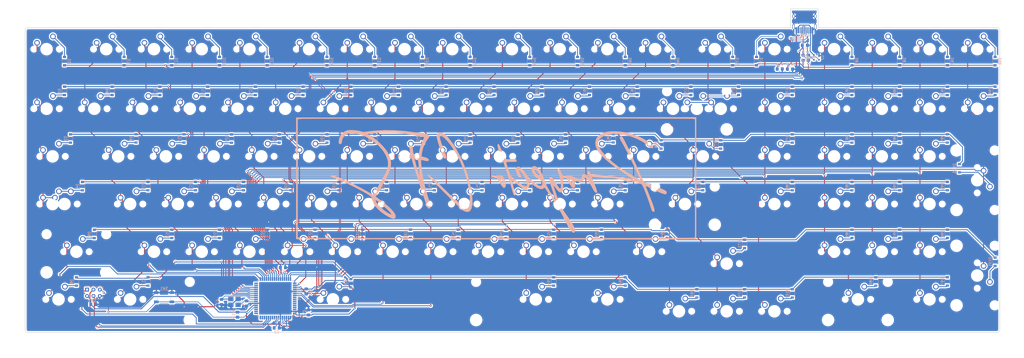
<source format=kicad_pcb>
(kicad_pcb (version 20171130) (host pcbnew "(5.1.6)-1")
  (layers (0 F.Cu signal) (31 B.Cu signal) (34 B.Paste user) (35 F.Paste user) (36 B.SilkS user) (37 F.SilkS user) (38 B.Mask user) (39 F.Mask user) (44 Edge.Cuts user))
  (net 0 "")
  (net 1 GND)
  (net 2 "Net-(C2-Pad1)")
  (net 3 XTAL1)
  (net 4 XTAL2)
  (net 5 +5V)
  (net 6 "Net-(D1-Pad2)")
  (net 7 ROW-0)
  (net 8 "Net-(D2-Pad2)")
  (net 9 ROW-1)
  (net 10 "Net-(D3-Pad2)")
  (net 11 ROW-2)
  (net 12 "Net-(D4-Pad2)")
  (net 13 ROW-3)
  (net 14 "Net-(D5-Pad2)")
  (net 15 ROW-4)
  (net 16 "Net-(D6-Pad2)")
  (net 17 ROW-5)
  (net 18 "Net-(D7-Pad2)")
  (net 19 "Net-(D8-Pad2)")
  (net 20 "Net-(D9-Pad2)")
  (net 21 "Net-(D10-Pad2)")
  (net 22 "Net-(D11-Pad2)")
  (net 23 "Net-(D12-Pad2)")
  (net 24 "Net-(D13-Pad2)")
  (net 25 "Net-(D14-Pad2)")
  (net 26 "Net-(D15-Pad2)")
  (net 27 "Net-(D16-Pad2)")
  (net 28 "Net-(D17-Pad2)")
  (net 29 "Net-(D18-Pad2)")
  (net 30 "Net-(D19-Pad2)")
  (net 31 "Net-(D20-Pad2)")
  (net 32 "Net-(D21-Pad2)")
  (net 33 "Net-(D22-Pad2)")
  (net 34 "Net-(D23-Pad2)")
  (net 35 "Net-(D24-Pad2)")
  (net 36 "Net-(D25-Pad2)")
  (net 37 "Net-(D26-Pad2)")
  (net 38 "Net-(D27-Pad2)")
  (net 39 "Net-(D28-Pad2)")
  (net 40 "Net-(D29-Pad2)")
  (net 41 "Net-(D30-Pad2)")
  (net 42 "Net-(D31-Pad2)")
  (net 43 "Net-(D32-Pad2)")
  (net 44 "Net-(D33-Pad2)")
  (net 45 "Net-(D34-Pad2)")
  (net 46 "Net-(D35-Pad2)")
  (net 47 "Net-(D36-Pad2)")
  (net 48 "Net-(D37-Pad2)")
  (net 49 "Net-(D38-Pad2)")
  (net 50 "Net-(D39-Pad2)")
  (net 51 "Net-(D40-Pad2)")
  (net 52 "Net-(D41-Pad2)")
  (net 53 "Net-(D42-Pad2)")
  (net 54 "Net-(D43-Pad2)")
  (net 55 "Net-(D44-Pad2)")
  (net 56 "Net-(D45-Pad2)")
  (net 57 "Net-(D46-Pad2)")
  (net 58 "Net-(D47-Pad2)")
  (net 59 "Net-(D48-Pad2)")
  (net 60 "Net-(D49-Pad2)")
  (net 61 "Net-(D50-Pad2)")
  (net 62 "Net-(D51-Pad2)")
  (net 63 "Net-(D52-Pad2)")
  (net 64 "Net-(D53-Pad2)")
  (net 65 "Net-(D54-Pad2)")
  (net 66 "Net-(D55-Pad2)")
  (net 67 "Net-(D56-Pad2)")
  (net 68 "Net-(D57-Pad2)")
  (net 69 "Net-(D58-Pad2)")
  (net 70 "Net-(D59-Pad2)")
  (net 71 "Net-(D60-Pad2)")
  (net 72 "Net-(D61-Pad2)")
  (net 73 "Net-(D62-Pad2)")
  (net 74 "Net-(D63-Pad2)")
  (net 75 "Net-(D64-Pad2)")
  (net 76 "Net-(D65-Pad2)")
  (net 77 "Net-(D66-Pad2)")
  (net 78 "Net-(D67-Pad2)")
  (net 79 "Net-(D68-Pad2)")
  (net 80 "Net-(D69-Pad2)")
  (net 81 "Net-(D70-Pad2)")
  (net 82 "Net-(D71-Pad2)")
  (net 83 "Net-(D72-Pad2)")
  (net 84 "Net-(D73-Pad2)")
  (net 85 "Net-(D74-Pad2)")
  (net 86 "Net-(D75-Pad2)")
  (net 87 "Net-(D76-Pad2)")
  (net 88 "Net-(D77-Pad2)")
  (net 89 "Net-(D78-Pad2)")
  (net 90 "Net-(D79-Pad2)")
  (net 91 "Net-(D80-Pad2)")
  (net 92 "Net-(D81-Pad2)")
  (net 93 "Net-(D82-Pad2)")
  (net 94 "Net-(D83-Pad2)")
  (net 95 "Net-(D84-Pad2)")
  (net 96 "Net-(D85-Pad2)")
  (net 97 "Net-(D86-Pad2)")
  (net 98 "Net-(D87-Pad2)")
  (net 99 "Net-(D88-Pad2)")
  (net 100 "Net-(D89-Pad2)")
  (net 101 "Net-(D90-Pad2)")
  (net 102 "Net-(D91-Pad2)")
  (net 103 "Net-(D92-Pad2)")
  (net 104 "Net-(D93-Pad2)")
  (net 105 "Net-(D94-Pad2)")
  (net 106 "Net-(D95-Pad2)")
  (net 107 "Net-(D96-Pad2)")
  (net 108 "Net-(D97-Pad2)")
  (net 109 "Net-(D98-Pad2)")
  (net 110 "Net-(D99-Pad2)")
  (net 111 "Net-(D100-Pad2)")
  (net 112 "Net-(D101-Pad2)")
  (net 113 VCC)
  (net 114 RESET)
  (net 115 MOSI)
  (net 116 SCK)
  (net 117 MISO)
  (net 118 COL-0)
  (net 119 COL-1)
  (net 120 COL-2)
  (net 121 COL-3)
  (net 122 COL-4)
  (net 123 COL-5)
  (net 124 COL-6)
  (net 125 COL-7)
  (net 126 COL-8)
  (net 127 COL-9)
  (net 128 COL-10)
  (net 129 COL-11)
  (net 130 COL-12)
  (net 131 COL-13)
  (net 132 COL-14)
  (net 133 COL-15)
  (net 134 COL-16)
  (net 135 COL-17)
  (net 136 COL-18)
  (net 137 COL-19)
  (net 138 "Net-(RC1-Pad2)")
  (net 139 D-)
  (net 140 D+)
  (net 141 "Net-(RC2-Pad1)")
  (net 142 "Net-(RC4-Pad1)")
  (net 143 "Net-(RC6-Pad2)")
  (net 144 "Net-(RC7-Pad2)")
  (net 145 "Net-(U1-Pad62)")
  (net 146 "Net-(U1-Pad61)")
  (net 147 "Net-(U1-Pad60)")
  (net 148 "Net-(U1-Pad59)")
  (net 149 "Net-(U1-Pad58)")
  (net 150 "Net-(U1-Pad57)")
  (net 151 "Net-(U1-Pad56)")
  (net 152 "Net-(U1-Pad32)")
  (net 153 "Net-(U1-Pad31)")
  (net 154 "Net-(U1-Pad19)")
  (net 155 "Net-(U1-Pad18)")
  (net 156 "Net-(U1-Pad17)")
  (net 157 "Net-(U1-Pad16)")
  (net 158 "Net-(U1-Pad15)")
  (net 159 "Net-(U1-Pad14)")
  (net 160 "Net-(U1-Pad10)")
  (net 161 "Net-(U1-Pad9)")
  (net 162 "Net-(U1-Pad2)")
  (net 163 "Net-(U1-Pad1)")
  (net 164 "Net-(USB1-Pad3)")
  (net 165 "Net-(USB1-Pad9)")
  (net 166 "Net-(D102-Pad2)")
  (module LOGO:Proyecto_CFS (layer B.Cu) (at 163.025 180.025 180)
    (fp_text reference G*** hide)
    (fp_text value LOGO hide)
  )
  (module Type-C:HRO-TYPE-C-31-M-12-HandSoldering (layer B.Cu) (at 283.45 67.605)
    (fp_text reference USB1 (at 0 10.2) (layer B.SilkS) (effects (justify mirror)))
    (fp_text value HRO-TYPE-C-31-M-12)
    (pad 12 smd rect (at 3.225 8.195) (size 0.6 2.45) (layers B.Cu B.Paste B.Mask) (net 1 GND))
    (pad 1 smd rect (at -3.225 8.195) (size 0.6 2.45) (layers B.Cu B.Paste B.Mask) (net 1 GND))
    (pad 11 smd rect (at 2.45 8.195) (size 0.6 2.45) (layers B.Cu B.Paste B.Mask) (net 113 VCC))
    (pad 2 smd rect (at -2.45 8.195) (size 0.6 2.45) (layers B.Cu B.Paste B.Mask) (net 113 VCC))
    (pad 3 smd rect (at -1.75 8.195) (size 0.3 2.45) (layers B.Cu B.Paste B.Mask) (net 164 "Net-(USB1-Pad3)"))
    (pad 10 smd rect (at 1.75 8.195) (size 0.3 2.45) (layers B.Cu B.Paste B.Mask) (net 144 "Net-(RC7-Pad2)"))
    (pad 4 smd rect (at -1.25 8.195) (size 0.3 2.45) (layers B.Cu B.Paste B.Mask) (net 143 "Net-(RC6-Pad2)"))
    (pad 9 smd rect (at 1.25 8.195) (size 0.3 2.45) (layers B.Cu B.Paste B.Mask) (net 165 "Net-(USB1-Pad9)"))
    (pad 5 smd rect (at -0.75 8.195) (size 0.3 2.45) (layers B.Cu B.Paste B.Mask) (net 138 "Net-(RC1-Pad2)"))
    (pad 8 smd rect (at 0.75 8.195) (size 0.3 2.45) (layers B.Cu B.Paste B.Mask) (net 141 "Net-(RC2-Pad1)"))
    (pad 7 smd rect (at 0.25 8.195) (size 0.3 2.45) (layers B.Cu B.Paste B.Mask) (net 138 "Net-(RC1-Pad2)"))
    (pad 6 smd rect (at -0.25 8.195) (size 0.3 2.45) (layers B.Cu B.Paste B.Mask) (net 141 "Net-(RC2-Pad1)"))
    (pad "" np_thru_hole circle (at 2.89 6.25) (size 0.65 0.65) (drill 0.65) (layers *.Cu *.Mask))
    (pad "" np_thru_hole circle (at -2.89 6.25) (size 0.65 0.65) (drill 0.65) (layers *.Cu *.Mask))
    (pad 13 thru_hole oval (at -4.32 6.78) (size 1 2.1) (drill oval 0.6 1.7) (layers *.Cu F.Mask) (net 1 GND))
    (pad 13 thru_hole oval (at 4.32 6.78) (size 1 2.1) (drill oval 0.6 1.7) (layers *.Cu F.Mask) (net 1 GND))
    (pad 13 thru_hole oval (at -4.32 2.6) (size 1 1.6) (drill oval 0.6 1.2) (layers *.Cu F.Mask) (net 1 GND))
    (pad 13 thru_hole oval (at 4.32 2.6) (size 1 1.6) (drill oval 0.6 1.2) (layers *.Cu F.Mask) (net 1 GND))
  )
  (module MX_Only:MXOnly-1U-NoLED (layer F.Cu) (at 271.4625 83.34375)
    (fp_text reference MX79)
    (fp_text value "SCROL LOCK")
    (pad 2 thru_hole circle (at 2.54 -5.08) (size 2.25 2.25) (drill 1.47) (layers *.Cu B.Mask) (net 88 "Net-(D77-Pad2)"))
    (pad "" np_thru_hole circle (at 0 0) (size 3.9878 3.9878) (drill 3.9878) (layers *.Cu *.Mask))
    (pad 1 thru_hole circle (at -3.81 -2.54) (size 2.25 2.25) (drill 1.47) (layers *.Cu B.Mask) (net 133 COL-15))
    (pad "" np_thru_hole circle (at -5.08 0 48.0996) (size 1.75 1.75) (drill 1.75) (layers *.Cu *.Mask))
    (pad "" np_thru_hole circle (at 5.08 0 48.0996) (size 1.75 1.75) (drill 1.75) (layers *.Cu *.Mask))
  )
  (module MX_Only:MXOnly-1U-NoLED (layer F.Cu) (at 142.875 83.34375)
    (fp_text reference MX45)
    (fp_text value F8)
    (pad 2 thru_hole circle (at 2.54 -5.08) (size 2.25 2.25) (drill 1.47) (layers *.Cu B.Mask) (net 55 "Net-(D44-Pad2)"))
    (pad "" np_thru_hole circle (at 0 0) (size 3.9878 3.9878) (drill 3.9878) (layers *.Cu *.Mask))
    (pad 1 thru_hole circle (at -3.81 -2.54) (size 2.25 2.25) (drill 1.47) (layers *.Cu B.Mask) (net 126 COL-8))
    (pad "" np_thru_hole circle (at -5.08 0 48.0996) (size 1.75 1.75) (drill 1.75) (layers *.Cu *.Mask))
    (pad "" np_thru_hole circle (at 5.08 0 48.0996) (size 1.75 1.75) (drill 1.75) (layers *.Cu *.Mask))
  )
  (module MX_Only:MXOnly-1U-NoLED (layer F.Cu) (at 333.375 107.15625)
    (fp_text reference MX95)
    (fp_text value NUM*)
    (pad 2 thru_hole circle (at 2.54 -5.08) (size 2.25 2.25) (drill 1.47) (layers *.Cu B.Mask) (net 104 "Net-(D93-Pad2)"))
    (pad "" np_thru_hole circle (at 0 0) (size 3.9878 3.9878) (drill 3.9878) (layers *.Cu *.Mask))
    (pad 1 thru_hole circle (at -3.81 -2.54) (size 2.25 2.25) (drill 1.47) (layers *.Cu B.Mask) (net 136 COL-18))
    (pad "" np_thru_hole circle (at -5.08 0 48.0996) (size 1.75 1.75) (drill 1.75) (layers *.Cu *.Mask))
    (pad "" np_thru_hole circle (at 5.08 0 48.0996) (size 1.75 1.75) (drill 1.75) (layers *.Cu *.Mask))
  )
  (module Diode_SMD:D_SOD-123 (layer B.Cu) (at 359.56875 168.3375 270)
    (fp_text reference D101 (at 0 2 90) (layer B.SilkS) (effects (justify mirror)))
    (fp_text value D_Small)
    (pad 2 smd rect (at 1.65 0 270) (size 0.9 1.2) (layers B.Cu B.Paste B.Mask) (net 112 "Net-(D101-Pad2)"))
    (pad 1 smd rect (at -1.65 0 270) (size 0.9 1.2) (layers B.Cu B.Paste B.Mask) (net 15 ROW-4))
  )
  (module Diode_SMD:D_SOD-123 (layer B.Cu) (at 359.575 100 270)
    (fp_text reference D99 (at 0 2 90) (layer B.SilkS) (effects (justify mirror)))
    (fp_text value D_Small)
    (pad 2 smd rect (at 1.65 0 270) (size 0.9 1.2) (layers B.Cu B.Paste B.Mask) (net 110 "Net-(D99-Pad2)"))
    (pad 1 smd rect (at -1.65 0 270) (size 0.9 1.2) (layers B.Cu B.Paste B.Mask) (net 9 ROW-1))
  )
  (module Diode_SMD:D_SOD-123 (layer B.Cu) (at 340.5 176.18 270)
    (fp_text reference D97 (at 0 2 90) (layer B.SilkS) (effects (justify mirror)))
    (fp_text value D_Small)
    (pad 2 smd rect (at 1.65 0 270) (size 0.9 1.2) (layers B.Cu B.Paste B.Mask) (net 108 "Net-(D97-Pad2)"))
    (pad 1 smd rect (at -1.65 0 270) (size 0.9 1.2) (layers B.Cu B.Paste B.Mask) (net 17 ROW-5))
  )
  (module Diode_SMD:D_SOD-123 (layer B.Cu) (at 340.51875 138.10125 270)
    (fp_text reference D95 (at 0 2 90) (layer B.SilkS) (effects (justify mirror)))
    (fp_text value D_Small)
    (pad 2 smd rect (at 1.65 0 270) (size 0.9 1.2) (layers B.Cu B.Paste B.Mask) (net 106 "Net-(D95-Pad2)"))
    (pad 1 smd rect (at -1.65 0 270) (size 0.9 1.2) (layers B.Cu B.Paste B.Mask) (net 13 ROW-3))
  )
  (module Diode_SMD:D_SOD-123 (layer B.Cu) (at 302.41875 157.17 270)
    (fp_text reference D85 (at 0 2 90) (layer B.SilkS) (effects (justify mirror)))
    (fp_text value D_Small)
    (pad 2 smd rect (at 1.65 0 270) (size 0.9 1.2) (layers B.Cu B.Paste B.Mask) (net 96 "Net-(D85-Pad2)"))
    (pad 1 smd rect (at -1.65 0 270) (size 0.9 1.2) (layers B.Cu B.Paste B.Mask) (net 15 ROW-4))
  )
  (module Diode_SMD:D_SOD-123 (layer B.Cu) (at 302.41875 138.13 270)
    (fp_text reference D84 (at 0 2 90) (layer B.SilkS) (effects (justify mirror)))
    (fp_text value D_Small)
    (pad 2 smd rect (at 1.65 0 270) (size 0.9 1.2) (layers B.Cu B.Paste B.Mask) (net 95 "Net-(D84-Pad2)"))
    (pad 1 smd rect (at -1.65 0 270) (size 0.9 1.2) (layers B.Cu B.Paste B.Mask) (net 13 ROW-3))
  )
  (module Diode_SMD:D_SOD-123 (layer B.Cu) (at 302.41875 100.0225 270)
    (fp_text reference D82 (at 0 2 90) (layer B.SilkS) (effects (justify mirror)))
    (fp_text value D_Small)
    (pad 2 smd rect (at 1.65 0 270) (size 0.9 1.2) (layers B.Cu B.Paste B.Mask) (net 93 "Net-(D82-Pad2)"))
    (pad 1 smd rect (at -1.65 0 270) (size 0.9 1.2) (layers B.Cu B.Paste B.Mask) (net 9 ROW-1))
  )
  (module Diode_SMD:D_SOD-123 (layer B.Cu) (at 278.60625 138.1125 270)
    (fp_text reference D80 (at 0 2 90) (layer B.SilkS) (effects (justify mirror)))
    (fp_text value D_Small)
    (pad 2 smd rect (at 1.65 0 270) (size 0.9 1.2) (layers B.Cu B.Paste B.Mask) (net 91 "Net-(D80-Pad2)"))
    (pad 1 smd rect (at -1.65 0 270) (size 0.9 1.2) (layers B.Cu B.Paste B.Mask) (net 13 ROW-3))
  )
  (module Diode_SMD:D_SOD-123 (layer B.Cu) (at 278.60625 100.0225 270)
    (fp_text reference D78 (at 0 2 90) (layer B.SilkS) (effects (justify mirror)))
    (fp_text value D_Small)
    (pad 2 smd rect (at 1.65 0 270) (size 0.9 1.2) (layers B.Cu B.Paste B.Mask) (net 89 "Net-(D78-Pad2)"))
    (pad 1 smd rect (at -1.65 0 270) (size 0.9 1.2) (layers B.Cu B.Paste B.Mask) (net 9 ROW-1))
  )
  (module Diode_SMD:D_SOD-123 (layer B.Cu) (at 242.8875 138.10125 270)
    (fp_text reference D72 (at 0 2 90) (layer B.SilkS) (effects (justify mirror)))
    (fp_text value D_Small)
    (pad 2 smd rect (at 1.65 0 270) (size 0.9 1.2) (layers B.Cu B.Paste B.Mask) (net 83 "Net-(D72-Pad2)"))
    (pad 1 smd rect (at -1.65 0 270) (size 0.9 1.2) (layers B.Cu B.Paste B.Mask) (net 13 ROW-3))
  )
  (module Diode_SMD:D_SOD-123 (layer B.Cu) (at 228.6 157.1625 270)
    (fp_text reference D64 (at 0 2 90) (layer B.SilkS) (effects (justify mirror)))
    (fp_text value D_Small)
    (pad 2 smd rect (at 1.65 0 270) (size 0.9 1.2) (layers B.Cu B.Paste B.Mask) (net 75 "Net-(D64-Pad2)"))
    (pad 1 smd rect (at -1.65 0 270) (size 0.9 1.2) (layers B.Cu B.Paste B.Mask) (net 15 ROW-4))
  )
  (module Diode_SMD:D_SOD-123 (layer B.Cu) (at 211.93125 138.10125 270)
    (fp_text reference D63 (at 0 2 90) (layer B.SilkS) (effects (justify mirror)))
    (fp_text value D_Small)
    (pad 2 smd rect (at 1.65 0 270) (size 0.9 1.2) (layers B.Cu B.Paste B.Mask) (net 74 "Net-(D63-Pad2)"))
    (pad 1 smd rect (at -1.65 0 270) (size 0.9 1.2) (layers B.Cu B.Paste B.Mask) (net 13 ROW-3))
  )
  (module Diode_SMD:D_SOD-123 (layer B.Cu) (at 197.64375 100.0225 270)
    (fp_text reference D61 (at 0 2 90) (layer B.SilkS) (effects (justify mirror)))
    (fp_text value D_Small)
    (pad 2 smd rect (at 1.65 0 270) (size 0.9 1.2) (layers B.Cu B.Paste B.Mask) (net 72 "Net-(D61-Pad2)"))
    (pad 1 smd rect (at -1.65 0 270) (size 0.9 1.2) (layers B.Cu B.Paste B.Mask) (net 9 ROW-1))
  )
  (module Diode_SMD:D_SOD-123 (layer B.Cu) (at 192.88125 138.10125 270)
    (fp_text reference D58 (at 0 2 90) (layer B.SilkS) (effects (justify mirror)))
    (fp_text value D_Small)
    (pad 2 smd rect (at 1.65 0 270) (size 0.9 1.2) (layers B.Cu B.Paste B.Mask) (net 69 "Net-(D58-Pad2)"))
    (pad 1 smd rect (at -1.65 0 270) (size 0.9 1.2) (layers B.Cu B.Paste B.Mask) (net 13 ROW-3))
  )
  (module Diode_SMD:D_SOD-123 (layer B.Cu) (at 178.59375 100.0225 270)
    (fp_text reference D56 (at 0 2 90) (layer B.SilkS) (effects (justify mirror)))
    (fp_text value D_Small)
    (pad 2 smd rect (at 1.65 0 270) (size 0.9 1.2) (layers B.Cu B.Paste B.Mask) (net 67 "Net-(D56-Pad2)"))
    (pad 1 smd rect (at -1.65 0 270) (size 0.9 1.2) (layers B.Cu B.Paste B.Mask) (net 9 ROW-1))
  )
  (module Diode_SMD:D_SOD-123 (layer B.Cu) (at 183.35625 176.2125 270)
    (fp_text reference D54 (at 0 2 90) (layer B.SilkS) (effects (justify mirror)))
    (fp_text value D_Small)
    (pad 2 smd rect (at 1.65 0 270) (size 0.9 1.2) (layers B.Cu B.Paste B.Mask) (net 65 "Net-(D54-Pad2)"))
    (pad 1 smd rect (at -1.65 0 270) (size 0.9 1.2) (layers B.Cu B.Paste B.Mask) (net 17 ROW-5))
  )
  (module Diode_SMD:D_SOD-123 (layer B.Cu) (at 183.35625 157.17125 270)
    (fp_text reference D53 (at 0 2 90) (layer B.SilkS) (effects (justify mirror)))
    (fp_text value D_Small)
    (pad 2 smd rect (at 1.65 0 270) (size 0.9 1.2) (layers B.Cu B.Paste B.Mask) (net 64 "Net-(D53-Pad2)"))
    (pad 1 smd rect (at -1.65 0 270) (size 0.9 1.2) (layers B.Cu B.Paste B.Mask) (net 15 ROW-4))
  )
  (module Diode_SMD:D_SOD-123 (layer B.Cu) (at 173.83125 138.10125 270)
    (fp_text reference D52 (at 0 2 90) (layer B.SilkS) (effects (justify mirror)))
    (fp_text value D_Small)
    (pad 2 smd rect (at 1.65 0 270) (size 0.9 1.2) (layers B.Cu B.Paste B.Mask) (net 63 "Net-(D52-Pad2)"))
    (pad 1 smd rect (at -1.65 0 270) (size 0.9 1.2) (layers B.Cu B.Paste B.Mask) (net 13 ROW-3))
  )
  (module Diode_SMD:D_SOD-123 (layer B.Cu) (at 159.54375 100.0225 270)
    (fp_text reference D50 (at 0 2 90) (layer B.SilkS) (effects (justify mirror)))
    (fp_text value D_Small)
    (pad 2 smd rect (at 1.65 0 270) (size 0.9 1.2) (layers B.Cu B.Paste B.Mask) (net 61 "Net-(D50-Pad2)"))
    (pad 1 smd rect (at -1.65 0 270) (size 0.9 1.2) (layers B.Cu B.Paste B.Mask) (net 9 ROW-1))
  )
  (module Diode_SMD:D_SOD-123 (layer B.Cu) (at 164.30625 157.18 270)
    (fp_text reference D48 (at 0 2 90) (layer B.SilkS) (effects (justify mirror)))
    (fp_text value D_Small)
    (pad 2 smd rect (at 1.65 0 270) (size 0.9 1.2) (layers B.Cu B.Paste B.Mask) (net 59 "Net-(D48-Pad2)"))
    (pad 1 smd rect (at -1.65 0 270) (size 0.9 1.2) (layers B.Cu B.Paste B.Mask) (net 15 ROW-4))
  )
  (module Diode_SMD:D_SOD-123 (layer B.Cu) (at 140.42 100.02 270)
    (fp_text reference D45 (at 0 2 90) (layer B.SilkS) (effects (justify mirror)))
    (fp_text value D_Small)
    (pad 2 smd rect (at 1.65 0 270) (size 0.9 1.2) (layers B.Cu B.Paste B.Mask) (net 56 "Net-(D45-Pad2)"))
    (pad 1 smd rect (at -1.65 0 270) (size 0.9 1.2) (layers B.Cu B.Paste B.Mask) (net 9 ROW-1))
  )
  (module Diode_SMD:D_SOD-123 (layer B.Cu) (at 145.25625 157.18 270)
    (fp_text reference D43 (at 0 2 90) (layer B.SilkS) (effects (justify mirror)))
    (fp_text value D_Small)
    (pad 2 smd rect (at 1.65 0 270) (size 0.9 1.2) (layers B.Cu B.Paste B.Mask) (net 54 "Net-(D43-Pad2)"))
    (pad 1 smd rect (at -1.65 0 270) (size 0.9 1.2) (layers B.Cu B.Paste B.Mask) (net 15 ROW-4))
  )
  (module Diode_SMD:D_SOD-123 (layer B.Cu) (at 135.73125 138.10125 270)
    (fp_text reference D42 (at 0 2 90) (layer B.SilkS) (effects (justify mirror)))
    (fp_text value D_Small)
    (pad 2 smd rect (at 1.65 0 270) (size 0.9 1.2) (layers B.Cu B.Paste B.Mask) (net 53 "Net-(D42-Pad2)"))
    (pad 1 smd rect (at -1.65 0 270) (size 0.9 1.2) (layers B.Cu B.Paste B.Mask) (net 13 ROW-3))
  )
  (module Diode_SMD:D_SOD-123 (layer B.Cu) (at 121.44375 100.0225 270)
    (fp_text reference D40 (at 0 2 90) (layer B.SilkS) (effects (justify mirror)))
    (fp_text value D_Small)
    (pad 2 smd rect (at 1.65 0 270) (size 0.9 1.2) (layers B.Cu B.Paste B.Mask) (net 51 "Net-(D40-Pad2)"))
    (pad 1 smd rect (at -1.65 0 270) (size 0.9 1.2) (layers B.Cu B.Paste B.Mask) (net 9 ROW-1))
  )
  (module Diode_SMD:D_SOD-123 (layer B.Cu) (at 126.20625 157.17125 270)
    (fp_text reference D38 (at 0 2 90) (layer B.SilkS) (effects (justify mirror)))
    (fp_text value D_Small)
    (pad 2 smd rect (at 1.65 0 270) (size 0.9 1.2) (layers B.Cu B.Paste B.Mask) (net 49 "Net-(D38-Pad2)"))
    (pad 1 smd rect (at -1.65 0 270) (size 0.9 1.2) (layers B.Cu B.Paste B.Mask) (net 15 ROW-4))
  )
  (module Diode_SMD:D_SOD-123 (layer B.Cu) (at 116.68125 138.10125 270)
    (fp_text reference D37 (at 0 2 90) (layer B.SilkS) (effects (justify mirror)))
    (fp_text value D_Small)
    (pad 2 smd rect (at 1.65 0 270) (size 0.9 1.2) (layers B.Cu B.Paste B.Mask) (net 48 "Net-(D37-Pad2)"))
    (pad 1 smd rect (at -1.65 0 270) (size 0.9 1.2) (layers B.Cu B.Paste B.Mask) (net 13 ROW-3))
  )
  (module Diode_SMD:D_SOD-123 (layer B.Cu) (at 102.39375 100.0225 270)
    (fp_text reference D35 (at 0 2 90) (layer B.SilkS) (effects (justify mirror)))
    (fp_text value D_Small)
    (pad 2 smd rect (at 1.65 0 270) (size 0.9 1.2) (layers B.Cu B.Paste B.Mask) (net 46 "Net-(D35-Pad2)"))
    (pad 1 smd rect (at -1.65 0 270) (size 0.9 1.2) (layers B.Cu B.Paste B.Mask) (net 9 ROW-1))
  )
  (module Diode_SMD:D_SOD-123 (layer B.Cu) (at 97.63125 138.10125 270)
    (fp_text reference D31 (at 0 2 90) (layer B.SilkS) (effects (justify mirror)))
    (fp_text value D_Small)
    (pad 2 smd rect (at 1.65 0 270) (size 0.9 1.2) (layers B.Cu B.Paste B.Mask) (net 42 "Net-(D31-Pad2)"))
    (pad 1 smd rect (at -1.65 0 270) (size 0.9 1.2) (layers B.Cu B.Paste B.Mask) (net 13 ROW-3))
  )
  (module Diode_SMD:D_SOD-123 (layer B.Cu) (at 83.34375 100.0225 270)
    (fp_text reference D29 (at 0 2 90) (layer B.SilkS) (effects (justify mirror)))
    (fp_text value D_Small)
    (pad 2 smd rect (at 1.65 0 270) (size 0.9 1.2) (layers B.Cu B.Paste B.Mask) (net 40 "Net-(D29-Pad2)"))
    (pad 1 smd rect (at -1.65 0 270) (size 0.9 1.2) (layers B.Cu B.Paste B.Mask) (net 9 ROW-1))
  )
  (module Diode_SMD:D_SOD-123 (layer B.Cu) (at 88.10625 157.17125 270)
    (fp_text reference D27 (at 0 2 90) (layer B.SilkS) (effects (justify mirror)))
    (fp_text value D_Small)
    (pad 2 smd rect (at 1.65 0 270) (size 0.9 1.2) (layers B.Cu B.Paste B.Mask) (net 38 "Net-(D27-Pad2)"))
    (pad 1 smd rect (at -1.65 0 270) (size 0.9 1.2) (layers B.Cu B.Paste B.Mask) (net 15 ROW-4))
  )
  (module Diode_SMD:D_SOD-123 (layer B.Cu) (at 78.525 138.1 270)
    (fp_text reference D26 (at 0 2 90) (layer B.SilkS) (effects (justify mirror)))
    (fp_text value D_Small)
    (pad 2 smd rect (at 1.65 0 270) (size 0.9 1.2) (layers B.Cu B.Paste B.Mask) (net 37 "Net-(D26-Pad2)"))
    (pad 1 smd rect (at -1.65 0 270) (size 0.9 1.2) (layers B.Cu B.Paste B.Mask) (net 13 ROW-3))
  )
  (module Diode_SMD:D_SOD-123 (layer B.Cu) (at 64.29375 100.0225 270)
    (fp_text reference D24 (at 0 2 90) (layer B.SilkS) (effects (justify mirror)))
    (fp_text value D_Small)
    (pad 2 smd rect (at 1.65 0 270) (size 0.9 1.2) (layers B.Cu B.Paste B.Mask) (net 35 "Net-(D24-Pad2)"))
    (pad 1 smd rect (at -1.65 0 270) (size 0.9 1.2) (layers B.Cu B.Paste B.Mask) (net 9 ROW-1))
  )
  (module Diode_SMD:D_SOD-123 (layer B.Cu) (at 69.05625 157.2 270)
    (fp_text reference D22 (at 0 2 90) (layer B.SilkS) (effects (justify mirror)))
    (fp_text value D_Small)
    (pad 2 smd rect (at 1.65 0 270) (size 0.9 1.2) (layers B.Cu B.Paste B.Mask) (net 33 "Net-(D22-Pad2)"))
    (pad 1 smd rect (at -1.65 0 270) (size 0.9 1.2) (layers B.Cu B.Paste B.Mask) (net 15 ROW-4))
  )
  (module Diode_SMD:D_SOD-123 (layer B.Cu) (at 59.53125 138.10125 270)
    (fp_text reference D21 (at 0 2 90) (layer B.SilkS) (effects (justify mirror)))
    (fp_text value D_Small)
    (pad 2 smd rect (at 1.65 0 270) (size 0.9 1.2) (layers B.Cu B.Paste B.Mask) (net 32 "Net-(D21-Pad2)"))
    (pad 1 smd rect (at -1.65 0 270) (size 0.9 1.2) (layers B.Cu B.Paste B.Mask) (net 13 ROW-3))
  )
  (module Diode_SMD:D_SOD-123 (layer B.Cu) (at 45.24375 100.0225 270)
    (fp_text reference D19 (at 0 2 90) (layer B.SilkS) (effects (justify mirror)))
    (fp_text value D_Small)
    (pad 2 smd rect (at 1.65 0 270) (size 0.9 1.2) (layers B.Cu B.Paste B.Mask) (net 30 "Net-(D19-Pad2)"))
    (pad 1 smd rect (at -1.65 0 270) (size 0.9 1.2) (layers B.Cu B.Paste B.Mask) (net 9 ROW-1))
  )
  (module Diode_SMD:D_SOD-123 (layer B.Cu) (at 21.43125 176.2125 270)
    (fp_text reference D17 (at 0 2 90) (layer B.SilkS) (effects (justify mirror)))
    (fp_text value D_Small)
    (pad 2 smd rect (at 1.65 0 270) (size 0.9 1.2) (layers B.Cu B.Paste B.Mask) (net 28 "Net-(D17-Pad2)"))
    (pad 1 smd rect (at -1.65 0 270) (size 0.9 1.2) (layers B.Cu B.Paste B.Mask) (net 17 ROW-5))
  )
  (module Diode_SMD:D_SOD-123 (layer B.Cu) (at 50.00625 157.2 270)
    (fp_text reference D16 (at 0 2 90) (layer B.SilkS) (effects (justify mirror)))
    (fp_text value D_Small)
    (pad 2 smd rect (at 1.65 0 270) (size 0.9 1.2) (layers B.Cu B.Paste B.Mask) (net 27 "Net-(D16-Pad2)"))
    (pad 1 smd rect (at -1.65 0 270) (size 0.9 1.2) (layers B.Cu B.Paste B.Mask) (net 15 ROW-4))
  )
  (module Diode_SMD:D_SOD-123 (layer B.Cu) (at 40.41125 138.10125 270)
    (fp_text reference D15 (at 0 2 90) (layer B.SilkS) (effects (justify mirror)))
    (fp_text value D_Small)
    (pad 2 smd rect (at 1.65 0 270) (size 0.9 1.2) (layers B.Cu B.Paste B.Mask) (net 26 "Net-(D15-Pad2)"))
    (pad 1 smd rect (at -1.65 0 270) (size 0.9 1.2) (layers B.Cu B.Paste B.Mask) (net 13 ROW-3))
  )
  (module Diode_SMD:D_SOD-123 (layer B.Cu) (at 26.19375 100.0225 270)
    (fp_text reference D13 (at 0 2 90) (layer B.SilkS) (effects (justify mirror)))
    (fp_text value D_Small)
    (pad 2 smd rect (at 1.65 0 270) (size 0.9 1.2) (layers B.Cu B.Paste B.Mask) (net 24 "Net-(D13-Pad2)"))
    (pad 1 smd rect (at -1.65 0 270) (size 0.9 1.2) (layers B.Cu B.Paste B.Mask) (net 9 ROW-1))
  )
  (module Diode_SMD:D_SOD-123 (layer B.Cu) (at 30.95625 157.2 270)
    (fp_text reference D11 (at 0 2 90) (layer B.SilkS) (effects (justify mirror)))
    (fp_text value D_Small)
    (pad 2 smd rect (at 1.65 0 270) (size 0.9 1.2) (layers B.Cu B.Paste B.Mask) (net 22 "Net-(D11-Pad2)"))
    (pad 1 smd rect (at -1.65 0 270) (size 0.9 1.2) (layers B.Cu B.Paste B.Mask) (net 15 ROW-4))
  )
  (module Diode_SMD:D_SOD-123 (layer B.Cu) (at 21.43125 138.10125 270)
    (fp_text reference D10 (at 0 2 90) (layer B.SilkS) (effects (justify mirror)))
    (fp_text value D_Small)
    (pad 2 smd rect (at 1.65 0 270) (size 0.9 1.2) (layers B.Cu B.Paste B.Mask) (net 21 "Net-(D10-Pad2)"))
    (pad 1 smd rect (at -1.65 0 270) (size 0.9 1.2) (layers B.Cu B.Paste B.Mask) (net 13 ROW-3))
  )
  (module Diode_SMD:D_SOD-123 (layer B.Cu) (at 7.14375 100.0225 270)
    (fp_text reference D8 (at 0 2 90) (layer B.SilkS) (effects (justify mirror)))
    (fp_text value D_Small)
    (pad 2 smd rect (at 1.65 0 270) (size 0.9 1.2) (layers B.Cu B.Paste B.Mask) (net 19 "Net-(D8-Pad2)"))
    (pad 1 smd rect (at -1.65 0 270) (size 0.9 1.2) (layers B.Cu B.Paste B.Mask) (net 9 ROW-1))
  )
  (module Diode_SMD:D_SOD-123 (layer B.Cu) (at -7.14375 176.2125 270)
    (fp_text reference D6 (at 0 2 90) (layer B.SilkS) (effects (justify mirror)))
    (fp_text value D_Small)
    (pad 2 smd rect (at 1.65 0 270) (size 0.9 1.2) (layers B.Cu B.Paste B.Mask) (net 16 "Net-(D6-Pad2)"))
    (pad 1 smd rect (at -1.65 0 270) (size 0.9 1.2) (layers B.Cu B.Paste B.Mask) (net 17 ROW-5))
  )
  (module Diode_SMD:D_SOD-123 (layer B.Cu) (at 0 157.2 270)
    (fp_text reference D5 (at 0 2 90) (layer B.SilkS) (effects (justify mirror)))
    (fp_text value D_Small)
    (pad 2 smd rect (at 1.65 0 270) (size 0.9 1.2) (layers B.Cu B.Paste B.Mask) (net 14 "Net-(D5-Pad2)"))
    (pad 1 smd rect (at -1.65 0 270) (size 0.9 1.2) (layers B.Cu B.Paste B.Mask) (net 15 ROW-4))
  )
  (module Diode_SMD:D_SOD-123 (layer B.Cu) (at -4.7625 138.1125 270)
    (fp_text reference D4 (at 0 2 90) (layer B.SilkS) (effects (justify mirror)))
    (fp_text value D_Small)
    (pad 2 smd rect (at 1.65 0 270) (size 0.9 1.2) (layers B.Cu B.Paste B.Mask) (net 12 "Net-(D4-Pad2)"))
    (pad 1 smd rect (at -1.65 0 270) (size 0.9 1.2) (layers B.Cu B.Paste B.Mask) (net 13 ROW-3))
  )
  (module Diode_SMD:D_SOD-123 (layer B.Cu) (at -11.90625 100.0125 270)
    (fp_text reference D2 (at 0 2 90) (layer B.SilkS) (effects (justify mirror)))
    (fp_text value D_Small)
    (pad 2 smd rect (at 1.65 0 270) (size 0.9 1.2) (layers B.Cu B.Paste B.Mask) (net 8 "Net-(D2-Pad2)"))
    (pad 1 smd rect (at -1.65 0 270) (size 0.9 1.2) (layers B.Cu B.Paste B.Mask) (net 9 ROW-1))
  )
  (module Crystal:Crystal_SMD_3225-4Pin_3.2x2.5mm_HandSoldering (layer B.Cu) (at 55.95 184.375)
    (fp_text reference Y1 (at 0 3.05) (layer B.SilkS) (effects (justify mirror)))
    (fp_text value 16MHz)
    (pad 4 smd rect (at -1.45 1.15) (size 2.1 1.8) (layers B.Cu B.Paste B.Mask) (net 1 GND))
    (pad 3 smd rect (at 1.45 1.15) (size 2.1 1.8) (layers B.Cu B.Paste B.Mask) (net 4 XTAL2))
    (pad 2 smd rect (at 1.45 -1.15) (size 2.1 1.8) (layers B.Cu B.Paste B.Mask) (net 1 GND))
    (pad 1 smd rect (at -1.45 -1.15) (size 2.1 1.8) (layers B.Cu B.Paste B.Mask) (net 3 XTAL1))
  )
  (module Fuse:Fuse_0805_2012Metric_Pad1.15x1.40mm_HandSolder (layer B.Cu) (at 283.6125 81.775)
    (fp_text reference F1 (at 0 1.65) (layer B.SilkS) (effects (justify mirror)))
    (fp_text value 500mA)
    (pad 2 smd roundrect (at 1.025 0) (size 1.15 1.4) (layers B.Cu B.Paste B.Mask) (roundrect_rratio 0.217391) (net 113 VCC))
    (pad 1 smd roundrect (at -1.025 0) (size 1.15 1.4) (layers B.Cu B.Paste B.Mask) (roundrect_rratio 0.217391) (net 5 +5V))
  )
  (module MX_Only:MXOnly-2U-NoLED (layer F.Cu) (at 352.425 173.83125 270)
    (fp_text reference MX103)
    (fp_text value "PAD ENTER")
    (pad 2 thru_hole circle (at 2.54 -5.08 270) (size 2.25 2.25) (drill 1.47) (layers *.Cu B.Mask) (net 112 "Net-(D101-Pad2)"))
    (pad "" np_thru_hole circle (at 0 0 270) (size 3.9878 3.9878) (drill 3.9878) (layers *.Cu *.Mask))
    (pad 1 thru_hole circle (at -3.81 -2.54 270) (size 2.25 2.25) (drill 1.47) (layers *.Cu B.Mask) (net 137 COL-19))
    (pad "" np_thru_hole circle (at -5.08 0 318.0996) (size 1.75 1.75) (drill 1.75) (layers *.Cu *.Mask))
    (pad "" np_thru_hole circle (at 5.08 0 318.0996) (size 1.75 1.75) (drill 1.75) (layers *.Cu *.Mask))
    (pad "" np_thru_hole circle (at -11.90625 -6.985 270) (size 3.048 3.048) (drill 3.048) (layers *.Cu *.Mask))
    (pad "" np_thru_hole circle (at 11.90625 -6.985 270) (size 3.048 3.048) (drill 3.048) (layers *.Cu *.Mask))
    (pad "" np_thru_hole circle (at -11.90625 8.255 270) (size 3.9878 3.9878) (drill 3.9878) (layers *.Cu *.Mask))
    (pad "" np_thru_hole circle (at 11.90625 8.255 270) (size 3.9878 3.9878) (drill 3.9878) (layers *.Cu *.Mask))
  )
  (module MX_Only:MXOnly-2U-NoLED (layer F.Cu) (at 352.425 135.73125 270)
    (fp_text reference MX102)
    (fp_text value NUM+)
    (pad 2 thru_hole circle (at 2.54 -5.08 270) (size 2.25 2.25) (drill 1.47) (layers *.Cu B.Mask) (net 111 "Net-(D100-Pad2)"))
    (pad "" np_thru_hole circle (at 0 0 270) (size 3.9878 3.9878) (drill 3.9878) (layers *.Cu *.Mask))
    (pad 1 thru_hole circle (at -3.81 -2.54 270) (size 2.25 2.25) (drill 1.47) (layers *.Cu B.Mask) (net 137 COL-19))
    (pad "" np_thru_hole circle (at -5.08 0 318.0996) (size 1.75 1.75) (drill 1.75) (layers *.Cu *.Mask))
    (pad "" np_thru_hole circle (at 5.08 0 318.0996) (size 1.75 1.75) (drill 1.75) (layers *.Cu *.Mask))
    (pad "" np_thru_hole circle (at -11.90625 -6.985 270) (size 3.048 3.048) (drill 3.048) (layers *.Cu *.Mask))
    (pad "" np_thru_hole circle (at 11.90625 -6.985 270) (size 3.048 3.048) (drill 3.048) (layers *.Cu *.Mask))
    (pad "" np_thru_hole circle (at -11.90625 8.255 270) (size 3.9878 3.9878) (drill 3.9878) (layers *.Cu *.Mask))
    (pad "" np_thru_hole circle (at 11.90625 8.255 270) (size 3.9878 3.9878) (drill 3.9878) (layers *.Cu *.Mask))
  )
  (module MX_Only:MXOnly-2U-NoLED (layer F.Cu) (at 304.8 183.35625)
    (fp_text reference MX88)
    (fp_text value NUM0)
    (pad 2 thru_hole circle (at 2.54 -5.08) (size 2.25 2.25) (drill 1.47) (layers *.Cu B.Mask) (net 97 "Net-(D86-Pad2)"))
    (pad "" np_thru_hole circle (at 0 0) (size 3.9878 3.9878) (drill 3.9878) (layers *.Cu *.Mask))
    (pad 1 thru_hole circle (at -3.81 -2.54) (size 2.25 2.25) (drill 1.47) (layers *.Cu B.Mask) (net 134 COL-16))
    (pad "" np_thru_hole circle (at -5.08 0 48.0996) (size 1.75 1.75) (drill 1.75) (layers *.Cu *.Mask))
    (pad "" np_thru_hole circle (at 5.08 0 48.0996) (size 1.75 1.75) (drill 1.75) (layers *.Cu *.Mask))
    (pad "" np_thru_hole circle (at -11.90625 -6.985) (size 3.048 3.048) (drill 3.048) (layers *.Cu *.Mask))
    (pad "" np_thru_hole circle (at 11.90625 -6.985) (size 3.048 3.048) (drill 3.048) (layers *.Cu *.Mask))
    (pad "" np_thru_hole circle (at -11.90625 8.255) (size 3.9878 3.9878) (drill 3.9878) (layers *.Cu *.Mask))
    (pad "" np_thru_hole circle (at 11.90625 8.255) (size 3.9878 3.9878) (drill 3.9878) (layers *.Cu *.Mask))
  )
  (module MX_Only:MXOnly-1U-NoLED (layer F.Cu) (at 271.4625 188.11875)
    (fp_text reference MX104)
    (fp_text value RIGHT)
    (pad 2 thru_hole circle (at 2.54 -5.08) (size 2.25 2.25) (drill 1.47) (layers *.Cu B.Mask) (net 166 "Net-(D102-Pad2)"))
    (pad "" np_thru_hole circle (at 0 0) (size 3.9878 3.9878) (drill 3.9878) (layers *.Cu *.Mask))
    (pad 1 thru_hole circle (at -3.81 -2.54) (size 2.25 2.25) (drill 1.47) (layers *.Cu B.Mask) (net 132 COL-14))
    (pad "" np_thru_hole circle (at -5.08 0 48.0996) (size 1.75 1.75) (drill 1.75) (layers *.Cu *.Mask))
    (pad "" np_thru_hole circle (at 5.08 0 48.0996) (size 1.75 1.75) (drill 1.75) (layers *.Cu *.Mask))
  )
  (module MX_Only:MXOnly-1U-NoLED (layer F.Cu) (at 119.0625 164.30625)
    (fp_text reference MX39)
    (fp_text value N)
    (pad 2 thru_hole circle (at 2.54 -5.08) (size 2.25 2.25) (drill 1.47) (layers *.Cu B.Mask) (net 49 "Net-(D38-Pad2)"))
    (pad "" np_thru_hole circle (at 0 0) (size 3.9878 3.9878) (drill 3.9878) (layers *.Cu *.Mask))
    (pad 1 thru_hole circle (at -3.81 -2.54) (size 2.25 2.25) (drill 1.47) (layers *.Cu B.Mask) (net 124 COL-6))
    (pad "" np_thru_hole circle (at -5.08 0 48.0996) (size 1.75 1.75) (drill 1.75) (layers *.Cu *.Mask))
    (pad "" np_thru_hole circle (at 5.08 0 48.0996) (size 1.75 1.75) (drill 1.75) (layers *.Cu *.Mask))
  )
  (module MX_Only:MXOnly-1U-NoLED (layer F.Cu) (at 128.5875 145.25625)
    (fp_text reference MX43)
    (fp_text value J)
    (pad 2 thru_hole circle (at 2.54 -5.08) (size 2.25 2.25) (drill 1.47) (layers *.Cu B.Mask) (net 53 "Net-(D42-Pad2)"))
    (pad "" np_thru_hole circle (at 0 0) (size 3.9878 3.9878) (drill 3.9878) (layers *.Cu *.Mask))
    (pad 1 thru_hole circle (at -3.81 -2.54) (size 2.25 2.25) (drill 1.47) (layers *.Cu B.Mask) (net 125 COL-7))
    (pad "" np_thru_hole circle (at -5.08 0 48.0996) (size 1.75 1.75) (drill 1.75) (layers *.Cu *.Mask))
    (pad "" np_thru_hole circle (at 5.08 0 48.0996) (size 1.75 1.75) (drill 1.75) (layers *.Cu *.Mask))
  )
  (module MX_Only:MXOnly-7U-NoLED (layer F.Cu) (at 95.25 183.35625)
    (fp_text reference MX34)
    (fp_text value SPACEBAR)
    (pad 2 thru_hole circle (at 2.54 -5.08) (size 2.25 2.25) (drill 1.47) (layers *.Cu B.Mask) (net 44 "Net-(D33-Pad2)"))
    (pad "" np_thru_hole circle (at 0 0) (size 3.9878 3.9878) (drill 3.9878) (layers *.Cu *.Mask))
    (pad 1 thru_hole circle (at -3.81 -2.54) (size 2.25 2.25) (drill 1.47) (layers *.Cu B.Mask) (net 123 COL-5))
    (pad "" np_thru_hole circle (at -5.08 0 48.0996) (size 1.75 1.75) (drill 1.75) (layers *.Cu *.Mask))
    (pad "" np_thru_hole circle (at 5.08 0 48.0996) (size 1.75 1.75) (drill 1.75) (layers *.Cu *.Mask))
    (pad "" np_thru_hole circle (at -57.15 -6.985) (size 3.048 3.048) (drill 3.048) (layers *.Cu *.Mask))
    (pad "" np_thru_hole circle (at 57.15 -6.985) (size 3.048 3.048) (drill 3.048) (layers *.Cu *.Mask))
    (pad "" np_thru_hole circle (at -57.15 8.255) (size 3.9878 3.9878) (drill 3.9878) (layers *.Cu *.Mask))
    (pad "" np_thru_hole circle (at 57.15 8.255) (size 3.9878 3.9878) (drill 3.9878) (layers *.Cu *.Mask))
  )
  (module MX_Only:MXOnly-1U-NoLED (layer F.Cu) (at 100.0125 164.30625)
    (fp_text reference MX33)
    (fp_text value B)
    (pad 2 thru_hole circle (at 2.54 -5.08) (size 2.25 2.25) (drill 1.47) (layers *.Cu B.Mask) (net 43 "Net-(D32-Pad2)"))
    (pad "" np_thru_hole circle (at 0 0) (size 3.9878 3.9878) (drill 3.9878) (layers *.Cu *.Mask))
    (pad 1 thru_hole circle (at -3.81 -2.54) (size 2.25 2.25) (drill 1.47) (layers *.Cu B.Mask) (net 123 COL-5))
    (pad "" np_thru_hole circle (at -5.08 0 48.0996) (size 1.75 1.75) (drill 1.75) (layers *.Cu *.Mask))
    (pad "" np_thru_hole circle (at 5.08 0 48.0996) (size 1.75 1.75) (drill 1.75) (layers *.Cu *.Mask))
  )
  (module MX_Only:MXOnly-1U-NoLED (layer F.Cu) (at 90.4875 145.25625)
    (fp_text reference MX32)
    (fp_text value G)
    (pad 2 thru_hole circle (at 2.54 -5.08) (size 2.25 2.25) (drill 1.47) (layers *.Cu B.Mask) (net 42 "Net-(D31-Pad2)"))
    (pad "" np_thru_hole circle (at 0 0) (size 3.9878 3.9878) (drill 3.9878) (layers *.Cu *.Mask))
    (pad 1 thru_hole circle (at -3.81 -2.54) (size 2.25 2.25) (drill 1.47) (layers *.Cu B.Mask) (net 123 COL-5))
    (pad "" np_thru_hole circle (at -5.08 0 48.0996) (size 1.75 1.75) (drill 1.75) (layers *.Cu *.Mask))
    (pad "" np_thru_hole circle (at 5.08 0 48.0996) (size 1.75 1.75) (drill 1.75) (layers *.Cu *.Mask))
  )
  (module MX_Only:MXOnly-1U-NoLED (layer F.Cu) (at 147.6375 145.25625)
    (fp_text reference MX48)
    (fp_text value K)
    (pad 2 thru_hole circle (at 2.54 -5.08) (size 2.25 2.25) (drill 1.47) (layers *.Cu B.Mask) (net 58 "Net-(D47-Pad2)"))
    (pad "" np_thru_hole circle (at 0 0) (size 3.9878 3.9878) (drill 3.9878) (layers *.Cu *.Mask))
    (pad 1 thru_hole circle (at -3.81 -2.54) (size 2.25 2.25) (drill 1.47) (layers *.Cu B.Mask) (net 126 COL-8))
    (pad "" np_thru_hole circle (at -5.08 0 48.0996) (size 1.75 1.75) (drill 1.75) (layers *.Cu *.Mask))
    (pad "" np_thru_hole circle (at 5.08 0 48.0996) (size 1.75 1.75) (drill 1.75) (layers *.Cu *.Mask))
  )
  (module MX_Only:MXOnly-1U-NoLED (layer F.Cu) (at 85.725 126.20625)
    (fp_text reference MX31)
    (fp_text value T)
    (pad 2 thru_hole circle (at 2.54 -5.08) (size 2.25 2.25) (drill 1.47) (layers *.Cu B.Mask) (net 41 "Net-(D30-Pad2)"))
    (pad "" np_thru_hole circle (at 0 0) (size 3.9878 3.9878) (drill 3.9878) (layers *.Cu *.Mask))
    (pad 1 thru_hole circle (at -3.81 -2.54) (size 2.25 2.25) (drill 1.47) (layers *.Cu B.Mask) (net 123 COL-5))
    (pad "" np_thru_hole circle (at -5.08 0 48.0996) (size 1.75 1.75) (drill 1.75) (layers *.Cu *.Mask))
    (pad "" np_thru_hole circle (at 5.08 0 48.0996) (size 1.75 1.75) (drill 1.75) (layers *.Cu *.Mask))
  )
  (module MX_Only:MXOnly-1U-NoLED (layer F.Cu) (at 138.1125 164.30625)
    (fp_text reference MX44)
    (fp_text value M)
    (pad 2 thru_hole circle (at 2.54 -5.08) (size 2.25 2.25) (drill 1.47) (layers *.Cu B.Mask) (net 54 "Net-(D43-Pad2)"))
    (pad "" np_thru_hole circle (at 0 0) (size 3.9878 3.9878) (drill 3.9878) (layers *.Cu *.Mask))
    (pad 1 thru_hole circle (at -3.81 -2.54) (size 2.25 2.25) (drill 1.47) (layers *.Cu B.Mask) (net 125 COL-7))
    (pad "" np_thru_hole circle (at -5.08 0 48.0996) (size 1.75 1.75) (drill 1.75) (layers *.Cu *.Mask))
    (pad "" np_thru_hole circle (at 5.08 0 48.0996) (size 1.75 1.75) (drill 1.75) (layers *.Cu *.Mask))
  )
  (module MX_Only:MXOnly-1U-NoLED (layer F.Cu) (at 123.825 83.34375)
    (fp_text reference MX40)
    (fp_text value F7)
    (pad 2 thru_hole circle (at 2.54 -5.08) (size 2.25 2.25) (drill 1.47) (layers *.Cu B.Mask) (net 50 "Net-(D39-Pad2)"))
    (pad "" np_thru_hole circle (at 0 0) (size 3.9878 3.9878) (drill 3.9878) (layers *.Cu *.Mask))
    (pad 1 thru_hole circle (at -3.81 -2.54) (size 2.25 2.25) (drill 1.47) (layers *.Cu B.Mask) (net 125 COL-7))
    (pad "" np_thru_hole circle (at -5.08 0 48.0996) (size 1.75 1.75) (drill 1.75) (layers *.Cu *.Mask))
    (pad "" np_thru_hole circle (at 5.08 0 48.0996) (size 1.75 1.75) (drill 1.75) (layers *.Cu *.Mask))
  )
  (module MX_Only:MXOnly-1U-NoLED (layer F.Cu) (at 95.25 107.15625)
    (fp_text reference MX36)
    (fp_text value 6)
    (pad 2 thru_hole circle (at 2.54 -5.08) (size 2.25 2.25) (drill 1.47) (layers *.Cu B.Mask) (net 46 "Net-(D35-Pad2)"))
    (pad "" np_thru_hole circle (at 0 0) (size 3.9878 3.9878) (drill 3.9878) (layers *.Cu *.Mask))
    (pad 1 thru_hole circle (at -3.81 -2.54) (size 2.25 2.25) (drill 1.47) (layers *.Cu B.Mask) (net 124 COL-6))
    (pad "" np_thru_hole circle (at -5.08 0 48.0996) (size 1.75 1.75) (drill 1.75) (layers *.Cu *.Mask))
    (pad "" np_thru_hole circle (at 5.08 0 48.0996) (size 1.75 1.75) (drill 1.75) (layers *.Cu *.Mask))
  )
  (module MX_Only:MXOnly-1U-NoLED (layer F.Cu) (at 133.35 107.15625)
    (fp_text reference MX46)
    (fp_text value 8)
    (pad 2 thru_hole circle (at 2.54 -5.08) (size 2.25 2.25) (drill 1.47) (layers *.Cu B.Mask) (net 56 "Net-(D45-Pad2)"))
    (pad "" np_thru_hole circle (at 0 0) (size 3.9878 3.9878) (drill 3.9878) (layers *.Cu *.Mask))
    (pad 1 thru_hole circle (at -3.81 -2.54) (size 2.25 2.25) (drill 1.47) (layers *.Cu B.Mask) (net 126 COL-8))
    (pad "" np_thru_hole circle (at -5.08 0 48.0996) (size 1.75 1.75) (drill 1.75) (layers *.Cu *.Mask))
    (pad "" np_thru_hole circle (at 5.08 0 48.0996) (size 1.75 1.75) (drill 1.75) (layers *.Cu *.Mask))
  )
  (module MX_Only:MXOnly-1U-NoLED (layer F.Cu) (at 114.3 107.15625)
    (fp_text reference MX41)
    (fp_text value 7)
    (pad 2 thru_hole circle (at 2.54 -5.08) (size 2.25 2.25) (drill 1.47) (layers *.Cu B.Mask) (net 51 "Net-(D40-Pad2)"))
    (pad "" np_thru_hole circle (at 0 0) (size 3.9878 3.9878) (drill 3.9878) (layers *.Cu *.Mask))
    (pad 1 thru_hole circle (at -3.81 -2.54) (size 2.25 2.25) (drill 1.47) (layers *.Cu B.Mask) (net 125 COL-7))
    (pad "" np_thru_hole circle (at -5.08 0 48.0996) (size 1.75 1.75) (drill 1.75) (layers *.Cu *.Mask))
    (pad "" np_thru_hole circle (at 5.08 0 48.0996) (size 1.75 1.75) (drill 1.75) (layers *.Cu *.Mask))
  )
  (module MX_Only:MXOnly-1U-NoLED (layer F.Cu) (at 123.825 126.20625)
    (fp_text reference MX42)
    (fp_text value U)
    (pad 2 thru_hole circle (at 2.54 -5.08) (size 2.25 2.25) (drill 1.47) (layers *.Cu B.Mask) (net 52 "Net-(D41-Pad2)"))
    (pad "" np_thru_hole circle (at 0 0) (size 3.9878 3.9878) (drill 3.9878) (layers *.Cu *.Mask))
    (pad 1 thru_hole circle (at -3.81 -2.54) (size 2.25 2.25) (drill 1.47) (layers *.Cu B.Mask) (net 125 COL-7))
    (pad "" np_thru_hole circle (at -5.08 0 48.0996) (size 1.75 1.75) (drill 1.75) (layers *.Cu *.Mask))
    (pad "" np_thru_hole circle (at 5.08 0 48.0996) (size 1.75 1.75) (drill 1.75) (layers *.Cu *.Mask))
  )
  (module MX_Only:MXOnly-1U-NoLED (layer F.Cu) (at 109.5375 145.25625)
    (fp_text reference MX38)
    (fp_text value H)
    (pad 2 thru_hole circle (at 2.54 -5.08) (size 2.25 2.25) (drill 1.47) (layers *.Cu B.Mask) (net 48 "Net-(D37-Pad2)"))
    (pad "" np_thru_hole circle (at 0 0) (size 3.9878 3.9878) (drill 3.9878) (layers *.Cu *.Mask))
    (pad 1 thru_hole circle (at -3.81 -2.54) (size 2.25 2.25) (drill 1.47) (layers *.Cu B.Mask) (net 124 COL-6))
    (pad "" np_thru_hole circle (at -5.08 0 48.0996) (size 1.75 1.75) (drill 1.75) (layers *.Cu *.Mask))
    (pad "" np_thru_hole circle (at 5.08 0 48.0996) (size 1.75 1.75) (drill 1.75) (layers *.Cu *.Mask))
  )
  (module MX_Only:MXOnly-1U-NoLED (layer F.Cu) (at 104.775 83.34375)
    (fp_text reference MX35)
    (fp_text value F6)
    (pad 2 thru_hole circle (at 2.54 -5.08) (size 2.25 2.25) (drill 1.47) (layers *.Cu B.Mask) (net 45 "Net-(D34-Pad2)"))
    (pad "" np_thru_hole circle (at 0 0) (size 3.9878 3.9878) (drill 3.9878) (layers *.Cu *.Mask))
    (pad 1 thru_hole circle (at -3.81 -2.54) (size 2.25 2.25) (drill 1.47) (layers *.Cu B.Mask) (net 124 COL-6))
    (pad "" np_thru_hole circle (at -5.08 0 48.0996) (size 1.75 1.75) (drill 1.75) (layers *.Cu *.Mask))
    (pad "" np_thru_hole circle (at 5.08 0 48.0996) (size 1.75 1.75) (drill 1.75) (layers *.Cu *.Mask))
  )
  (module MX_Only:MXOnly-1U-NoLED (layer F.Cu) (at 104.775 126.20625)
    (fp_text reference MX37)
    (fp_text value Y)
    (pad 2 thru_hole circle (at 2.54 -5.08) (size 2.25 2.25) (drill 1.47) (layers *.Cu B.Mask) (net 47 "Net-(D36-Pad2)"))
    (pad "" np_thru_hole circle (at 0 0) (size 3.9878 3.9878) (drill 3.9878) (layers *.Cu *.Mask))
    (pad 1 thru_hole circle (at -3.81 -2.54) (size 2.25 2.25) (drill 1.47) (layers *.Cu B.Mask) (net 124 COL-6))
    (pad "" np_thru_hole circle (at -5.08 0 48.0996) (size 1.75 1.75) (drill 1.75) (layers *.Cu *.Mask))
    (pad "" np_thru_hole circle (at 5.08 0 48.0996) (size 1.75 1.75) (drill 1.75) (layers *.Cu *.Mask))
  )
  (module MX_Only:MXOnly-1U-NoLED (layer F.Cu) (at 142.875 126.20625)
    (fp_text reference MX47)
    (fp_text value I)
    (pad 2 thru_hole circle (at 2.54 -5.08) (size 2.25 2.25) (drill 1.47) (layers *.Cu B.Mask) (net 57 "Net-(D46-Pad2)"))
    (pad "" np_thru_hole circle (at 0 0) (size 3.9878 3.9878) (drill 3.9878) (layers *.Cu *.Mask))
    (pad 1 thru_hole circle (at -3.81 -2.54) (size 2.25 2.25) (drill 1.47) (layers *.Cu B.Mask) (net 126 COL-8))
    (pad "" np_thru_hole circle (at -5.08 0 48.0996) (size 1.75 1.75) (drill 1.75) (layers *.Cu *.Mask))
    (pad "" np_thru_hole circle (at 5.08 0 48.0996) (size 1.75 1.75) (drill 1.75) (layers *.Cu *.Mask))
  )
  (module MX_Only:MXOnly-1U-NoLED (layer F.Cu) (at 314.325 83.34375)
    (fp_text reference MX89)
    (fp_text value HOME)
    (pad 2 thru_hole circle (at 2.54 -5.08) (size 2.25 2.25) (drill 1.47) (layers *.Cu B.Mask) (net 98 "Net-(D87-Pad2)"))
    (pad "" np_thru_hole circle (at 0 0) (size 3.9878 3.9878) (drill 3.9878) (layers *.Cu *.Mask))
    (pad 1 thru_hole circle (at -3.81 -2.54) (size 2.25 2.25) (drill 1.47) (layers *.Cu B.Mask) (net 135 COL-17))
    (pad "" np_thru_hole circle (at -5.08 0 48.0996) (size 1.75 1.75) (drill 1.75) (layers *.Cu *.Mask))
    (pad "" np_thru_hole circle (at 5.08 0 48.0996) (size 1.75 1.75) (drill 1.75) (layers *.Cu *.Mask))
  )
  (module MX_Only:MXOnly-1U-NoLED (layer F.Cu) (at 295.275 164.30625)
    (fp_text reference MX87)
    (fp_text value NUM1)
    (pad 2 thru_hole circle (at 2.54 -5.08) (size 2.25 2.25) (drill 1.47) (layers *.Cu B.Mask) (net 96 "Net-(D85-Pad2)"))
    (pad "" np_thru_hole circle (at 0 0) (size 3.9878 3.9878) (drill 3.9878) (layers *.Cu *.Mask))
    (pad 1 thru_hole circle (at -3.81 -2.54) (size 2.25 2.25) (drill 1.47) (layers *.Cu B.Mask) (net 134 COL-16))
    (pad "" np_thru_hole circle (at -5.08 0 48.0996) (size 1.75 1.75) (drill 1.75) (layers *.Cu *.Mask))
    (pad "" np_thru_hole circle (at 5.08 0 48.0996) (size 1.75 1.75) (drill 1.75) (layers *.Cu *.Mask))
  )
  (module MX_Only:MXOnly-1U-NoLED (layer F.Cu) (at 352.425 83.34375)
    (fp_text reference MX100)
    (fp_text value DEL)
    (pad 2 thru_hole circle (at 2.54 -5.08) (size 2.25 2.25) (drill 1.47) (layers *.Cu B.Mask) (net 109 "Net-(D98-Pad2)"))
    (pad "" np_thru_hole circle (at 0 0) (size 3.9878 3.9878) (drill 3.9878) (layers *.Cu *.Mask))
    (pad 1 thru_hole circle (at -3.81 -2.54) (size 2.25 2.25) (drill 1.47) (layers *.Cu B.Mask) (net 137 COL-19))
    (pad "" np_thru_hole circle (at -5.08 0 48.0996) (size 1.75 1.75) (drill 1.75) (layers *.Cu *.Mask))
    (pad "" np_thru_hole circle (at 5.08 0 48.0996) (size 1.75 1.75) (drill 1.75) (layers *.Cu *.Mask))
  )
  (module MX_Only:MXOnly-1U-NoLED (layer F.Cu) (at 333.375 83.34375)
    (fp_text reference MX94)
    (fp_text value END)
    (pad 2 thru_hole circle (at 2.54 -5.08) (size 2.25 2.25) (drill 1.47) (layers *.Cu B.Mask) (net 103 "Net-(D92-Pad2)"))
    (pad "" np_thru_hole circle (at 0 0) (size 3.9878 3.9878) (drill 3.9878) (layers *.Cu *.Mask))
    (pad 1 thru_hole circle (at -3.81 -2.54) (size 2.25 2.25) (drill 1.47) (layers *.Cu B.Mask) (net 136 COL-18))
    (pad "" np_thru_hole circle (at -5.08 0 48.0996) (size 1.75 1.75) (drill 1.75) (layers *.Cu *.Mask))
    (pad "" np_thru_hole circle (at 5.08 0 48.0996) (size 1.75 1.75) (drill 1.75) (layers *.Cu *.Mask))
  )
  (module MX_Only:MXOnly-1U-NoLED (layer F.Cu) (at 295.275 145.25625)
    (fp_text reference MX86)
    (fp_text value NUM4)
    (pad 2 thru_hole circle (at 2.54 -5.08) (size 2.25 2.25) (drill 1.47) (layers *.Cu B.Mask) (net 95 "Net-(D84-Pad2)"))
    (pad "" np_thru_hole circle (at 0 0) (size 3.9878 3.9878) (drill 3.9878) (layers *.Cu *.Mask))
    (pad 1 thru_hole circle (at -3.81 -2.54) (size 2.25 2.25) (drill 1.47) (layers *.Cu B.Mask) (net 134 COL-16))
    (pad "" np_thru_hole circle (at -5.08 0 48.0996) (size 1.75 1.75) (drill 1.75) (layers *.Cu *.Mask))
    (pad "" np_thru_hole circle (at 5.08 0 48.0996) (size 1.75 1.75) (drill 1.75) (layers *.Cu *.Mask))
  )
  (module MX_Only:MXOnly-1U-NoLED (layer F.Cu) (at 352.425 107.15625)
    (fp_text reference MX101)
    (fp_text value NUM-)
    (pad 2 thru_hole circle (at 2.54 -5.08) (size 2.25 2.25) (drill 1.47) (layers *.Cu B.Mask) (net 110 "Net-(D99-Pad2)"))
    (pad "" np_thru_hole circle (at 0 0) (size 3.9878 3.9878) (drill 3.9878) (layers *.Cu *.Mask))
    (pad 1 thru_hole circle (at -3.81 -2.54) (size 2.25 2.25) (drill 1.47) (layers *.Cu B.Mask) (net 137 COL-19))
    (pad "" np_thru_hole circle (at -5.08 0 48.0996) (size 1.75 1.75) (drill 1.75) (layers *.Cu *.Mask))
    (pad "" np_thru_hole circle (at 5.08 0 48.0996) (size 1.75 1.75) (drill 1.75) (layers *.Cu *.Mask))
  )
  (module MX_Only:MXOnly-1U-NoLED (layer F.Cu) (at 333.375 145.25625)
    (fp_text reference MX97)
    (fp_text value NUM6)
    (pad 2 thru_hole circle (at 2.54 -5.08) (size 2.25 2.25) (drill 1.47) (layers *.Cu B.Mask) (net 106 "Net-(D95-Pad2)"))
    (pad "" np_thru_hole circle (at 0 0) (size 3.9878 3.9878) (drill 3.9878) (layers *.Cu *.Mask))
    (pad 1 thru_hole circle (at -3.81 -2.54) (size 2.25 2.25) (drill 1.47) (layers *.Cu B.Mask) (net 136 COL-18))
    (pad "" np_thru_hole circle (at -5.08 0 48.0996) (size 1.75 1.75) (drill 1.75) (layers *.Cu *.Mask))
    (pad "" np_thru_hole circle (at 5.08 0 48.0996) (size 1.75 1.75) (drill 1.75) (layers *.Cu *.Mask))
  )
  (module MX_Only:MXOnly-1U-NoLED (layer F.Cu) (at 333.375 183.35625)
    (fp_text reference MX99)
    (fp_text value NUM.)
    (pad 2 thru_hole circle (at 2.54 -5.08) (size 2.25 2.25) (drill 1.47) (layers *.Cu B.Mask) (net 108 "Net-(D97-Pad2)"))
    (pad "" np_thru_hole circle (at 0 0) (size 3.9878 3.9878) (drill 3.9878) (layers *.Cu *.Mask))
    (pad 1 thru_hole circle (at -3.81 -2.54) (size 2.25 2.25) (drill 1.47) (layers *.Cu B.Mask) (net 136 COL-18))
    (pad "" np_thru_hole circle (at -5.08 0 48.0996) (size 1.75 1.75) (drill 1.75) (layers *.Cu *.Mask))
    (pad "" np_thru_hole circle (at 5.08 0 48.0996) (size 1.75 1.75) (drill 1.75) (layers *.Cu *.Mask))
  )
  (module MX_Only:MXOnly-1U-NoLED (layer F.Cu) (at 314.325 164.30625)
    (fp_text reference MX93)
    (fp_text value NUM2)
    (pad 2 thru_hole circle (at 2.54 -5.08) (size 2.25 2.25) (drill 1.47) (layers *.Cu B.Mask) (net 102 "Net-(D91-Pad2)"))
    (pad "" np_thru_hole circle (at 0 0) (size 3.9878 3.9878) (drill 3.9878) (layers *.Cu *.Mask))
    (pad 1 thru_hole circle (at -3.81 -2.54) (size 2.25 2.25) (drill 1.47) (layers *.Cu B.Mask) (net 135 COL-17))
    (pad "" np_thru_hole circle (at -5.08 0 48.0996) (size 1.75 1.75) (drill 1.75) (layers *.Cu *.Mask))
    (pad "" np_thru_hole circle (at 5.08 0 48.0996) (size 1.75 1.75) (drill 1.75) (layers *.Cu *.Mask))
  )
  (module MX_Only:MXOnly-1U-NoLED (layer F.Cu) (at 333.375 164.30625)
    (fp_text reference MX98)
    (fp_text value NUM3)
    (pad 2 thru_hole circle (at 2.54 -5.08) (size 2.25 2.25) (drill 1.47) (layers *.Cu B.Mask) (net 107 "Net-(D96-Pad2)"))
    (pad "" np_thru_hole circle (at 0 0) (size 3.9878 3.9878) (drill 3.9878) (layers *.Cu *.Mask))
    (pad 1 thru_hole circle (at -3.81 -2.54) (size 2.25 2.25) (drill 1.47) (layers *.Cu B.Mask) (net 136 COL-18))
    (pad "" np_thru_hole circle (at -5.08 0 48.0996) (size 1.75 1.75) (drill 1.75) (layers *.Cu *.Mask))
    (pad "" np_thru_hole circle (at 5.08 0 48.0996) (size 1.75 1.75) (drill 1.75) (layers *.Cu *.Mask))
  )
  (module MX_Only:MXOnly-1U-NoLED (layer F.Cu) (at 314.325 145.25625)
    (fp_text reference MX92)
    (fp_text value NUM5)
    (pad 2 thru_hole circle (at 2.54 -5.08) (size 2.25 2.25) (drill 1.47) (layers *.Cu B.Mask) (net 101 "Net-(D90-Pad2)"))
    (pad "" np_thru_hole circle (at 0 0) (size 3.9878 3.9878) (drill 3.9878) (layers *.Cu *.Mask))
    (pad 1 thru_hole circle (at -3.81 -2.54) (size 2.25 2.25) (drill 1.47) (layers *.Cu B.Mask) (net 135 COL-17))
    (pad "" np_thru_hole circle (at -5.08 0 48.0996) (size 1.75 1.75) (drill 1.75) (layers *.Cu *.Mask))
    (pad "" np_thru_hole circle (at 5.08 0 48.0996) (size 1.75 1.75) (drill 1.75) (layers *.Cu *.Mask))
  )
  (module MX_Only:MXOnly-1U-NoLED (layer F.Cu) (at 333.375 126.20625)
    (fp_text reference MX96)
    (fp_text value NUM9)
    (pad 2 thru_hole circle (at 2.54 -5.08) (size 2.25 2.25) (drill 1.47) (layers *.Cu B.Mask) (net 105 "Net-(D94-Pad2)"))
    (pad "" np_thru_hole circle (at 0 0) (size 3.9878 3.9878) (drill 3.9878) (layers *.Cu *.Mask))
    (pad 1 thru_hole circle (at -3.81 -2.54) (size 2.25 2.25) (drill 1.47) (layers *.Cu B.Mask) (net 136 COL-18))
    (pad "" np_thru_hole circle (at -5.08 0 48.0996) (size 1.75 1.75) (drill 1.75) (layers *.Cu *.Mask))
    (pad "" np_thru_hole circle (at 5.08 0 48.0996) (size 1.75 1.75) (drill 1.75) (layers *.Cu *.Mask))
  )
  (module MX_Only:MXOnly-1U-NoLED (layer F.Cu) (at 314.325 107.15625)
    (fp_text reference MX90)
    (fp_text value NUM/)
    (pad 2 thru_hole circle (at 2.54 -5.08) (size 2.25 2.25) (drill 1.47) (layers *.Cu B.Mask) (net 99 "Net-(D88-Pad2)"))
    (pad "" np_thru_hole circle (at 0 0) (size 3.9878 3.9878) (drill 3.9878) (layers *.Cu *.Mask))
    (pad 1 thru_hole circle (at -3.81 -2.54) (size 2.25 2.25) (drill 1.47) (layers *.Cu B.Mask) (net 135 COL-17))
    (pad "" np_thru_hole circle (at -5.08 0 48.0996) (size 1.75 1.75) (drill 1.75) (layers *.Cu *.Mask))
    (pad "" np_thru_hole circle (at 5.08 0 48.0996) (size 1.75 1.75) (drill 1.75) (layers *.Cu *.Mask))
  )
  (module MX_Only:MXOnly-1U-NoLED (layer F.Cu) (at 314.325 126.20625)
    (fp_text reference MX91)
    (fp_text value NUM8)
    (pad 2 thru_hole circle (at 2.54 -5.08) (size 2.25 2.25) (drill 1.47) (layers *.Cu B.Mask) (net 100 "Net-(D89-Pad2)"))
    (pad "" np_thru_hole circle (at 0 0) (size 3.9878 3.9878) (drill 3.9878) (layers *.Cu *.Mask))
    (pad 1 thru_hole circle (at -3.81 -2.54) (size 2.25 2.25) (drill 1.47) (layers *.Cu B.Mask) (net 135 COL-17))
    (pad "" np_thru_hole circle (at -5.08 0 48.0996) (size 1.75 1.75) (drill 1.75) (layers *.Cu *.Mask))
    (pad "" np_thru_hole circle (at 5.08 0 48.0996) (size 1.75 1.75) (drill 1.75) (layers *.Cu *.Mask))
  )
  (module Button_Switch_SMD:SW_SPST_SKQG_WithStem (layer B.Cu) (at 27.85 182.5 180)
    (fp_text reference SW1 (at 0 3.6) (layer B.SilkS) (effects (justify mirror)))
    (fp_text value SW_Push)
    (pad 2 smd rect (at 3.1 -1.85 180) (size 1.8 1.1) (layers B.Cu B.Paste B.Mask) (net 114 RESET))
    (pad 2 smd rect (at -3.1 -1.85 180) (size 1.8 1.1) (layers B.Cu B.Paste B.Mask) (net 114 RESET))
    (pad 1 smd rect (at 3.1 1.85 180) (size 1.8 1.1) (layers B.Cu B.Paste B.Mask) (net 1 GND))
    (pad 1 smd rect (at -3.1 1.85 180) (size 1.8 1.1) (layers B.Cu B.Paste B.Mask) (net 1 GND))
  )
  (module MX_Only:MXOnly-1.5U-NoLED (layer F.Cu) (at 242.8875 126.20625)
    (fp_text reference MX72)
    (fp_text value \)
    (pad 2 thru_hole circle (at 2.54 -5.08) (size 2.25 2.25) (drill 1.47) (layers *.Cu B.Mask) (net 82 "Net-(D71-Pad2)"))
    (pad "" np_thru_hole circle (at 0 0) (size 3.9878 3.9878) (drill 3.9878) (layers *.Cu *.Mask))
    (pad 1 thru_hole circle (at -3.81 -2.54) (size 2.25 2.25) (drill 1.47) (layers *.Cu B.Mask) (net 131 COL-13))
    (pad "" np_thru_hole circle (at -5.08 0 48.0996) (size 1.75 1.75) (drill 1.75) (layers *.Cu *.Mask))
    (pad "" np_thru_hole circle (at 5.08 0 48.0996) (size 1.75 1.75) (drill 1.75) (layers *.Cu *.Mask))
  )
  (module MX_Only:MXOnly-1.25U-NoLED (layer F.Cu) (at -16.66875 145.25625)
    (fp_text reference MX4)
    (fp_text value "CAPS STAG")
    (pad 2 thru_hole circle (at 2.54 -5.08) (size 2.25 2.25) (drill 1.47) (layers *.Cu B.Mask) (net 12 "Net-(D4-Pad2)"))
    (pad "" np_thru_hole circle (at 0 0) (size 3.9878 3.9878) (drill 3.9878) (layers *.Cu *.Mask))
    (pad 1 thru_hole circle (at -3.81 -2.54) (size 2.25 2.25) (drill 1.47) (layers *.Cu B.Mask) (net 118 COL-0))
    (pad "" np_thru_hole circle (at -5.08 0 48.0996) (size 1.75 1.75) (drill 1.75) (layers *.Cu *.Mask))
    (pad "" np_thru_hole circle (at 5.08 0 48.0996) (size 1.75 1.75) (drill 1.75) (layers *.Cu *.Mask))
  )
  (module MX_Only:MXOnly-1U-NoLED (layer F.Cu) (at 195.2625 164.30625)
    (fp_text reference MX60)
    (fp_text value /?)
    (pad 2 thru_hole circle (at 2.54 -5.08) (size 2.25 2.25) (drill 1.47) (layers *.Cu B.Mask) (net 70 "Net-(D59-Pad2)"))
    (pad "" np_thru_hole circle (at 0 0) (size 3.9878 3.9878) (drill 3.9878) (layers *.Cu *.Mask))
    (pad 1 thru_hole circle (at -3.81 -2.54) (size 2.25 2.25) (drill 1.47) (layers *.Cu B.Mask) (net 128 COL-10))
    (pad "" np_thru_hole circle (at -5.08 0 48.0996) (size 1.75 1.75) (drill 1.75) (layers *.Cu *.Mask))
    (pad "" np_thru_hole circle (at 5.08 0 48.0996) (size 1.75 1.75) (drill 1.75) (layers *.Cu *.Mask))
  )
  (module MX_Only:MXOnly-1U-NoLED (layer F.Cu) (at 152.4 107.15625)
    (fp_text reference MX51)
    (fp_text value 9)
    (pad 2 thru_hole circle (at 2.54 -5.08) (size 2.25 2.25) (drill 1.47) (layers *.Cu B.Mask) (net 61 "Net-(D50-Pad2)"))
    (pad "" np_thru_hole circle (at 0 0) (size 3.9878 3.9878) (drill 3.9878) (layers *.Cu *.Mask))
    (pad 1 thru_hole circle (at -3.81 -2.54) (size 2.25 2.25) (drill 1.47) (layers *.Cu B.Mask) (net 127 COL-9))
    (pad "" np_thru_hole circle (at -5.08 0 48.0996) (size 1.75 1.75) (drill 1.75) (layers *.Cu *.Mask))
    (pad "" np_thru_hole circle (at 5.08 0 48.0996) (size 1.75 1.75) (drill 1.75) (layers *.Cu *.Mask))
  )
  (module MX_Only:MXOnly-1U-NoLED (layer F.Cu) (at 166.6875 83.34375)
    (fp_text reference MX50)
    (fp_text value F9)
    (pad 2 thru_hole circle (at 2.54 -5.08) (size 2.25 2.25) (drill 1.47) (layers *.Cu B.Mask) (net 60 "Net-(D49-Pad2)"))
    (pad "" np_thru_hole circle (at 0 0) (size 3.9878 3.9878) (drill 3.9878) (layers *.Cu *.Mask))
    (pad 1 thru_hole circle (at -3.81 -2.54) (size 2.25 2.25) (drill 1.47) (layers *.Cu B.Mask) (net 127 COL-9))
    (pad "" np_thru_hole circle (at -5.08 0 48.0996) (size 1.75 1.75) (drill 1.75) (layers *.Cu *.Mask))
    (pad "" np_thru_hole circle (at 5.08 0 48.0996) (size 1.75 1.75) (drill 1.75) (layers *.Cu *.Mask))
  )
  (module MX_Only:MXOnly-1U-NoLED (layer F.Cu) (at 185.7375 145.25625)
    (fp_text reference MX59)
    (fp_text value ;)
    (pad 2 thru_hole circle (at 2.54 -5.08) (size 2.25 2.25) (drill 1.47) (layers *.Cu B.Mask) (net 69 "Net-(D58-Pad2)"))
    (pad "" np_thru_hole circle (at 0 0) (size 3.9878 3.9878) (drill 3.9878) (layers *.Cu *.Mask))
    (pad 1 thru_hole circle (at -3.81 -2.54) (size 2.25 2.25) (drill 1.47) (layers *.Cu B.Mask) (net 128 COL-10))
    (pad "" np_thru_hole circle (at -5.08 0 48.0996) (size 1.75 1.75) (drill 1.75) (layers *.Cu *.Mask))
    (pad "" np_thru_hole circle (at 5.08 0 48.0996) (size 1.75 1.75) (drill 1.75) (layers *.Cu *.Mask))
  )
  (module MX_Only:MXOnly-1U-NoLED (layer F.Cu) (at 171.45 107.15625)
    (fp_text reference MX57)
    (fp_text value 0)
    (pad 2 thru_hole circle (at 2.54 -5.08) (size 2.25 2.25) (drill 1.47) (layers *.Cu B.Mask) (net 67 "Net-(D56-Pad2)"))
    (pad "" np_thru_hole circle (at 0 0) (size 3.9878 3.9878) (drill 3.9878) (layers *.Cu *.Mask))
    (pad 1 thru_hole circle (at -3.81 -2.54) (size 2.25 2.25) (drill 1.47) (layers *.Cu B.Mask) (net 128 COL-10))
    (pad "" np_thru_hole circle (at -5.08 0 48.0996) (size 1.75 1.75) (drill 1.75) (layers *.Cu *.Mask))
    (pad "" np_thru_hole circle (at 5.08 0 48.0996) (size 1.75 1.75) (drill 1.75) (layers *.Cu *.Mask))
  )
  (module MX_Only:MXOnly-1U-NoLED (layer F.Cu) (at 157.1625 164.30625)
    (fp_text reference MX49)
    (fp_text value <)
    (pad 2 thru_hole circle (at 2.54 -5.08) (size 2.25 2.25) (drill 1.47) (layers *.Cu B.Mask) (net 59 "Net-(D48-Pad2)"))
    (pad "" np_thru_hole circle (at 0 0) (size 3.9878 3.9878) (drill 3.9878) (layers *.Cu *.Mask))
    (pad 1 thru_hole circle (at -3.81 -2.54) (size 2.25 2.25) (drill 1.47) (layers *.Cu B.Mask) (net 126 COL-8))
    (pad "" np_thru_hole circle (at -5.08 0 48.0996) (size 1.75 1.75) (drill 1.75) (layers *.Cu *.Mask))
    (pad "" np_thru_hole circle (at 5.08 0 48.0996) (size 1.75 1.75) (drill 1.75) (layers *.Cu *.Mask))
  )
  (module MX_Only:MXOnly-1.5U-NoLED (layer F.Cu) (at 204.7875 183.35625)
    (fp_text reference MX66)
    (fp_text value RCTRL)
    (pad 2 thru_hole circle (at 2.54 -5.08) (size 2.25 2.25) (drill 1.47) (layers *.Cu B.Mask) (net 76 "Net-(D65-Pad2)"))
    (pad "" np_thru_hole circle (at 0 0) (size 3.9878 3.9878) (drill 3.9878) (layers *.Cu *.Mask))
    (pad 1 thru_hole circle (at -3.81 -2.54) (size 2.25 2.25) (drill 1.47) (layers *.Cu B.Mask) (net 129 COL-11))
    (pad "" np_thru_hole circle (at -5.08 0 48.0996) (size 1.75 1.75) (drill 1.75) (layers *.Cu *.Mask))
    (pad "" np_thru_hole circle (at 5.08 0 48.0996) (size 1.75 1.75) (drill 1.75) (layers *.Cu *.Mask))
  )
  (module MX_Only:MXOnly-1.5U-NoLED (layer F.Cu) (at 176.2125 183.35625)
    (fp_text reference MX55)
    (fp_text value RALT)
    (pad 2 thru_hole circle (at 2.54 -5.08) (size 2.25 2.25) (drill 1.47) (layers *.Cu B.Mask) (net 65 "Net-(D54-Pad2)"))
    (pad "" np_thru_hole circle (at 0 0) (size 3.9878 3.9878) (drill 3.9878) (layers *.Cu *.Mask))
    (pad 1 thru_hole circle (at -3.81 -2.54) (size 2.25 2.25) (drill 1.47) (layers *.Cu B.Mask) (net 127 COL-9))
    (pad "" np_thru_hole circle (at -5.08 0 48.0996) (size 1.75 1.75) (drill 1.75) (layers *.Cu *.Mask))
    (pad "" np_thru_hole circle (at 5.08 0 48.0996) (size 1.75 1.75) (drill 1.75) (layers *.Cu *.Mask))
  )
  (module MX_Only:MXOnly-1U-NoLED (layer F.Cu) (at 200.025 126.20625)
    (fp_text reference MX63)
    (fp_text value [)
    (pad 2 thru_hole circle (at 2.54 -5.08) (size 2.25 2.25) (drill 1.47) (layers *.Cu B.Mask) (net 73 "Net-(D62-Pad2)"))
    (pad "" np_thru_hole circle (at 0 0) (size 3.9878 3.9878) (drill 3.9878) (layers *.Cu *.Mask))
    (pad 1 thru_hole circle (at -3.81 -2.54) (size 2.25 2.25) (drill 1.47) (layers *.Cu B.Mask) (net 129 COL-11))
    (pad "" np_thru_hole circle (at -5.08 0 48.0996) (size 1.75 1.75) (drill 1.75) (layers *.Cu *.Mask))
    (pad "" np_thru_hole circle (at 5.08 0 48.0996) (size 1.75 1.75) (drill 1.75) (layers *.Cu *.Mask))
  )
  (module MX_Only:MXOnly-1U-NoLED (layer F.Cu) (at 180.975 126.20625)
    (fp_text reference MX58)
    (fp_text value P)
    (pad 2 thru_hole circle (at 2.54 -5.08) (size 2.25 2.25) (drill 1.47) (layers *.Cu B.Mask) (net 68 "Net-(D57-Pad2)"))
    (pad "" np_thru_hole circle (at 0 0) (size 3.9878 3.9878) (drill 3.9878) (layers *.Cu *.Mask))
    (pad 1 thru_hole circle (at -3.81 -2.54) (size 2.25 2.25) (drill 1.47) (layers *.Cu B.Mask) (net 128 COL-10))
    (pad "" np_thru_hole circle (at -5.08 0 48.0996) (size 1.75 1.75) (drill 1.75) (layers *.Cu *.Mask))
    (pad "" np_thru_hole circle (at 5.08 0 48.0996) (size 1.75 1.75) (drill 1.75) (layers *.Cu *.Mask))
  )
  (module MX_Only:MXOnly-1U-NoLED (layer F.Cu) (at 204.7875 145.25625)
    (fp_text reference MX64)
    (fp_text value '")
    (pad 2 thru_hole circle (at 2.54 -5.08) (size 2.25 2.25) (drill 1.47) (layers *.Cu B.Mask) (net 74 "Net-(D63-Pad2)"))
    (pad "" np_thru_hole circle (at 0 0) (size 3.9878 3.9878) (drill 3.9878) (layers *.Cu *.Mask))
    (pad 1 thru_hole circle (at -3.81 -2.54) (size 2.25 2.25) (drill 1.47) (layers *.Cu B.Mask) (net 129 COL-11))
    (pad "" np_thru_hole circle (at -5.08 0 48.0996) (size 1.75 1.75) (drill 1.75) (layers *.Cu *.Mask))
    (pad "" np_thru_hole circle (at 5.08 0 48.0996) (size 1.75 1.75) (drill 1.75) (layers *.Cu *.Mask))
  )
  (module MX_Only:MXOnly-1U-NoLED (layer F.Cu) (at 176.2125 164.30625)
    (fp_text reference MX54)
    (fp_text value >)
    (pad 2 thru_hole circle (at 2.54 -5.08) (size 2.25 2.25) (drill 1.47) (layers *.Cu B.Mask) (net 64 "Net-(D53-Pad2)"))
    (pad "" np_thru_hole circle (at 0 0) (size 3.9878 3.9878) (drill 3.9878) (layers *.Cu *.Mask))
    (pad 1 thru_hole circle (at -3.81 -2.54) (size 2.25 2.25) (drill 1.47) (layers *.Cu B.Mask) (net 127 COL-9))
    (pad "" np_thru_hole circle (at -5.08 0 48.0996) (size 1.75 1.75) (drill 1.75) (layers *.Cu *.Mask))
    (pad "" np_thru_hole circle (at 5.08 0 48.0996) (size 1.75 1.75) (drill 1.75) (layers *.Cu *.Mask))
  )
  (module MX_Only:MXOnly-1.75U-NoLED (layer F.Cu) (at 221.45625 164.30625)
    (fp_text reference MX65)
    (fp_text value RSHIFT)
    (pad 2 thru_hole circle (at 2.54 -5.08) (size 2.25 2.25) (drill 1.47) (layers *.Cu B.Mask) (net 75 "Net-(D64-Pad2)"))
    (pad "" np_thru_hole circle (at 0 0) (size 3.9878 3.9878) (drill 3.9878) (layers *.Cu *.Mask))
    (pad 1 thru_hole circle (at -3.81 -2.54) (size 2.25 2.25) (drill 1.47) (layers *.Cu B.Mask) (net 129 COL-11))
    (pad "" np_thru_hole circle (at -5.08 0 48.0996) (size 1.75 1.75) (drill 1.75) (layers *.Cu *.Mask))
    (pad "" np_thru_hole circle (at 5.08 0 48.0996) (size 1.75 1.75) (drill 1.75) (layers *.Cu *.Mask))
  )
  (module MX_Only:MXOnly-1U-NoLED (layer F.Cu) (at 185.7375 83.34375)
    (fp_text reference MX56)
    (fp_text value F10)
    (pad 2 thru_hole circle (at 2.54 -5.08) (size 2.25 2.25) (drill 1.47) (layers *.Cu B.Mask) (net 66 "Net-(D55-Pad2)"))
    (pad "" np_thru_hole circle (at 0 0) (size 3.9878 3.9878) (drill 3.9878) (layers *.Cu *.Mask))
    (pad 1 thru_hole circle (at -3.81 -2.54) (size 2.25 2.25) (drill 1.47) (layers *.Cu B.Mask) (net 128 COL-10))
    (pad "" np_thru_hole circle (at -5.08 0 48.0996) (size 1.75 1.75) (drill 1.75) (layers *.Cu *.Mask))
    (pad "" np_thru_hole circle (at 5.08 0 48.0996) (size 1.75 1.75) (drill 1.75) (layers *.Cu *.Mask))
  )
  (module MX_Only:MXOnly-1U-NoLED (layer F.Cu) (at 166.6875 145.25625)
    (fp_text reference MX53)
    (fp_text value L)
    (pad 2 thru_hole circle (at 2.54 -5.08) (size 2.25 2.25) (drill 1.47) (layers *.Cu B.Mask) (net 63 "Net-(D52-Pad2)"))
    (pad "" np_thru_hole circle (at 0 0) (size 3.9878 3.9878) (drill 3.9878) (layers *.Cu *.Mask))
    (pad 1 thru_hole circle (at -3.81 -2.54) (size 2.25 2.25) (drill 1.47) (layers *.Cu B.Mask) (net 127 COL-9))
    (pad "" np_thru_hole circle (at -5.08 0 48.0996) (size 1.75 1.75) (drill 1.75) (layers *.Cu *.Mask))
    (pad "" np_thru_hole circle (at 5.08 0 48.0996) (size 1.75 1.75) (drill 1.75) (layers *.Cu *.Mask))
  )
  (module MX_Only:MXOnly-1U-NoLED (layer F.Cu) (at 204.7875 83.34375)
    (fp_text reference MX61)
    (fp_text value F11)
    (pad 2 thru_hole circle (at 2.54 -5.08) (size 2.25 2.25) (drill 1.47) (layers *.Cu B.Mask) (net 71 "Net-(D60-Pad2)"))
    (pad "" np_thru_hole circle (at 0 0) (size 3.9878 3.9878) (drill 3.9878) (layers *.Cu *.Mask))
    (pad 1 thru_hole circle (at -3.81 -2.54) (size 2.25 2.25) (drill 1.47) (layers *.Cu B.Mask) (net 129 COL-11))
    (pad "" np_thru_hole circle (at -5.08 0 48.0996) (size 1.75 1.75) (drill 1.75) (layers *.Cu *.Mask))
    (pad "" np_thru_hole circle (at 5.08 0 48.0996) (size 1.75 1.75) (drill 1.75) (layers *.Cu *.Mask))
  )
  (module MX_Only:MXOnly-1U-NoLED (layer F.Cu) (at 190.5 107.15625)
    (fp_text reference MX62)
    (fp_text value -)
    (pad 2 thru_hole circle (at 2.54 -5.08) (size 2.25 2.25) (drill 1.47) (layers *.Cu B.Mask) (net 72 "Net-(D61-Pad2)"))
    (pad "" np_thru_hole circle (at 0 0) (size 3.9878 3.9878) (drill 3.9878) (layers *.Cu *.Mask))
    (pad 1 thru_hole circle (at -3.81 -2.54) (size 2.25 2.25) (drill 1.47) (layers *.Cu B.Mask) (net 129 COL-11))
    (pad "" np_thru_hole circle (at -5.08 0 48.0996) (size 1.75 1.75) (drill 1.75) (layers *.Cu *.Mask))
    (pad "" np_thru_hole circle (at 5.08 0 48.0996) (size 1.75 1.75) (drill 1.75) (layers *.Cu *.Mask))
  )
  (module MX_Only:MXOnly-1U-NoLED (layer F.Cu) (at 161.925 126.20625)
    (fp_text reference MX52)
    (fp_text value O)
    (pad 2 thru_hole circle (at 2.54 -5.08) (size 2.25 2.25) (drill 1.47) (layers *.Cu B.Mask) (net 62 "Net-(D51-Pad2)"))
    (pad "" np_thru_hole circle (at 0 0) (size 3.9878 3.9878) (drill 3.9878) (layers *.Cu *.Mask))
    (pad 1 thru_hole circle (at -3.81 -2.54) (size 2.25 2.25) (drill 1.47) (layers *.Cu B.Mask) (net 127 COL-9))
    (pad "" np_thru_hole circle (at -5.08 0 48.0996) (size 1.75 1.75) (drill 1.75) (layers *.Cu *.Mask))
    (pad "" np_thru_hole circle (at 5.08 0 48.0996) (size 1.75 1.75) (drill 1.75) (layers *.Cu *.Mask))
  )
  (module MX_Only:MXOnly-1U-NoLED (layer F.Cu) (at 295.275 126.20625)
    (fp_text reference MX85)
    (fp_text value NUM7)
    (pad 2 thru_hole circle (at 2.54 -5.08) (size 2.25 2.25) (drill 1.47) (layers *.Cu B.Mask) (net 94 "Net-(D83-Pad2)"))
    (pad "" np_thru_hole circle (at 0 0) (size 3.9878 3.9878) (drill 3.9878) (layers *.Cu *.Mask))
    (pad 1 thru_hole circle (at -3.81 -2.54) (size 2.25 2.25) (drill 1.47) (layers *.Cu B.Mask) (net 134 COL-16))
    (pad "" np_thru_hole circle (at -5.08 0 48.0996) (size 1.75 1.75) (drill 1.75) (layers *.Cu *.Mask))
    (pad "" np_thru_hole circle (at 5.08 0 48.0996) (size 1.75 1.75) (drill 1.75) (layers *.Cu *.Mask))
  )
  (module MX_Only:MXOnly-1U-NoLED (layer F.Cu) (at 271.4625 126.20625)
    (fp_text reference MX81)
    (fp_text value PGUP)
    (pad 2 thru_hole circle (at 2.54 -5.08) (size 2.25 2.25) (drill 1.47) (layers *.Cu B.Mask) (net 90 "Net-(D79-Pad2)"))
    (pad "" np_thru_hole circle (at 0 0) (size 3.9878 3.9878) (drill 3.9878) (layers *.Cu *.Mask))
    (pad 1 thru_hole circle (at -3.81 -2.54) (size 2.25 2.25) (drill 1.47) (layers *.Cu B.Mask) (net 133 COL-15))
    (pad "" np_thru_hole circle (at -5.08 0 48.0996) (size 1.75 1.75) (drill 1.75) (layers *.Cu *.Mask))
    (pad "" np_thru_hole circle (at 5.08 0 48.0996) (size 1.75 1.75) (drill 1.75) (layers *.Cu *.Mask))
  )
  (module MX_Only:MXOnly-1U-NoLED (layer F.Cu) (at 247.65 83.34375)
    (fp_text reference MX76)
    (fp_text value "PRINT SCR")
    (pad 2 thru_hole circle (at 2.54 -5.08) (size 2.25 2.25) (drill 1.47) (layers *.Cu B.Mask) (net 86 "Net-(D75-Pad2)"))
    (pad "" np_thru_hole circle (at 0 0) (size 3.9878 3.9878) (drill 3.9878) (layers *.Cu *.Mask))
    (pad 1 thru_hole circle (at -3.81 -2.54) (size 2.25 2.25) (drill 1.47) (layers *.Cu B.Mask) (net 132 COL-14))
    (pad "" np_thru_hole circle (at -5.08 0 48.0996) (size 1.75 1.75) (drill 1.75) (layers *.Cu *.Mask))
    (pad "" np_thru_hole circle (at 5.08 0 48.0996) (size 1.75 1.75) (drill 1.75) (layers *.Cu *.Mask))
  )
  (module MX_Only:MXOnly-1U-NoLED (layer F.Cu) (at 271.4625 145.25625)
    (fp_text reference MX82)
    (fp_text value PGDOWN)
    (pad 2 thru_hole circle (at 2.54 -5.08) (size 2.25 2.25) (drill 1.47) (layers *.Cu B.Mask) (net 91 "Net-(D80-Pad2)"))
    (pad "" np_thru_hole circle (at 0 0) (size 3.9878 3.9878) (drill 3.9878) (layers *.Cu *.Mask))
    (pad 1 thru_hole circle (at -3.81 -2.54) (size 2.25 2.25) (drill 1.47) (layers *.Cu B.Mask) (net 133 COL-15))
    (pad "" np_thru_hole circle (at -5.08 0 48.0996) (size 1.75 1.75) (drill 1.75) (layers *.Cu *.Mask))
    (pad "" np_thru_hole circle (at 5.08 0 48.0996) (size 1.75 1.75) (drill 1.75) (layers *.Cu *.Mask))
  )
  (module MX_Only:MXOnly-1U-NoLED (layer F.Cu) (at 219.075 126.20625)
    (fp_text reference MX69)
    (fp_text value ])
    (pad 2 thru_hole circle (at 2.54 -5.08) (size 2.25 2.25) (drill 1.47) (layers *.Cu B.Mask) (net 79 "Net-(D68-Pad2)"))
    (pad "" np_thru_hole circle (at 0 0) (size 3.9878 3.9878) (drill 3.9878) (layers *.Cu *.Mask))
    (pad 1 thru_hole circle (at -3.81 -2.54) (size 2.25 2.25) (drill 1.47) (layers *.Cu B.Mask) (net 130 COL-12))
    (pad "" np_thru_hole circle (at -5.08 0 48.0996) (size 1.75 1.75) (drill 1.75) (layers *.Cu *.Mask))
    (pad "" np_thru_hole circle (at 5.08 0 48.0996) (size 1.75 1.75) (drill 1.75) (layers *.Cu *.Mask))
  )
  (module MX_Only:MXOnly-1U-NoLED (layer F.Cu) (at 295.275 83.34375)
    (fp_text reference MX83)
    (fp_text value "PAUSE - BRK")
    (pad 2 thru_hole circle (at 2.54 -5.08) (size 2.25 2.25) (drill 1.47) (layers *.Cu B.Mask) (net 92 "Net-(D81-Pad2)"))
    (pad "" np_thru_hole circle (at 0 0) (size 3.9878 3.9878) (drill 3.9878) (layers *.Cu *.Mask))
    (pad 1 thru_hole circle (at -3.81 -2.54) (size 2.25 2.25) (drill 1.47) (layers *.Cu B.Mask) (net 134 COL-16))
    (pad "" np_thru_hole circle (at -5.08 0 48.0996) (size 1.75 1.75) (drill 1.75) (layers *.Cu *.Mask))
    (pad "" np_thru_hole circle (at 5.08 0 48.0996) (size 1.75 1.75) (drill 1.75) (layers *.Cu *.Mask))
  )
  (module MX_Only:MXOnly-1U-NoLED (layer F.Cu) (at 250.03125 107.15625)
    (fp_text reference MX78)
    (fp_text value "SPLIT BACKSPACE 2")
    (pad 2 thru_hole circle (at 2.54 -5.08) (size 2.25 2.25) (drill 1.47) (layers *.Cu B.Mask) (net 87 "Net-(D76-Pad2)"))
    (pad "" np_thru_hole circle (at 0 0) (size 3.9878 3.9878) (drill 3.9878) (layers *.Cu *.Mask))
    (pad 1 thru_hole circle (at -3.81 -2.54) (size 2.25 2.25) (drill 1.47) (layers *.Cu B.Mask) (net 132 COL-14))
    (pad "" np_thru_hole circle (at -5.08 0 48.0996) (size 1.75 1.75) (drill 1.75) (layers *.Cu *.Mask))
    (pad "" np_thru_hole circle (at 5.08 0 48.0996) (size 1.75 1.75) (drill 1.75) (layers *.Cu *.Mask))
  )
  (module MX_Only:MXOnly-1U-NoLED (layer F.Cu) (at 271.4625 107.15625)
    (fp_text reference MX80)
    (fp_text value INSERT)
    (pad 2 thru_hole circle (at 2.54 -5.08) (size 2.25 2.25) (drill 1.47) (layers *.Cu B.Mask) (net 89 "Net-(D78-Pad2)"))
    (pad "" np_thru_hole circle (at 0 0) (size 3.9878 3.9878) (drill 3.9878) (layers *.Cu *.Mask))
    (pad 1 thru_hole circle (at -3.81 -2.54) (size 2.25 2.25) (drill 1.47) (layers *.Cu B.Mask) (net 133 COL-15))
    (pad "" np_thru_hole circle (at -5.08 0 48.0996) (size 1.75 1.75) (drill 1.75) (layers *.Cu *.Mask))
    (pad "" np_thru_hole circle (at 5.08 0 48.0996) (size 1.75 1.75) (drill 1.75) (layers *.Cu *.Mask))
  )
  (module MX_Only:MXOnly-1U-NoLED (layer F.Cu) (at 295.275 107.15625)
    (fp_text reference MX84)
    (fp_text value "NUM LOCK")
    (pad 2 thru_hole circle (at 2.54 -5.08) (size 2.25 2.25) (drill 1.47) (layers *.Cu B.Mask) (net 93 "Net-(D82-Pad2)"))
    (pad "" np_thru_hole circle (at 0 0) (size 3.9878 3.9878) (drill 3.9878) (layers *.Cu *.Mask))
    (pad 1 thru_hole circle (at -3.81 -2.54) (size 2.25 2.25) (drill 1.47) (layers *.Cu B.Mask) (net 134 COL-16))
    (pad "" np_thru_hole circle (at -5.08 0 48.0996) (size 1.75 1.75) (drill 1.75) (layers *.Cu *.Mask))
    (pad "" np_thru_hole circle (at 5.08 0 48.0996) (size 1.75 1.75) (drill 1.75) (layers *.Cu *.Mask))
  )
  (module MX_Only:MXOnly-2U-NoLED (layer F.Cu) (at 240.50625 107.15625)
    (fp_text reference MX77)
    (fp_text value BACKSPACE)
    (pad 2 thru_hole circle (at 2.54 -5.08) (size 2.25 2.25) (drill 1.47) (layers *.Cu B.Mask) (net 87 "Net-(D76-Pad2)"))
    (pad "" np_thru_hole circle (at 0 0) (size 3.9878 3.9878) (drill 3.9878) (layers *.Cu *.Mask))
    (pad 1 thru_hole circle (at -3.81 -2.54) (size 2.25 2.25) (drill 1.47) (layers *.Cu B.Mask) (net 132 COL-14))
    (pad "" np_thru_hole circle (at -5.08 0 48.0996) (size 1.75 1.75) (drill 1.75) (layers *.Cu *.Mask))
    (pad "" np_thru_hole circle (at 5.08 0 48.0996) (size 1.75 1.75) (drill 1.75) (layers *.Cu *.Mask))
    (pad "" np_thru_hole circle (at -11.90625 -6.985) (size 3.048 3.048) (drill 3.048) (layers *.Cu *.Mask))
    (pad "" np_thru_hole circle (at 11.90625 -6.985) (size 3.048 3.048) (drill 3.048) (layers *.Cu *.Mask))
    (pad "" np_thru_hole circle (at -11.90625 8.255) (size 3.9878 3.9878) (drill 3.9878) (layers *.Cu *.Mask))
    (pad "" np_thru_hole circle (at 11.90625 8.255) (size 3.9878 3.9878) (drill 3.9878) (layers *.Cu *.Mask))
  )
  (module MX_Only:MXOnly-2.25U-NoLED (layer F.Cu) (at 235.74375 145.25625)
    (fp_text reference MX73)
    (fp_text value ENTER)
    (pad 2 thru_hole circle (at 2.54 -5.08) (size 2.25 2.25) (drill 1.47) (layers *.Cu B.Mask) (net 83 "Net-(D72-Pad2)"))
    (pad "" np_thru_hole circle (at 0 0) (size 3.9878 3.9878) (drill 3.9878) (layers *.Cu *.Mask))
    (pad 1 thru_hole circle (at -3.81 -2.54) (size 2.25 2.25) (drill 1.47) (layers *.Cu B.Mask) (net 131 COL-13))
    (pad "" np_thru_hole circle (at -5.08 0 48.0996) (size 1.75 1.75) (drill 1.75) (layers *.Cu *.Mask))
    (pad "" np_thru_hole circle (at 5.08 0 48.0996) (size 1.75 1.75) (drill 1.75) (layers *.Cu *.Mask))
    (pad "" np_thru_hole circle (at -11.90625 -6.985) (size 3.048 3.048) (drill 3.048) (layers *.Cu *.Mask))
    (pad "" np_thru_hole circle (at 11.90625 -6.985) (size 3.048 3.048) (drill 3.048) (layers *.Cu *.Mask))
    (pad "" np_thru_hole circle (at -11.90625 8.255) (size 3.9878 3.9878) (drill 3.9878) (layers *.Cu *.Mask))
    (pad "" np_thru_hole circle (at 11.90625 8.255) (size 3.9878 3.9878) (drill 3.9878) (layers *.Cu *.Mask))
  )
  (module MX_Only:MXOnly-1U-NoLED (layer F.Cu) (at 252.4125 169.06875)
    (fp_text reference MX74)
    (fp_text value UP)
    (pad 2 thru_hole circle (at 2.54 -5.08) (size 2.25 2.25) (drill 1.47) (layers *.Cu B.Mask) (net 84 "Net-(D73-Pad2)"))
    (pad "" np_thru_hole circle (at 0 0) (size 3.9878 3.9878) (drill 3.9878) (layers *.Cu *.Mask))
    (pad 1 thru_hole circle (at -3.81 -2.54) (size 2.25 2.25) (drill 1.47) (layers *.Cu B.Mask) (net 131 COL-13))
    (pad "" np_thru_hole circle (at -5.08 0 48.0996) (size 1.75 1.75) (drill 1.75) (layers *.Cu *.Mask))
    (pad "" np_thru_hole circle (at 5.08 0 48.0996) (size 1.75 1.75) (drill 1.75) (layers *.Cu *.Mask))
  )
  (module MX_Only:MXOnly-1U-NoLED (layer F.Cu) (at 230.98125 107.15625)
    (fp_text reference MX71)
    (fp_text value "SPLIT BCKSP")
    (pad 2 thru_hole circle (at 2.54 -5.08) (size 2.25 2.25) (drill 1.47) (layers *.Cu B.Mask) (net 81 "Net-(D70-Pad2)"))
    (pad "" np_thru_hole circle (at 0 0) (size 3.9878 3.9878) (drill 3.9878) (layers *.Cu *.Mask))
    (pad 1 thru_hole circle (at -3.81 -2.54) (size 2.25 2.25) (drill 1.47) (layers *.Cu B.Mask) (net 131 COL-13))
    (pad "" np_thru_hole circle (at -5.08 0 48.0996) (size 1.75 1.75) (drill 1.75) (layers *.Cu *.Mask))
    (pad "" np_thru_hole circle (at 5.08 0 48.0996) (size 1.75 1.75) (drill 1.75) (layers *.Cu *.Mask))
  )
  (module MX_Only:MXOnly-1U-NoLED (layer F.Cu) (at 233.3625 188.11875)
    (fp_text reference MX70)
    (fp_text value LEFT)
    (pad 2 thru_hole circle (at 2.54 -5.08) (size 2.25 2.25) (drill 1.47) (layers *.Cu B.Mask) (net 80 "Net-(D69-Pad2)"))
    (pad "" np_thru_hole circle (at 0 0) (size 3.9878 3.9878) (drill 3.9878) (layers *.Cu *.Mask))
    (pad 1 thru_hole circle (at -3.81 -2.54) (size 2.25 2.25) (drill 1.47) (layers *.Cu B.Mask) (net 130 COL-12))
    (pad "" np_thru_hole circle (at -5.08 0 48.0996) (size 1.75 1.75) (drill 1.75) (layers *.Cu *.Mask))
    (pad "" np_thru_hole circle (at 5.08 0 48.0996) (size 1.75 1.75) (drill 1.75) (layers *.Cu *.Mask))
  )
  (module MX_Only:MXOnly-1U-NoLED (layer F.Cu) (at 209.55 107.15625)
    (fp_text reference MX68)
    (fp_text value =)
    (pad 2 thru_hole circle (at 2.54 -5.08) (size 2.25 2.25) (drill 1.47) (layers *.Cu B.Mask) (net 78 "Net-(D67-Pad2)"))
    (pad "" np_thru_hole circle (at 0 0) (size 3.9878 3.9878) (drill 3.9878) (layers *.Cu *.Mask))
    (pad 1 thru_hole circle (at -3.81 -2.54) (size 2.25 2.25) (drill 1.47) (layers *.Cu B.Mask) (net 130 COL-12))
    (pad "" np_thru_hole circle (at -5.08 0 48.0996) (size 1.75 1.75) (drill 1.75) (layers *.Cu *.Mask))
    (pad "" np_thru_hole circle (at 5.08 0 48.0996) (size 1.75 1.75) (drill 1.75) (layers *.Cu *.Mask))
  )
  (module MX_Only:MXOnly-1U-NoLED (layer F.Cu) (at 252.4125 188.11875)
    (fp_text reference MX75)
    (fp_text value DOWN)
    (pad 2 thru_hole circle (at 2.54 -5.08) (size 2.25 2.25) (drill 1.47) (layers *.Cu B.Mask) (net 85 "Net-(D74-Pad2)"))
    (pad "" np_thru_hole circle (at 0 0) (size 3.9878 3.9878) (drill 3.9878) (layers *.Cu *.Mask))
    (pad 1 thru_hole circle (at -3.81 -2.54) (size 2.25 2.25) (drill 1.47) (layers *.Cu B.Mask) (net 131 COL-13))
    (pad "" np_thru_hole circle (at -5.08 0 48.0996) (size 1.75 1.75) (drill 1.75) (layers *.Cu *.Mask))
    (pad "" np_thru_hole circle (at 5.08 0 48.0996) (size 1.75 1.75) (drill 1.75) (layers *.Cu *.Mask))
  )
  (module MX_Only:MXOnly-1U-NoLED (layer F.Cu) (at 223.8375 83.34375)
    (fp_text reference MX67)
    (fp_text value F12)
    (pad 2 thru_hole circle (at 2.54 -5.08) (size 2.25 2.25) (drill 1.47) (layers *.Cu B.Mask) (net 77 "Net-(D66-Pad2)"))
    (pad "" np_thru_hole circle (at 0 0) (size 3.9878 3.9878) (drill 3.9878) (layers *.Cu *.Mask))
    (pad 1 thru_hole circle (at -3.81 -2.54) (size 2.25 2.25) (drill 1.47) (layers *.Cu B.Mask) (net 130 COL-12))
    (pad "" np_thru_hole circle (at -5.08 0 48.0996) (size 1.75 1.75) (drill 1.75) (layers *.Cu *.Mask))
    (pad "" np_thru_hole circle (at 5.08 0 48.0996) (size 1.75 1.75) (drill 1.75) (layers *.Cu *.Mask))
  )
  (module MX_Only:MXOnly-1U-NoLED (layer F.Cu) (at 9.525 126.20625)
    (fp_text reference MX10)
    (fp_text value Q)
    (pad 2 thru_hole circle (at 2.54 -5.08) (size 2.25 2.25) (drill 1.47) (layers *.Cu B.Mask) (net 20 "Net-(D9-Pad2)"))
    (pad "" np_thru_hole circle (at 0 0) (size 3.9878 3.9878) (drill 3.9878) (layers *.Cu *.Mask))
    (pad 1 thru_hole circle (at -3.81 -2.54) (size 2.25 2.25) (drill 1.47) (layers *.Cu B.Mask) (net 119 COL-1))
    (pad "" np_thru_hole circle (at -5.08 0 48.0996) (size 1.75 1.75) (drill 1.75) (layers *.Cu *.Mask))
    (pad "" np_thru_hole circle (at 5.08 0 48.0996) (size 1.75 1.75) (drill 1.75) (layers *.Cu *.Mask))
  )
  (module MX_Only:MXOnly-1.25U-NoLED (layer F.Cu) (at -16.66875 126.20625)
    (fp_text reference MX3)
    (fp_text value TAB)
    (pad 2 thru_hole circle (at 2.54 -5.08) (size 2.25 2.25) (drill 1.47) (layers *.Cu B.Mask) (net 10 "Net-(D3-Pad2)"))
    (pad "" np_thru_hole circle (at 0 0) (size 3.9878 3.9878) (drill 3.9878) (layers *.Cu *.Mask))
    (pad 1 thru_hole circle (at -3.81 -2.54) (size 2.25 2.25) (drill 1.47) (layers *.Cu B.Mask) (net 118 COL-0))
    (pad "" np_thru_hole circle (at -5.08 0 48.0996) (size 1.75 1.75) (drill 1.75) (layers *.Cu *.Mask))
    (pad "" np_thru_hole circle (at 5.08 0 48.0996) (size 1.75 1.75) (drill 1.75) (layers *.Cu *.Mask))
  )
  (module MX_Only:MXOnly-1U-NoLED (layer F.Cu) (at -19.05 83.34375)
    (fp_text reference MX1)
    (fp_text value ESC)
    (pad 2 thru_hole circle (at 2.54 -5.08) (size 2.25 2.25) (drill 1.47) (layers *.Cu B.Mask) (net 6 "Net-(D1-Pad2)"))
    (pad "" np_thru_hole circle (at 0 0) (size 3.9878 3.9878) (drill 3.9878) (layers *.Cu *.Mask))
    (pad 1 thru_hole circle (at -3.81 -2.54) (size 2.25 2.25) (drill 1.47) (layers *.Cu B.Mask) (net 118 COL-0))
    (pad "" np_thru_hole circle (at -5.08 0 48.0996) (size 1.75 1.75) (drill 1.75) (layers *.Cu *.Mask))
    (pad "" np_thru_hole circle (at 5.08 0 48.0996) (size 1.75 1.75) (drill 1.75) (layers *.Cu *.Mask))
  )
  (module MX_Only:MXOnly-1U-NoLED (layer F.Cu) (at 14.2875 145.25625)
    (fp_text reference MX11)
    (fp_text value A)
    (pad 2 thru_hole circle (at 2.54 -5.08) (size 2.25 2.25) (drill 1.47) (layers *.Cu B.Mask) (net 21 "Net-(D10-Pad2)"))
    (pad "" np_thru_hole circle (at 0 0) (size 3.9878 3.9878) (drill 3.9878) (layers *.Cu *.Mask))
    (pad 1 thru_hole circle (at -3.81 -2.54) (size 2.25 2.25) (drill 1.47) (layers *.Cu B.Mask) (net 119 COL-1))
    (pad "" np_thru_hole circle (at -5.08 0 48.0996) (size 1.75 1.75) (drill 1.75) (layers *.Cu *.Mask))
    (pad "" np_thru_hole circle (at 5.08 0 48.0996) (size 1.75 1.75) (drill 1.75) (layers *.Cu *.Mask))
  )
  (module MX_Only:MXOnly-1U-NoLED (layer F.Cu) (at -19.05 107.15625)
    (fp_text reference MX2)
    (fp_text value ~`)
    (pad 2 thru_hole circle (at 2.54 -5.08) (size 2.25 2.25) (drill 1.47) (layers *.Cu B.Mask) (net 8 "Net-(D2-Pad2)"))
    (pad "" np_thru_hole circle (at 0 0) (size 3.9878 3.9878) (drill 3.9878) (layers *.Cu *.Mask))
    (pad 1 thru_hole circle (at -3.81 -2.54) (size 2.25 2.25) (drill 1.47) (layers *.Cu B.Mask) (net 118 COL-0))
    (pad "" np_thru_hole circle (at -5.08 0 48.0996) (size 1.75 1.75) (drill 1.75) (layers *.Cu *.Mask))
    (pad "" np_thru_hole circle (at 5.08 0 48.0996) (size 1.75 1.75) (drill 1.75) (layers *.Cu *.Mask))
  )
  (module MX_Only:MXOnly-1.5U-NoLED (layer F.Cu) (at -14.2875 183.35625)
    (fp_text reference MX6)
    (fp_text value CTRL)
    (pad 2 thru_hole circle (at 2.54 -5.08) (size 2.25 2.25) (drill 1.47) (layers *.Cu B.Mask) (net 16 "Net-(D6-Pad2)"))
    (pad "" np_thru_hole circle (at 0 0) (size 3.9878 3.9878) (drill 3.9878) (layers *.Cu *.Mask))
    (pad 1 thru_hole circle (at -3.81 -2.54) (size 2.25 2.25) (drill 1.47) (layers *.Cu B.Mask) (net 118 COL-0))
    (pad "" np_thru_hole circle (at -5.08 0 48.0996) (size 1.75 1.75) (drill 1.75) (layers *.Cu *.Mask))
    (pad "" np_thru_hole circle (at 5.08 0 48.0996) (size 1.75 1.75) (drill 1.75) (layers *.Cu *.Mask))
  )
  (module MX_Only:MXOnly-1U-NoLED (layer F.Cu) (at 23.8125 164.30625)
    (fp_text reference MX12)
    (fp_text value Z)
    (pad 2 thru_hole circle (at 2.54 -5.08) (size 2.25 2.25) (drill 1.47) (layers *.Cu B.Mask) (net 22 "Net-(D11-Pad2)"))
    (pad "" np_thru_hole circle (at 0 0) (size 3.9878 3.9878) (drill 3.9878) (layers *.Cu *.Mask))
    (pad 1 thru_hole circle (at -3.81 -2.54) (size 2.25 2.25) (drill 1.47) (layers *.Cu B.Mask) (net 119 COL-1))
    (pad "" np_thru_hole circle (at -5.08 0 48.0996) (size 1.75 1.75) (drill 1.75) (layers *.Cu *.Mask))
    (pad "" np_thru_hole circle (at 5.08 0 48.0996) (size 1.75 1.75) (drill 1.75) (layers *.Cu *.Mask))
  )
  (module MX_Only:MXOnly-2.25U-NoLED (layer F.Cu) (at -7.14375 164.30625)
    (fp_text reference MX5)
    (fp_text value LSIFT)
    (pad 2 thru_hole circle (at 2.54 -5.08) (size 2.25 2.25) (drill 1.47) (layers *.Cu B.Mask) (net 14 "Net-(D5-Pad2)"))
    (pad "" np_thru_hole circle (at 0 0) (size 3.9878 3.9878) (drill 3.9878) (layers *.Cu *.Mask))
    (pad 1 thru_hole circle (at -3.81 -2.54) (size 2.25 2.25) (drill 1.47) (layers *.Cu B.Mask) (net 118 COL-0))
    (pad "" np_thru_hole circle (at -5.08 0 48.0996) (size 1.75 1.75) (drill 1.75) (layers *.Cu *.Mask))
    (pad "" np_thru_hole circle (at 5.08 0 48.0996) (size 1.75 1.75) (drill 1.75) (layers *.Cu *.Mask))
    (pad "" np_thru_hole circle (at -11.90625 -6.985) (size 3.048 3.048) (drill 3.048) (layers *.Cu *.Mask))
    (pad "" np_thru_hole circle (at 11.90625 -6.985) (size 3.048 3.048) (drill 3.048) (layers *.Cu *.Mask))
    (pad "" np_thru_hole circle (at -11.90625 8.255) (size 3.9878 3.9878) (drill 3.9878) (layers *.Cu *.Mask))
    (pad "" np_thru_hole circle (at 11.90625 8.255) (size 3.9878 3.9878) (drill 3.9878) (layers *.Cu *.Mask))
  )
  (module MX_Only:MXOnly-1U-NoLED (layer F.Cu) (at 4.7625 83.34375)
    (fp_text reference MX8)
    (fp_text value F1)
    (pad 2 thru_hole circle (at 2.54 -5.08) (size 2.25 2.25) (drill 1.47) (layers *.Cu B.Mask) (net 18 "Net-(D7-Pad2)"))
    (pad "" np_thru_hole circle (at 0 0) (size 3.9878 3.9878) (drill 3.9878) (layers *.Cu *.Mask))
    (pad 1 thru_hole circle (at -3.81 -2.54) (size 2.25 2.25) (drill 1.47) (layers *.Cu B.Mask) (net 119 COL-1))
    (pad "" np_thru_hole circle (at -5.08 0 48.0996) (size 1.75 1.75) (drill 1.75) (layers *.Cu *.Mask))
    (pad "" np_thru_hole circle (at 5.08 0 48.0996) (size 1.75 1.75) (drill 1.75) (layers *.Cu *.Mask))
  )
  (module MX_Only:MXOnly-1U-NoLED (layer F.Cu) (at 0 107.15625)
    (fp_text reference MX9)
    (fp_text value 1)
    (pad 2 thru_hole circle (at 2.54 -5.08) (size 2.25 2.25) (drill 1.47) (layers *.Cu B.Mask) (net 19 "Net-(D8-Pad2)"))
    (pad "" np_thru_hole circle (at 0 0) (size 3.9878 3.9878) (drill 3.9878) (layers *.Cu *.Mask))
    (pad 1 thru_hole circle (at -3.81 -2.54) (size 2.25 2.25) (drill 1.47) (layers *.Cu B.Mask) (net 119 COL-1))
    (pad "" np_thru_hole circle (at -5.08 0 48.0996) (size 1.75 1.75) (drill 1.75) (layers *.Cu *.Mask))
    (pad "" np_thru_hole circle (at 5.08 0 48.0996) (size 1.75 1.75) (drill 1.75) (layers *.Cu *.Mask))
  )
  (module MX_Only:MXOnly-1.75U-NoLED (layer F.Cu) (at -11.90625 145.25625)
    (fp_text reference MX7)
    (fp_text value CAPS)
    (pad 2 thru_hole circle (at 2.54 -5.08) (size 2.25 2.25) (drill 1.47) (layers *.Cu B.Mask) (net 12 "Net-(D4-Pad2)"))
    (pad "" np_thru_hole circle (at 0 0) (size 3.9878 3.9878) (drill 3.9878) (layers *.Cu *.Mask))
    (pad 1 thru_hole circle (at -3.81 -2.54) (size 2.25 2.25) (drill 1.47) (layers *.Cu B.Mask) (net 118 COL-0))
    (pad "" np_thru_hole circle (at -5.08 0 48.0996) (size 1.75 1.75) (drill 1.75) (layers *.Cu *.Mask))
    (pad "" np_thru_hole circle (at 5.08 0 48.0996) (size 1.75 1.75) (drill 1.75) (layers *.Cu *.Mask))
  )
  (module MX_Only:MXOnly-1U-NoLED (layer F.Cu) (at 66.675 126.20625)
    (fp_text reference MX26)
    (fp_text value R)
    (pad 2 thru_hole circle (at 2.54 -5.08) (size 2.25 2.25) (drill 1.47) (layers *.Cu B.Mask) (net 36 "Net-(D25-Pad2)"))
    (pad "" np_thru_hole circle (at 0 0) (size 3.9878 3.9878) (drill 3.9878) (layers *.Cu *.Mask))
    (pad 1 thru_hole circle (at -3.81 -2.54) (size 2.25 2.25) (drill 1.47) (layers *.Cu B.Mask) (net 122 COL-4))
    (pad "" np_thru_hole circle (at -5.08 0 48.0996) (size 1.75 1.75) (drill 1.75) (layers *.Cu *.Mask))
    (pad "" np_thru_hole circle (at 5.08 0 48.0996) (size 1.75 1.75) (drill 1.75) (layers *.Cu *.Mask))
  )
  (module MX_Only:MXOnly-1U-NoLED (layer F.Cu) (at 33.3375 145.25625)
    (fp_text reference MX16)
    (fp_text value S)
    (pad 2 thru_hole circle (at 2.54 -5.08) (size 2.25 2.25) (drill 1.47) (layers *.Cu B.Mask) (net 26 "Net-(D15-Pad2)"))
    (pad "" np_thru_hole circle (at 0 0) (size 3.9878 3.9878) (drill 3.9878) (layers *.Cu *.Mask))
    (pad 1 thru_hole circle (at -3.81 -2.54) (size 2.25 2.25) (drill 1.47) (layers *.Cu B.Mask) (net 120 COL-2))
    (pad "" np_thru_hole circle (at -5.08 0 48.0996) (size 1.75 1.75) (drill 1.75) (layers *.Cu *.Mask))
    (pad "" np_thru_hole circle (at 5.08 0 48.0996) (size 1.75 1.75) (drill 1.75) (layers *.Cu *.Mask))
  )
  (module MX_Only:MXOnly-1U-NoLED (layer F.Cu) (at 28.575 126.20625)
    (fp_text reference MX15)
    (fp_text value W)
    (pad 2 thru_hole circle (at 2.54 -5.08) (size 2.25 2.25) (drill 1.47) (layers *.Cu B.Mask) (net 25 "Net-(D14-Pad2)"))
    (pad "" np_thru_hole circle (at 0 0) (size 3.9878 3.9878) (drill 3.9878) (layers *.Cu *.Mask))
    (pad 1 thru_hole circle (at -3.81 -2.54) (size 2.25 2.25) (drill 1.47) (layers *.Cu B.Mask) (net 120 COL-2))
    (pad "" np_thru_hole circle (at -5.08 0 48.0996) (size 1.75 1.75) (drill 1.75) (layers *.Cu *.Mask))
    (pad "" np_thru_hole circle (at 5.08 0 48.0996) (size 1.75 1.75) (drill 1.75) (layers *.Cu *.Mask))
  )
  (module MX_Only:MXOnly-1U-NoLED (layer F.Cu) (at 19.05 107.15625)
    (fp_text reference MX14)
    (fp_text value 2)
    (pad 2 thru_hole circle (at 2.54 -5.08) (size 2.25 2.25) (drill 1.47) (layers *.Cu B.Mask) (net 24 "Net-(D13-Pad2)"))
    (pad "" np_thru_hole circle (at 0 0) (size 3.9878 3.9878) (drill 3.9878) (layers *.Cu *.Mask))
    (pad 1 thru_hole circle (at -3.81 -2.54) (size 2.25 2.25) (drill 1.47) (layers *.Cu B.Mask) (net 120 COL-2))
    (pad "" np_thru_hole circle (at -5.08 0 48.0996) (size 1.75 1.75) (drill 1.75) (layers *.Cu *.Mask))
    (pad "" np_thru_hole circle (at 5.08 0 48.0996) (size 1.75 1.75) (drill 1.75) (layers *.Cu *.Mask))
  )
  (module MX_Only:MXOnly-1U-NoLED (layer F.Cu) (at 23.8125 83.34375)
    (fp_text reference MX13)
    (fp_text value F2)
    (pad 2 thru_hole circle (at 2.54 -5.08) (size 2.25 2.25) (drill 1.47) (layers *.Cu B.Mask) (net 23 "Net-(D12-Pad2)"))
    (pad "" np_thru_hole circle (at 0 0) (size 3.9878 3.9878) (drill 3.9878) (layers *.Cu *.Mask))
    (pad 1 thru_hole circle (at -3.81 -2.54) (size 2.25 2.25) (drill 1.47) (layers *.Cu B.Mask) (net 120 COL-2))
    (pad "" np_thru_hole circle (at -5.08 0 48.0996) (size 1.75 1.75) (drill 1.75) (layers *.Cu *.Mask))
    (pad "" np_thru_hole circle (at 5.08 0 48.0996) (size 1.75 1.75) (drill 1.75) (layers *.Cu *.Mask))
  )
  (module MX_Only:MXOnly-1U-NoLED (layer F.Cu) (at 61.9125 164.30625)
    (fp_text reference MX23)
    (fp_text value C)
    (pad 2 thru_hole circle (at 2.54 -5.08) (size 2.25 2.25) (drill 1.47) (layers *.Cu B.Mask) (net 33 "Net-(D22-Pad2)"))
    (pad "" np_thru_hole circle (at 0 0) (size 3.9878 3.9878) (drill 3.9878) (layers *.Cu *.Mask))
    (pad 1 thru_hole circle (at -3.81 -2.54) (size 2.25 2.25) (drill 1.47) (layers *.Cu B.Mask) (net 121 COL-3))
    (pad "" np_thru_hole circle (at -5.08 0 48.0996) (size 1.75 1.75) (drill 1.75) (layers *.Cu *.Mask))
    (pad "" np_thru_hole circle (at 5.08 0 48.0996) (size 1.75 1.75) (drill 1.75) (layers *.Cu *.Mask))
  )
  (module MX_Only:MXOnly-1U-NoLED (layer F.Cu) (at 47.625 126.20625)
    (fp_text reference MX21)
    (fp_text value E)
    (pad 2 thru_hole circle (at 2.54 -5.08) (size 2.25 2.25) (drill 1.47) (layers *.Cu B.Mask) (net 31 "Net-(D20-Pad2)"))
    (pad "" np_thru_hole circle (at 0 0) (size 3.9878 3.9878) (drill 3.9878) (layers *.Cu *.Mask))
    (pad 1 thru_hole circle (at -3.81 -2.54) (size 2.25 2.25) (drill 1.47) (layers *.Cu B.Mask) (net 121 COL-3))
    (pad "" np_thru_hole circle (at -5.08 0 48.0996) (size 1.75 1.75) (drill 1.75) (layers *.Cu *.Mask))
    (pad "" np_thru_hole circle (at 5.08 0 48.0996) (size 1.75 1.75) (drill 1.75) (layers *.Cu *.Mask))
  )
  (module MX_Only:MXOnly-1U-NoLED (layer F.Cu) (at 85.725 83.34375)
    (fp_text reference MX29)
    (fp_text value F5)
    (pad 2 thru_hole circle (at 2.54 -5.08) (size 2.25 2.25) (drill 1.47) (layers *.Cu B.Mask) (net 39 "Net-(D28-Pad2)"))
    (pad "" np_thru_hole circle (at 0 0) (size 3.9878 3.9878) (drill 3.9878) (layers *.Cu *.Mask))
    (pad 1 thru_hole circle (at -3.81 -2.54) (size 2.25 2.25) (drill 1.47) (layers *.Cu B.Mask) (net 123 COL-5))
    (pad "" np_thru_hole circle (at -5.08 0 48.0996) (size 1.75 1.75) (drill 1.75) (layers *.Cu *.Mask))
    (pad "" np_thru_hole circle (at 5.08 0 48.0996) (size 1.75 1.75) (drill 1.75) (layers *.Cu *.Mask))
  )
  (module MX_Only:MXOnly-1U-NoLED (layer F.Cu) (at 61.9125 83.34375)
    (fp_text reference MX24)
    (fp_text value F4)
    (pad 2 thru_hole circle (at 2.54 -5.08) (size 2.25 2.25) (drill 1.47) (layers *.Cu B.Mask) (net 34 "Net-(D23-Pad2)"))
    (pad "" np_thru_hole circle (at 0 0) (size 3.9878 3.9878) (drill 3.9878) (layers *.Cu *.Mask))
    (pad 1 thru_hole circle (at -3.81 -2.54) (size 2.25 2.25) (drill 1.47) (layers *.Cu B.Mask) (net 122 COL-4))
    (pad "" np_thru_hole circle (at -5.08 0 48.0996) (size 1.75 1.75) (drill 1.75) (layers *.Cu *.Mask))
    (pad "" np_thru_hole circle (at 5.08 0 48.0996) (size 1.75 1.75) (drill 1.75) (layers *.Cu *.Mask))
  )
  (module MX_Only:MXOnly-1U-NoLED (layer F.Cu) (at 42.8625 164.30625)
    (fp_text reference MX17)
    (fp_text value X)
    (pad 2 thru_hole circle (at 2.54 -5.08) (size 2.25 2.25) (drill 1.47) (layers *.Cu B.Mask) (net 27 "Net-(D16-Pad2)"))
    (pad "" np_thru_hole circle (at 0 0) (size 3.9878 3.9878) (drill 3.9878) (layers *.Cu *.Mask))
    (pad 1 thru_hole circle (at -3.81 -2.54) (size 2.25 2.25) (drill 1.47) (layers *.Cu B.Mask) (net 120 COL-2))
    (pad "" np_thru_hole circle (at -5.08 0 48.0996) (size 1.75 1.75) (drill 1.75) (layers *.Cu *.Mask))
    (pad "" np_thru_hole circle (at 5.08 0 48.0996) (size 1.75 1.75) (drill 1.75) (layers *.Cu *.Mask))
  )
  (module MX_Only:MXOnly-1U-NoLED (layer F.Cu) (at 38.1 107.15625)
    (fp_text reference MX20)
    (fp_text value 3)
    (pad 2 thru_hole circle (at 2.54 -5.08) (size 2.25 2.25) (drill 1.47) (layers *.Cu B.Mask) (net 30 "Net-(D19-Pad2)"))
    (pad "" np_thru_hole circle (at 0 0) (size 3.9878 3.9878) (drill 3.9878) (layers *.Cu *.Mask))
    (pad 1 thru_hole circle (at -3.81 -2.54) (size 2.25 2.25) (drill 1.47) (layers *.Cu B.Mask) (net 121 COL-3))
    (pad "" np_thru_hole circle (at -5.08 0 48.0996) (size 1.75 1.75) (drill 1.75) (layers *.Cu *.Mask))
    (pad "" np_thru_hole circle (at 5.08 0 48.0996) (size 1.75 1.75) (drill 1.75) (layers *.Cu *.Mask))
  )
  (module MX_Only:MXOnly-1U-NoLED (layer F.Cu) (at 80.9625 164.30625)
    (fp_text reference MX28)
    (fp_text value V)
    (pad 2 thru_hole circle (at 2.54 -5.08) (size 2.25 2.25) (drill 1.47) (layers *.Cu B.Mask) (net 38 "Net-(D27-Pad2)"))
    (pad "" np_thru_hole circle (at 0 0) (size 3.9878 3.9878) (drill 3.9878) (layers *.Cu *.Mask))
    (pad 1 thru_hole circle (at -3.81 -2.54) (size 2.25 2.25) (drill 1.47) (layers *.Cu B.Mask) (net 122 COL-4))
    (pad "" np_thru_hole circle (at -5.08 0 48.0996) (size 1.75 1.75) (drill 1.75) (layers *.Cu *.Mask))
    (pad "" np_thru_hole circle (at 5.08 0 48.0996) (size 1.75 1.75) (drill 1.75) (layers *.Cu *.Mask))
  )
  (module MX_Only:MXOnly-1U-NoLED (layer F.Cu) (at 57.15 107.15625)
    (fp_text reference MX25)
    (fp_text value 4)
    (pad 2 thru_hole circle (at 2.54 -5.08) (size 2.25 2.25) (drill 1.47) (layers *.Cu B.Mask) (net 35 "Net-(D24-Pad2)"))
    (pad "" np_thru_hole circle (at 0 0) (size 3.9878 3.9878) (drill 3.9878) (layers *.Cu *.Mask))
    (pad 1 thru_hole circle (at -3.81 -2.54) (size 2.25 2.25) (drill 1.47) (layers *.Cu B.Mask) (net 122 COL-4))
    (pad "" np_thru_hole circle (at -5.08 0 48.0996) (size 1.75 1.75) (drill 1.75) (layers *.Cu *.Mask))
    (pad "" np_thru_hole circle (at 5.08 0 48.0996) (size 1.75 1.75) (drill 1.75) (layers *.Cu *.Mask))
  )
  (module MX_Only:MXOnly-1U-NoLED (layer F.Cu) (at 52.3875 145.25625)
    (fp_text reference MX22)
    (fp_text value D)
    (pad 2 thru_hole circle (at 2.54 -5.08) (size 2.25 2.25) (drill 1.47) (layers *.Cu B.Mask) (net 32 "Net-(D21-Pad2)"))
    (pad "" np_thru_hole circle (at 0 0) (size 3.9878 3.9878) (drill 3.9878) (layers *.Cu *.Mask))
    (pad 1 thru_hole circle (at -3.81 -2.54) (size 2.25 2.25) (drill 1.47) (layers *.Cu B.Mask) (net 121 COL-3))
    (pad "" np_thru_hole circle (at -5.08 0 48.0996) (size 1.75 1.75) (drill 1.75) (layers *.Cu *.Mask))
    (pad "" np_thru_hole circle (at 5.08 0 48.0996) (size 1.75 1.75) (drill 1.75) (layers *.Cu *.Mask))
  )
  (module MX_Only:MXOnly-1U-NoLED (layer F.Cu) (at 76.2 107.15625)
    (fp_text reference MX30)
    (fp_text value 5)
    (pad 2 thru_hole circle (at 2.54 -5.08) (size 2.25 2.25) (drill 1.47) (layers *.Cu B.Mask) (net 40 "Net-(D29-Pad2)"))
    (pad "" np_thru_hole circle (at 0 0) (size 3.9878 3.9878) (drill 3.9878) (layers *.Cu *.Mask))
    (pad 1 thru_hole circle (at -3.81 -2.54) (size 2.25 2.25) (drill 1.47) (layers *.Cu B.Mask) (net 123 COL-5))
    (pad "" np_thru_hole circle (at -5.08 0 48.0996) (size 1.75 1.75) (drill 1.75) (layers *.Cu *.Mask))
    (pad "" np_thru_hole circle (at 5.08 0 48.0996) (size 1.75 1.75) (drill 1.75) (layers *.Cu *.Mask))
  )
  (module MX_Only:MXOnly-1U-NoLED (layer F.Cu) (at 42.8625 83.34375)
    (fp_text reference MX19)
    (fp_text value F3)
    (pad 2 thru_hole circle (at 2.54 -5.08) (size 2.25 2.25) (drill 1.47) (layers *.Cu B.Mask) (net 29 "Net-(D18-Pad2)"))
    (pad "" np_thru_hole circle (at 0 0) (size 3.9878 3.9878) (drill 3.9878) (layers *.Cu *.Mask))
    (pad 1 thru_hole circle (at -3.81 -2.54) (size 2.25 2.25) (drill 1.47) (layers *.Cu B.Mask) (net 121 COL-3))
    (pad "" np_thru_hole circle (at -5.08 0 48.0996) (size 1.75 1.75) (drill 1.75) (layers *.Cu *.Mask))
    (pad "" np_thru_hole circle (at 5.08 0 48.0996) (size 1.75 1.75) (drill 1.75) (layers *.Cu *.Mask))
  )
  (module MX_Only:MXOnly-1.5U-NoLED (layer F.Cu) (at 14.2875 183.35625)
    (fp_text reference MX18)
    (fp_text value LALT)
    (pad 2 thru_hole circle (at 2.54 -5.08) (size 2.25 2.25) (drill 1.47) (layers *.Cu B.Mask) (net 28 "Net-(D17-Pad2)"))
    (pad "" np_thru_hole circle (at 0 0) (size 3.9878 3.9878) (drill 3.9878) (layers *.Cu *.Mask))
    (pad 1 thru_hole circle (at -3.81 -2.54) (size 2.25 2.25) (drill 1.47) (layers *.Cu B.Mask) (net 119 COL-1))
    (pad "" np_thru_hole circle (at -5.08 0 48.0996) (size 1.75 1.75) (drill 1.75) (layers *.Cu *.Mask))
    (pad "" np_thru_hole circle (at 5.08 0 48.0996) (size 1.75 1.75) (drill 1.75) (layers *.Cu *.Mask))
  )
  (module MX_Only:MXOnly-1U-NoLED (layer F.Cu) (at 71.4375 145.25625)
    (fp_text reference MX27)
    (fp_text value F)
    (pad 2 thru_hole circle (at 2.54 -5.08) (size 2.25 2.25) (drill 1.47) (layers *.Cu B.Mask) (net 37 "Net-(D26-Pad2)"))
    (pad "" np_thru_hole circle (at 0 0) (size 3.9878 3.9878) (drill 3.9878) (layers *.Cu *.Mask))
    (pad 1 thru_hole circle (at -3.81 -2.54) (size 2.25 2.25) (drill 1.47) (layers *.Cu B.Mask) (net 122 COL-4))
    (pad "" np_thru_hole circle (at -5.08 0 48.0996) (size 1.75 1.75) (drill 1.75) (layers *.Cu *.Mask))
    (pad "" np_thru_hole circle (at 5.08 0 48.0996) (size 1.75 1.75) (drill 1.75) (layers *.Cu *.Mask))
  )
  (module Diode_SMD:D_SOD-123 (layer B.Cu) (at 278.60625 180.975 270)
    (fp_text reference D102 (at 0 2 90) (layer B.SilkS) (effects (justify mirror)))
    (fp_text value D_Small)
    (pad 2 smd rect (at 1.65 0 270) (size 0.9 1.2) (layers B.Cu B.Paste B.Mask) (net 166 "Net-(D102-Pad2)"))
    (pad 1 smd rect (at -1.65 0 270) (size 0.9 1.2) (layers B.Cu B.Paste B.Mask) (net 17 ROW-5))
  )
  (module acheron_Connectors:PinHeader_2x3_P2.54mm_Vertical (layer B.Cu) (at -0.35 180.73 270)
    (fp_text reference J1 hide)
    (fp_text value AVR-ISP-6 hide)
    (pad 6 thru_hole oval (at 1.27 -2.54 270) (size 1.524 1.524) (drill 0.762) (layers *.Cu *.Mask) (net 1 GND))
    (pad 4 thru_hole oval (at 1.27 0 270) (size 1.524 1.524) (drill 0.762) (layers *.Cu *.Mask) (net 115 MOSI))
    (pad 2 thru_hole oval (at 1.27 2.54 270) (size 1.524 1.524) (drill 0.762) (layers *.Cu *.Mask) (net 5 +5V))
    (pad 1 thru_hole rect (at -1.27 2.54 270) (size 1.524 1.524) (drill 0.762) (layers *.Cu *.Mask) (net 117 MISO))
    (pad 3 thru_hole oval (at -1.27 0 270) (size 1.524 1.524) (drill 0.762) (layers *.Cu *.Mask) (net 116 SCK))
    (pad 5 thru_hole oval (at -1.27 -2.54 270) (size 1.524 1.524) (drill 0.762) (layers *.Cu *.Mask) (net 114 RESET))
  )
  (module locallib:SOT143B (layer B.Cu) (at 288.25 86.675 270)
    (fp_text reference U2 (at 0 -2.45 90) (layer B.SilkS) (effects (justify mirror)))
    (fp_text value PRTR5V0U2X)
    (pad 1 smd rect (at -0.75 -1 270) (size 1 0.7) (layers B.Cu B.Paste B.Mask) (net 1 GND))
    (pad 4 smd rect (at -0.95 1 270) (size 0.6 0.7) (layers B.Cu B.Paste B.Mask) (net 113 VCC))
    (pad 2 smd rect (at 0.95 -1 270) (size 0.6 0.7) (layers B.Cu B.Paste B.Mask) (net 141 "Net-(RC2-Pad1)"))
    (pad 3 smd rect (at 0.95 1 270) (size 0.6 0.7) (layers B.Cu B.Paste B.Mask) (net 138 "Net-(RC1-Pad2)"))
  )
  (module Package_QFP:TQFP-64_14x14mm_P0.8mm (layer B.Cu) (at 72.275 182.925 90)
    (fp_text reference U1 (at 0 9.45 90) (layer B.SilkS) (effects (justify mirror)))
    (fp_text value AT90USB1286-AU)
    (pad 64 smd rect (at -6 7.7) (size 1.5 0.55) (layers B.Cu B.Paste B.Mask) (net 5 +5V))
    (pad 63 smd rect (at -5.2 7.7) (size 1.5 0.55) (layers B.Cu B.Paste B.Mask) (net 1 GND))
    (pad 62 smd rect (at -4.4 7.7) (size 1.5 0.55) (layers B.Cu B.Paste B.Mask) (net 145 "Net-(U1-Pad62)"))
    (pad 61 smd rect (at -3.6 7.7) (size 1.5 0.55) (layers B.Cu B.Paste B.Mask) (net 146 "Net-(U1-Pad61)"))
    (pad 60 smd rect (at -2.8 7.7) (size 1.5 0.55) (layers B.Cu B.Paste B.Mask) (net 147 "Net-(U1-Pad60)"))
    (pad 59 smd rect (at -2 7.7) (size 1.5 0.55) (layers B.Cu B.Paste B.Mask) (net 148 "Net-(U1-Pad59)"))
    (pad 58 smd rect (at -1.2 7.7) (size 1.5 0.55) (layers B.Cu B.Paste B.Mask) (net 149 "Net-(U1-Pad58)"))
    (pad 57 smd rect (at -0.4 7.7) (size 1.5 0.55) (layers B.Cu B.Paste B.Mask) (net 150 "Net-(U1-Pad57)"))
    (pad 56 smd rect (at 0.4 7.7) (size 1.5 0.55) (layers B.Cu B.Paste B.Mask) (net 151 "Net-(U1-Pad56)"))
    (pad 55 smd rect (at 1.2 7.7) (size 1.5 0.55) (layers B.Cu B.Paste B.Mask) (net 125 COL-7))
    (pad 54 smd rect (at 2 7.7) (size 1.5 0.55) (layers B.Cu B.Paste B.Mask) (net 124 COL-6))
    (pad 53 smd rect (at 2.8 7.7) (size 1.5 0.55) (layers B.Cu B.Paste B.Mask) (net 1 GND))
    (pad 52 smd rect (at 3.6 7.7) (size 1.5 0.55) (layers B.Cu B.Paste B.Mask) (net 5 +5V))
    (pad 51 smd rect (at 4.4 7.7) (size 1.5 0.55) (layers B.Cu B.Paste B.Mask) (net 123 COL-5))
    (pad 50 smd rect (at 5.2 7.7) (size 1.5 0.55) (layers B.Cu B.Paste B.Mask) (net 122 COL-4))
    (pad 49 smd rect (at 6 7.7) (size 1.5 0.55) (layers B.Cu B.Paste B.Mask) (net 126 COL-8))
    (pad 48 smd rect (at 7.7 6 90) (size 1.5 0.55) (layers B.Cu B.Paste B.Mask) (net 127 COL-9))
    (pad 47 smd rect (at 7.7 5.2 90) (size 1.5 0.55) (layers B.Cu B.Paste B.Mask) (net 128 COL-10))
    (pad 46 smd rect (at 7.7 4.4 90) (size 1.5 0.55) (layers B.Cu B.Paste B.Mask) (net 129 COL-11))
    (pad 45 smd rect (at 7.7 3.6 90) (size 1.5 0.55) (layers B.Cu B.Paste B.Mask) (net 130 COL-12))
    (pad 44 smd rect (at 7.7 2.8 90) (size 1.5 0.55) (layers B.Cu B.Paste B.Mask) (net 131 COL-13))
    (pad 43 smd rect (at 7.7 2 90) (size 1.5 0.55) (layers B.Cu B.Paste B.Mask) (net 142 "Net-(RC4-Pad1)"))
    (pad 42 smd rect (at 7.7 1.2 90) (size 1.5 0.55) (layers B.Cu B.Paste B.Mask) (net 132 COL-14))
    (pad 41 smd rect (at 7.7 0.4 90) (size 1.5 0.55) (layers B.Cu B.Paste B.Mask) (net 133 COL-15))
    (pad 40 smd rect (at 7.7 -0.4 90) (size 1.5 0.55) (layers B.Cu B.Paste B.Mask) (net 134 COL-16))
    (pad 39 smd rect (at 7.7 -1.2 90) (size 1.5 0.55) (layers B.Cu B.Paste B.Mask) (net 135 COL-17))
    (pad 38 smd rect (at 7.7 -2 90) (size 1.5 0.55) (layers B.Cu B.Paste B.Mask) (net 136 COL-18))
    (pad 37 smd rect (at 7.7 -2.8 90) (size 1.5 0.55) (layers B.Cu B.Paste B.Mask) (net 137 COL-19))
    (pad 36 smd rect (at 7.7 -3.6 90) (size 1.5 0.55) (layers B.Cu B.Paste B.Mask) (net 121 COL-3))
    (pad 35 smd rect (at 7.7 -4.4 90) (size 1.5 0.55) (layers B.Cu B.Paste B.Mask) (net 120 COL-2))
    (pad 34 smd rect (at 7.7 -5.2 90) (size 1.5 0.55) (layers B.Cu B.Paste B.Mask) (net 119 COL-1))
    (pad 33 smd rect (at 7.7 -6 90) (size 1.5 0.55) (layers B.Cu B.Paste B.Mask) (net 118 COL-0))
    (pad 32 smd rect (at 6 -7.7) (size 1.5 0.55) (layers B.Cu B.Paste B.Mask) (net 152 "Net-(U1-Pad32)"))
    (pad 31 smd rect (at 5.2 -7.7) (size 1.5 0.55) (layers B.Cu B.Paste B.Mask) (net 153 "Net-(U1-Pad31)"))
    (pad 30 smd rect (at 4.4 -7.7) (size 1.5 0.55) (layers B.Cu B.Paste B.Mask) (net 7 ROW-0))
    (pad 29 smd rect (at 3.6 -7.7) (size 1.5 0.55) (layers B.Cu B.Paste B.Mask) (net 9 ROW-1))
    (pad 28 smd rect (at 2.8 -7.7) (size 1.5 0.55) (layers B.Cu B.Paste B.Mask) (net 11 ROW-2))
    (pad 27 smd rect (at 2 -7.7) (size 1.5 0.55) (layers B.Cu B.Paste B.Mask) (net 13 ROW-3))
    (pad 26 smd rect (at 1.2 -7.7) (size 1.5 0.55) (layers B.Cu B.Paste B.Mask) (net 15 ROW-4))
    (pad 25 smd rect (at 0.4 -7.7) (size 1.5 0.55) (layers B.Cu B.Paste B.Mask) (net 17 ROW-5))
    (pad 24 smd rect (at -0.4 -7.7) (size 1.5 0.55) (layers B.Cu B.Paste B.Mask) (net 3 XTAL1))
    (pad 23 smd rect (at -1.2 -7.7) (size 1.5 0.55) (layers B.Cu B.Paste B.Mask) (net 4 XTAL2))
    (pad 22 smd rect (at -2 -7.7) (size 1.5 0.55) (layers B.Cu B.Paste B.Mask) (net 1 GND))
    (pad 21 smd rect (at -2.8 -7.7) (size 1.5 0.55) (layers B.Cu B.Paste B.Mask) (net 5 +5V))
    (pad 20 smd rect (at -3.6 -7.7) (size 1.5 0.55) (layers B.Cu B.Paste B.Mask) (net 114 RESET))
    (pad 19 smd rect (at -4.4 -7.7) (size 1.5 0.55) (layers B.Cu B.Paste B.Mask) (net 154 "Net-(U1-Pad19)"))
    (pad 18 smd rect (at -5.2 -7.7) (size 1.5 0.55) (layers B.Cu B.Paste B.Mask) (net 155 "Net-(U1-Pad18)"))
    (pad 17 smd rect (at -6 -7.7) (size 1.5 0.55) (layers B.Cu B.Paste B.Mask) (net 156 "Net-(U1-Pad17)"))
    (pad 16 smd rect (at -7.7 -6 90) (size 1.5 0.55) (layers B.Cu B.Paste B.Mask) (net 157 "Net-(U1-Pad16)"))
    (pad 15 smd rect (at -7.7 -5.2 90) (size 1.5 0.55) (layers B.Cu B.Paste B.Mask) (net 158 "Net-(U1-Pad15)"))
    (pad 14 smd rect (at -7.7 -4.4 90) (size 1.5 0.55) (layers B.Cu B.Paste B.Mask) (net 159 "Net-(U1-Pad14)"))
    (pad 13 smd rect (at -7.7 -3.6 90) (size 1.5 0.55) (layers B.Cu B.Paste B.Mask) (net 117 MISO))
    (pad 12 smd rect (at -7.7 -2.8 90) (size 1.5 0.55) (layers B.Cu B.Paste B.Mask) (net 115 MOSI))
    (pad 11 smd rect (at -7.7 -2 90) (size 1.5 0.55) (layers B.Cu B.Paste B.Mask) (net 116 SCK))
    (pad 10 smd rect (at -7.7 -1.2 90) (size 1.5 0.55) (layers B.Cu B.Paste B.Mask) (net 160 "Net-(U1-Pad10)"))
    (pad 9 smd rect (at -7.7 -0.4 90) (size 1.5 0.55) (layers B.Cu B.Paste B.Mask) (net 161 "Net-(U1-Pad9)"))
    (pad 8 smd rect (at -7.7 0.4 90) (size 1.5 0.55) (layers B.Cu B.Paste B.Mask) (net 5 +5V))
    (pad 7 smd rect (at -7.7 1.2 90) (size 1.5 0.55) (layers B.Cu B.Paste B.Mask) (net 2 "Net-(C2-Pad1)"))
    (pad 6 smd rect (at -7.7 2 90) (size 1.5 0.55) (layers B.Cu B.Paste B.Mask) (net 1 GND))
    (pad 5 smd rect (at -7.7 2.8 90) (size 1.5 0.55) (layers B.Cu B.Paste B.Mask) (net 140 D+))
    (pad 4 smd rect (at -7.7 3.6 90) (size 1.5 0.55) (layers B.Cu B.Paste B.Mask) (net 139 D-))
    (pad 3 smd rect (at -7.7 4.4 90) (size 1.5 0.55) (layers B.Cu B.Paste B.Mask) (net 5 +5V))
    (pad 2 smd rect (at -7.7 5.2 90) (size 1.5 0.55) (layers B.Cu B.Paste B.Mask) (net 162 "Net-(U1-Pad2)"))
    (pad 1 smd rect (at -7.7 6 90) (size 1.5 0.55) (layers B.Cu B.Paste B.Mask) (net 163 "Net-(U1-Pad1)"))
  )
  (module Capacitor_SMD:C_0805_2012Metric_Pad1.15x1.40mm_HandSolder (layer B.Cu) (at 277.674999 91.325 180)
    (fp_text reference RC7 (at 0 1.65) (layer B.SilkS) (effects (justify mirror)))
    (fp_text value 5k1)
    (pad 2 smd roundrect (at 1.025 0 180) (size 1.15 1.4) (layers B.Cu B.Paste B.Mask) (roundrect_rratio 0.217391) (net 144 "Net-(RC7-Pad2)"))
    (pad 1 smd roundrect (at -1.025 0 180) (size 1.15 1.4) (layers B.Cu B.Paste B.Mask) (roundrect_rratio 0.217391) (net 1 GND))
  )
  (module Capacitor_SMD:C_0805_2012Metric_Pad1.15x1.40mm_HandSolder (layer B.Cu) (at 273.6 91.275 180)
    (fp_text reference RC6 (at 0 1.65) (layer B.SilkS) (effects (justify mirror)))
    (fp_text value 5k1)
    (pad 2 smd roundrect (at 1.025 0 180) (size 1.15 1.4) (layers B.Cu B.Paste B.Mask) (roundrect_rratio 0.217391) (net 143 "Net-(RC6-Pad2)"))
    (pad 1 smd roundrect (at -1.025 0 180) (size 1.15 1.4) (layers B.Cu B.Paste B.Mask) (roundrect_rratio 0.217391) (net 1 GND))
  )
  (module Capacitor_SMD:C_0805_2012Metric_Pad1.15x1.40mm_HandSolder (layer B.Cu) (at 75.25 170.65)
    (fp_text reference RC4 (at 0 1.65) (layer B.SilkS) (effects (justify mirror)))
    (fp_text value 1k)
    (pad 2 smd roundrect (at 1.025 0) (size 1.15 1.4) (layers B.Cu B.Paste B.Mask) (roundrect_rratio 0.217391) (net 1 GND))
    (pad 1 smd roundrect (at -1.025 0) (size 1.15 1.4) (layers B.Cu B.Paste B.Mask) (roundrect_rratio 0.217391) (net 142 "Net-(RC4-Pad1)"))
  )
  (module Capacitor_SMD:C_0805_2012Metric_Pad1.15x1.40mm_HandSolder (layer B.Cu) (at 57.175 189.475001 270)
    (fp_text reference RC3 (at 0 1.65 90) (layer B.SilkS) (effects (justify mirror)))
    (fp_text value 10k)
    (pad 2 smd roundrect (at 1.025 0 270) (size 1.15 1.4) (layers B.Cu B.Paste B.Mask) (roundrect_rratio 0.217391) (net 114 RESET))
    (pad 1 smd roundrect (at -1.025 0 270) (size 1.15 1.4) (layers B.Cu B.Paste B.Mask) (roundrect_rratio 0.217391) (net 5 +5V))
  )
  (module Capacitor_SMD:C_0805_2012Metric_Pad1.15x1.40mm_HandSolder (layer B.Cu) (at 285.025 86.775 270)
    (fp_text reference RC2 (at 0 1.65 90) (layer B.SilkS) (effects (justify mirror)))
    (fp_text value 22)
    (pad 2 smd roundrect (at 1.025 0 270) (size 1.15 1.4) (layers B.Cu B.Paste B.Mask) (roundrect_rratio 0.217391) (net 140 D+))
    (pad 1 smd roundrect (at -1.025 0 270) (size 1.15 1.4) (layers B.Cu B.Paste B.Mask) (roundrect_rratio 0.217391) (net 141 "Net-(RC2-Pad1)"))
  )
  (module Capacitor_SMD:C_0805_2012Metric_Pad1.15x1.40mm_HandSolder (layer B.Cu) (at 282.95 86.775001 90)
    (fp_text reference RC1 (at 0 1.65 90) (layer B.SilkS) (effects (justify mirror)))
    (fp_text value 22)
    (pad 2 smd roundrect (at 1.025 0 90) (size 1.15 1.4) (layers B.Cu B.Paste B.Mask) (roundrect_rratio 0.217391) (net 138 "Net-(RC1-Pad2)"))
    (pad 1 smd roundrect (at -1.025 0 90) (size 1.15 1.4) (layers B.Cu B.Paste B.Mask) (roundrect_rratio 0.217391) (net 139 D-))
  )
  (module Diode_SMD:D_SOD-123 (layer B.Cu) (at 345.28125 130.96875 270)
    (fp_text reference D100 (at 0 2 90) (layer B.SilkS) (effects (justify mirror)))
    (fp_text value D_Small)
    (pad 2 smd rect (at 1.65 0 270) (size 0.9 1.2) (layers B.Cu B.Paste B.Mask) (net 111 "Net-(D100-Pad2)"))
    (pad 1 smd rect (at -1.65 0 270) (size 0.9 1.2) (layers B.Cu B.Paste B.Mask) (net 11 ROW-2))
  )
  (module Diode_SMD:D_SOD-123 (layer B.Cu) (at 359.56 88.12 90)
    (fp_text reference D98 (at 0 2 90) (layer B.SilkS) (effects (justify mirror)))
    (fp_text value D_Small)
    (pad 2 smd rect (at 1.65 0 90) (size 0.9 1.2) (layers B.Cu B.Paste B.Mask) (net 109 "Net-(D98-Pad2)"))
    (pad 1 smd rect (at -1.65 0 90) (size 0.9 1.2) (layers B.Cu B.Paste B.Mask) (net 7 ROW-0))
  )
  (module Diode_SMD:D_SOD-123 (layer B.Cu) (at 340.51875 157.1625 270)
    (fp_text reference D96 (at 0 2 90) (layer B.SilkS) (effects (justify mirror)))
    (fp_text value D_Small)
    (pad 2 smd rect (at 1.65 0 270) (size 0.9 1.2) (layers B.Cu B.Paste B.Mask) (net 107 "Net-(D96-Pad2)"))
    (pad 1 smd rect (at -1.65 0 270) (size 0.9 1.2) (layers B.Cu B.Paste B.Mask) (net 15 ROW-4))
  )
  (module Diode_SMD:D_SOD-123 (layer B.Cu) (at 340.475 119.025 270)
    (fp_text reference D94 (at 0 2 90) (layer B.SilkS) (effects (justify mirror)))
    (fp_text value D_Small)
    (pad 2 smd rect (at 1.65 0 270) (size 0.9 1.2) (layers B.Cu B.Paste B.Mask) (net 105 "Net-(D94-Pad2)"))
    (pad 1 smd rect (at -1.65 0 270) (size 0.9 1.2) (layers B.Cu B.Paste B.Mask) (net 11 ROW-2))
  )
  (module Diode_SMD:D_SOD-123 (layer B.Cu) (at 340.51875 100.03 270)
    (fp_text reference D93 (at 0 2 90) (layer B.SilkS) (effects (justify mirror)))
    (fp_text value D_Small)
    (pad 2 smd rect (at 1.65 0 270) (size 0.9 1.2) (layers B.Cu B.Paste B.Mask) (net 104 "Net-(D93-Pad2)"))
    (pad 1 smd rect (at -1.65 0 270) (size 0.9 1.2) (layers B.Cu B.Paste B.Mask) (net 9 ROW-1))
  )
  (module Diode_SMD:D_SOD-123 (layer B.Cu) (at 340.51875 88.10625 90)
    (fp_text reference D92 (at 0 2 90) (layer B.SilkS) (effects (justify mirror)))
    (fp_text value D_Small)
    (pad 2 smd rect (at 1.65 0 90) (size 0.9 1.2) (layers B.Cu B.Paste B.Mask) (net 103 "Net-(D92-Pad2)"))
    (pad 1 smd rect (at -1.65 0 90) (size 0.9 1.2) (layers B.Cu B.Paste B.Mask) (net 7 ROW-0))
  )
  (module Diode_SMD:D_SOD-123 (layer B.Cu) (at 321.46875 157.1625 270)
    (fp_text reference D91 (at 0 2 90) (layer B.SilkS) (effects (justify mirror)))
    (fp_text value D_Small)
    (pad 2 smd rect (at 1.65 0 270) (size 0.9 1.2) (layers B.Cu B.Paste B.Mask) (net 102 "Net-(D91-Pad2)"))
    (pad 1 smd rect (at -1.65 0 270) (size 0.9 1.2) (layers B.Cu B.Paste B.Mask) (net 15 ROW-4))
  )
  (module Diode_SMD:D_SOD-123 (layer B.Cu) (at 321.46875 138.1125 270)
    (fp_text reference D90 (at 0 2 90) (layer B.SilkS) (effects (justify mirror)))
    (fp_text value D_Small)
    (pad 2 smd rect (at 1.65 0 270) (size 0.9 1.2) (layers B.Cu B.Paste B.Mask) (net 101 "Net-(D90-Pad2)"))
    (pad 1 smd rect (at -1.65 0 270) (size 0.9 1.2) (layers B.Cu B.Paste B.Mask) (net 13 ROW-3))
  )
  (module Diode_SMD:D_SOD-123 (layer B.Cu) (at 321.46875 119.0625 270)
    (fp_text reference D89 (at 0 2 90) (layer B.SilkS) (effects (justify mirror)))
    (fp_text value D_Small)
    (pad 2 smd rect (at 1.65 0 270) (size 0.9 1.2) (layers B.Cu B.Paste B.Mask) (net 100 "Net-(D89-Pad2)"))
    (pad 1 smd rect (at -1.65 0 270) (size 0.9 1.2) (layers B.Cu B.Paste B.Mask) (net 11 ROW-2))
  )
  (module Diode_SMD:D_SOD-123 (layer B.Cu) (at 321.46875 100.0125 270)
    (fp_text reference D88 (at 0 2 90) (layer B.SilkS) (effects (justify mirror)))
    (fp_text value D_Small)
    (pad 2 smd rect (at 1.65 0 270) (size 0.9 1.2) (layers B.Cu B.Paste B.Mask) (net 99 "Net-(D88-Pad2)"))
    (pad 1 smd rect (at -1.65 0 270) (size 0.9 1.2) (layers B.Cu B.Paste B.Mask) (net 9 ROW-1))
  )
  (module Diode_SMD:D_SOD-123 (layer B.Cu) (at 321.46875 88.10625 90)
    (fp_text reference D87 (at 0 2 90) (layer B.SilkS) (effects (justify mirror)))
    (fp_text value D_Small)
    (pad 2 smd rect (at 1.65 0 90) (size 0.9 1.2) (layers B.Cu B.Paste B.Mask) (net 98 "Net-(D87-Pad2)"))
    (pad 1 smd rect (at -1.65 0 90) (size 0.9 1.2) (layers B.Cu B.Paste B.Mask) (net 7 ROW-0))
  )
  (module Diode_SMD:D_SOD-123 (layer B.Cu) (at 311.94375 176.2125 270)
    (fp_text reference D86 (at 0 2 90) (layer B.SilkS) (effects (justify mirror)))
    (fp_text value D_Small)
    (pad 2 smd rect (at 1.65 0 270) (size 0.9 1.2) (layers B.Cu B.Paste B.Mask) (net 97 "Net-(D86-Pad2)"))
    (pad 1 smd rect (at -1.65 0 270) (size 0.9 1.2) (layers B.Cu B.Paste B.Mask) (net 17 ROW-5))
  )
  (module Diode_SMD:D_SOD-123 (layer B.Cu) (at 302.41875 119.07 270)
    (fp_text reference D83 (at 0 2 90) (layer B.SilkS) (effects (justify mirror)))
    (fp_text value D_Small)
    (pad 2 smd rect (at 1.65 0 270) (size 0.9 1.2) (layers B.Cu B.Paste B.Mask) (net 94 "Net-(D83-Pad2)"))
    (pad 1 smd rect (at -1.65 0 270) (size 0.9 1.2) (layers B.Cu B.Paste B.Mask) (net 11 ROW-2))
  )
  (module Diode_SMD:D_SOD-123 (layer B.Cu) (at 302.41 88.12 90)
    (fp_text reference D81 (at 0 2 90) (layer B.SilkS) (effects (justify mirror)))
    (fp_text value D_Small)
    (pad 2 smd rect (at 1.65 0 90) (size 0.9 1.2) (layers B.Cu B.Paste B.Mask) (net 92 "Net-(D81-Pad2)"))
    (pad 1 smd rect (at -1.65 0 90) (size 0.9 1.2) (layers B.Cu B.Paste B.Mask) (net 7 ROW-0))
  )
  (module Diode_SMD:D_SOD-123 (layer B.Cu) (at 278.60625 119.06 270)
    (fp_text reference D79 (at 0 2 90) (layer B.SilkS) (effects (justify mirror)))
    (fp_text value D_Small)
    (pad 2 smd rect (at 1.65 0 270) (size 0.9 1.2) (layers B.Cu B.Paste B.Mask) (net 90 "Net-(D79-Pad2)"))
    (pad 1 smd rect (at -1.65 0 270) (size 0.9 1.2) (layers B.Cu B.Paste B.Mask) (net 11 ROW-2))
  )
  (module Diode_SMD:D_SOD-123 (layer B.Cu) (at 264.31875 88.10625 90)
    (fp_text reference D77 (at 0 2 90) (layer B.SilkS) (effects (justify mirror)))
    (fp_text value D_Small)
    (pad 2 smd rect (at 1.65 0 90) (size 0.9 1.2) (layers B.Cu B.Paste B.Mask) (net 88 "Net-(D77-Pad2)"))
    (pad 1 smd rect (at -1.65 0 90) (size 0.9 1.2) (layers B.Cu B.Paste B.Mask) (net 7 ROW-0))
  )
  (module Diode_SMD:D_SOD-123 (layer B.Cu) (at 257.175 100.0125 270)
    (fp_text reference D76 (at 0 2 90) (layer B.SilkS) (effects (justify mirror)))
    (fp_text value D_Small)
    (pad 2 smd rect (at 1.65 0 270) (size 0.9 1.2) (layers B.Cu B.Paste B.Mask) (net 87 "Net-(D76-Pad2)"))
    (pad 1 smd rect (at -1.65 0 270) (size 0.9 1.2) (layers B.Cu B.Paste B.Mask) (net 9 ROW-1))
  )
  (module Diode_SMD:D_SOD-123 (layer B.Cu) (at 254.81 88.1 90)
    (fp_text reference D75 (at 0 2 90) (layer B.SilkS) (effects (justify mirror)))
    (fp_text value D_Small)
    (pad 2 smd rect (at 1.65 0 90) (size 0.9 1.2) (layers B.Cu B.Paste B.Mask) (net 86 "Net-(D75-Pad2)"))
    (pad 1 smd rect (at -1.65 0 90) (size 0.9 1.2) (layers B.Cu B.Paste B.Mask) (net 7 ROW-0))
  )
  (module Diode_SMD:D_SOD-123 (layer B.Cu) (at 259.55625 180.975 270)
    (fp_text reference D74 (at 0 2 90) (layer B.SilkS) (effects (justify mirror)))
    (fp_text value D_Small)
    (pad 2 smd rect (at 1.65 0 270) (size 0.9 1.2) (layers B.Cu B.Paste B.Mask) (net 85 "Net-(D74-Pad2)"))
    (pad 1 smd rect (at -1.65 0 270) (size 0.9 1.2) (layers B.Cu B.Paste B.Mask) (net 17 ROW-5))
  )
  (module Diode_SMD:D_SOD-123 (layer B.Cu) (at 259.55625 161.19375 270)
    (fp_text reference D73 (at 0 2 90) (layer B.SilkS) (effects (justify mirror)))
    (fp_text value D_Small)
    (pad 2 smd rect (at 1.65 0 270) (size 0.9 1.2) (layers B.Cu B.Paste B.Mask) (net 84 "Net-(D73-Pad2)"))
    (pad 1 smd rect (at -1.65 0 270) (size 0.9 1.2) (layers B.Cu B.Paste B.Mask) (net 15 ROW-4))
  )
  (module Diode_SMD:D_SOD-123 (layer B.Cu) (at 250.03125 121.44375 270)
    (fp_text reference D71 (at 0 2 90) (layer B.SilkS) (effects (justify mirror)))
    (fp_text value D_Small)
    (pad 2 smd rect (at 1.65 0 270) (size 0.9 1.2) (layers B.Cu B.Paste B.Mask) (net 82 "Net-(D71-Pad2)"))
    (pad 1 smd rect (at -1.65 0 270) (size 0.9 1.2) (layers B.Cu B.Paste B.Mask) (net 11 ROW-2))
  )
  (module Diode_SMD:D_SOD-123 (layer B.Cu) (at 238.125 100.0125 270)
    (fp_text reference D70 (at 0 2 90) (layer B.SilkS) (effects (justify mirror)))
    (fp_text value D_Small)
    (pad 2 smd rect (at 1.65 0 270) (size 0.9 1.2) (layers B.Cu B.Paste B.Mask) (net 81 "Net-(D70-Pad2)"))
    (pad 1 smd rect (at -1.65 0 270) (size 0.9 1.2) (layers B.Cu B.Paste B.Mask) (net 9 ROW-1))
  )
  (module Diode_SMD:D_SOD-123 (layer B.Cu) (at 240.50625 180.975 270)
    (fp_text reference D69 (at 0 2 90) (layer B.SilkS) (effects (justify mirror)))
    (fp_text value D_Small)
    (pad 2 smd rect (at 1.65 0 270) (size 0.9 1.2) (layers B.Cu B.Paste B.Mask) (net 80 "Net-(D69-Pad2)"))
    (pad 1 smd rect (at -1.65 0 270) (size 0.9 1.2) (layers B.Cu B.Paste B.Mask) (net 17 ROW-5))
  )
  (module Diode_SMD:D_SOD-123 (layer B.Cu) (at 226.21875 121.44375 270)
    (fp_text reference D68 (at 0 2 90) (layer B.SilkS) (effects (justify mirror)))
    (fp_text value D_Small)
    (pad 2 smd rect (at 1.65 0 270) (size 0.9 1.2) (layers B.Cu B.Paste B.Mask) (net 79 "Net-(D68-Pad2)"))
    (pad 1 smd rect (at -1.65 0 270) (size 0.9 1.2) (layers B.Cu B.Paste B.Mask) (net 11 ROW-2))
  )
  (module Diode_SMD:D_SOD-123 (layer B.Cu) (at 216.69375 100.0125 270)
    (fp_text reference D67 (at 0 2 90) (layer B.SilkS) (effects (justify mirror)))
    (fp_text value D_Small)
    (pad 2 smd rect (at 1.65 0 270) (size 0.9 1.2) (layers B.Cu B.Paste B.Mask) (net 78 "Net-(D67-Pad2)"))
    (pad 1 smd rect (at -1.65 0 270) (size 0.9 1.2) (layers B.Cu B.Paste B.Mask) (net 9 ROW-1))
  )
  (module Diode_SMD:D_SOD-123 (layer B.Cu) (at 230.98125 88.10625 90)
    (fp_text reference D66 (at 0 2 90) (layer B.SilkS) (effects (justify mirror)))
    (fp_text value D_Small)
    (pad 2 smd rect (at 1.65 0 90) (size 0.9 1.2) (layers B.Cu B.Paste B.Mask) (net 77 "Net-(D66-Pad2)"))
    (pad 1 smd rect (at -1.65 0 90) (size 0.9 1.2) (layers B.Cu B.Paste B.Mask) (net 7 ROW-0))
  )
  (module Diode_SMD:D_SOD-123 (layer B.Cu) (at 211.93125 176.2125 270)
    (fp_text reference D65 (at 0 2 90) (layer B.SilkS) (effects (justify mirror)))
    (fp_text value D_Small)
    (pad 2 smd rect (at 1.65 0 270) (size 0.9 1.2) (layers B.Cu B.Paste B.Mask) (net 76 "Net-(D65-Pad2)"))
    (pad 1 smd rect (at -1.65 0 270) (size 0.9 1.2) (layers B.Cu B.Paste B.Mask) (net 17 ROW-5))
  )
  (module Diode_SMD:D_SOD-123 (layer B.Cu) (at 207.14 118.99 270)
    (fp_text reference D62 (at 0 2 90) (layer B.SilkS) (effects (justify mirror)))
    (fp_text value D_Small)
    (pad 2 smd rect (at 1.65 0 270) (size 0.9 1.2) (layers B.Cu B.Paste B.Mask) (net 73 "Net-(D62-Pad2)"))
    (pad 1 smd rect (at -1.65 0 270) (size 0.9 1.2) (layers B.Cu B.Paste B.Mask) (net 11 ROW-2))
  )
  (module Diode_SMD:D_SOD-123 (layer B.Cu) (at 211.93125 88.10625 90)
    (fp_text reference D60 (at 0 2 90) (layer B.SilkS) (effects (justify mirror)))
    (fp_text value D_Small)
    (pad 2 smd rect (at 1.65 0 90) (size 0.9 1.2) (layers B.Cu B.Paste B.Mask) (net 71 "Net-(D60-Pad2)"))
    (pad 1 smd rect (at -1.65 0 90) (size 0.9 1.2) (layers B.Cu B.Paste B.Mask) (net 7 ROW-0))
  )
  (module Diode_SMD:D_SOD-123 (layer B.Cu) (at 202.40625 157.1625 270)
    (fp_text reference D59 (at 0 2 90) (layer B.SilkS) (effects (justify mirror)))
    (fp_text value D_Small)
    (pad 2 smd rect (at 1.65 0 270) (size 0.9 1.2) (layers B.Cu B.Paste B.Mask) (net 70 "Net-(D59-Pad2)"))
    (pad 1 smd rect (at -1.65 0 270) (size 0.9 1.2) (layers B.Cu B.Paste B.Mask) (net 15 ROW-4))
  )
  (module Diode_SMD:D_SOD-123 (layer B.Cu) (at 188.11875 119.09 270)
    (fp_text reference D57 (at 0 2 90) (layer B.SilkS) (effects (justify mirror)))
    (fp_text value D_Small)
    (pad 2 smd rect (at 1.65 0 270) (size 0.9 1.2) (layers B.Cu B.Paste B.Mask) (net 68 "Net-(D57-Pad2)"))
    (pad 1 smd rect (at -1.65 0 270) (size 0.9 1.2) (layers B.Cu B.Paste B.Mask) (net 11 ROW-2))
  )
  (module Diode_SMD:D_SOD-123 (layer B.Cu) (at 192.88125 88.10625 90)
    (fp_text reference D55 (at 0 2 90) (layer B.SilkS) (effects (justify mirror)))
    (fp_text value D_Small)
    (pad 2 smd rect (at 1.65 0 90) (size 0.9 1.2) (layers B.Cu B.Paste B.Mask) (net 66 "Net-(D55-Pad2)"))
    (pad 1 smd rect (at -1.65 0 90) (size 0.9 1.2) (layers B.Cu B.Paste B.Mask) (net 7 ROW-0))
  )
  (module Diode_SMD:D_SOD-123 (layer B.Cu) (at 169.06875 119.15 270)
    (fp_text reference D51 (at 0 2 90) (layer B.SilkS) (effects (justify mirror)))
    (fp_text value D_Small)
    (pad 2 smd rect (at 1.65 0 270) (size 0.9 1.2) (layers B.Cu B.Paste B.Mask) (net 62 "Net-(D51-Pad2)"))
    (pad 1 smd rect (at -1.65 0 270) (size 0.9 1.2) (layers B.Cu B.Paste B.Mask) (net 11 ROW-2))
  )
  (module Diode_SMD:D_SOD-123 (layer B.Cu) (at 173.83125 88.10625 90)
    (fp_text reference D49 (at 0 2 90) (layer B.SilkS) (effects (justify mirror)))
    (fp_text value D_Small)
    (pad 2 smd rect (at 1.65 0 90) (size 0.9 1.2) (layers B.Cu B.Paste B.Mask) (net 60 "Net-(D49-Pad2)"))
    (pad 1 smd rect (at -1.65 0 90) (size 0.9 1.2) (layers B.Cu B.Paste B.Mask) (net 7 ROW-0))
  )
  (module Diode_SMD:D_SOD-123 (layer B.Cu) (at 154.78125 138.1125 270)
    (fp_text reference D47 (at 0 2 90) (layer B.SilkS) (effects (justify mirror)))
    (fp_text value D_Small)
    (pad 2 smd rect (at 1.65 0 270) (size 0.9 1.2) (layers B.Cu B.Paste B.Mask) (net 58 "Net-(D47-Pad2)"))
    (pad 1 smd rect (at -1.65 0 270) (size 0.9 1.2) (layers B.Cu B.Paste B.Mask) (net 13 ROW-3))
  )
  (module Diode_SMD:D_SOD-123 (layer B.Cu) (at 150.01875 119.12 270)
    (fp_text reference D46 (at 0 2 90) (layer B.SilkS) (effects (justify mirror)))
    (fp_text value D_Small)
    (pad 2 smd rect (at 1.65 0 270) (size 0.9 1.2) (layers B.Cu B.Paste B.Mask) (net 57 "Net-(D46-Pad2)"))
    (pad 1 smd rect (at -1.65 0 270) (size 0.9 1.2) (layers B.Cu B.Paste B.Mask) (net 11 ROW-2))
  )
  (module Diode_SMD:D_SOD-123 (layer B.Cu) (at 150.03 88.1 90)
    (fp_text reference D44 (at 0 2 90) (layer B.SilkS) (effects (justify mirror)))
    (fp_text value D_Small)
    (pad 2 smd rect (at 1.65 0 90) (size 0.9 1.2) (layers B.Cu B.Paste B.Mask) (net 55 "Net-(D44-Pad2)"))
    (pad 1 smd rect (at -1.65 0 90) (size 0.9 1.2) (layers B.Cu B.Paste B.Mask) (net 7 ROW-0))
  )
  (module Diode_SMD:D_SOD-123 (layer B.Cu) (at 130.96875 119.0625 270)
    (fp_text reference D41 (at 0 2 90) (layer B.SilkS) (effects (justify mirror)))
    (fp_text value D_Small)
    (pad 2 smd rect (at 1.65 0 270) (size 0.9 1.2) (layers B.Cu B.Paste B.Mask) (net 52 "Net-(D41-Pad2)"))
    (pad 1 smd rect (at -1.65 0 270) (size 0.9 1.2) (layers B.Cu B.Paste B.Mask) (net 11 ROW-2))
  )
  (module Diode_SMD:D_SOD-123 (layer B.Cu) (at 130.96875 88.10625 90)
    (fp_text reference D39 (at 0 2 90) (layer B.SilkS) (effects (justify mirror)))
    (fp_text value D_Small)
    (pad 2 smd rect (at 1.65 0 90) (size 0.9 1.2) (layers B.Cu B.Paste B.Mask) (net 50 "Net-(D39-Pad2)"))
    (pad 1 smd rect (at -1.65 0 90) (size 0.9 1.2) (layers B.Cu B.Paste B.Mask) (net 7 ROW-0))
  )
  (module Diode_SMD:D_SOD-123 (layer B.Cu) (at 111.89 119.03 270)
    (fp_text reference D36 (at 0 2 90) (layer B.SilkS) (effects (justify mirror)))
    (fp_text value D_Small)
    (pad 2 smd rect (at 1.65 0 270) (size 0.9 1.2) (layers B.Cu B.Paste B.Mask) (net 47 "Net-(D36-Pad2)"))
    (pad 1 smd rect (at -1.65 0 270) (size 0.9 1.2) (layers B.Cu B.Paste B.Mask) (net 11 ROW-2))
  )
  (module Diode_SMD:D_SOD-123 (layer B.Cu) (at 111.91875 88.10625 90)
    (fp_text reference D34 (at 0 2 90) (layer B.SilkS) (effects (justify mirror)))
    (fp_text value D_Small)
    (pad 2 smd rect (at 1.65 0 90) (size 0.9 1.2) (layers B.Cu B.Paste B.Mask) (net 45 "Net-(D34-Pad2)"))
    (pad 1 smd rect (at -1.65 0 90) (size 0.9 1.2) (layers B.Cu B.Paste B.Mask) (net 7 ROW-0))
  )
  (module Diode_SMD:D_SOD-123 (layer B.Cu) (at 102.39375 176.94375 270)
    (fp_text reference D33 (at 0 2 90) (layer B.SilkS) (effects (justify mirror)))
    (fp_text value D_Small)
    (pad 2 smd rect (at 1.65 0 270) (size 0.9 1.2) (layers B.Cu B.Paste B.Mask) (net 44 "Net-(D33-Pad2)"))
    (pad 1 smd rect (at -1.65 0 270) (size 0.9 1.2) (layers B.Cu B.Paste B.Mask) (net 17 ROW-5))
  )
  (module Diode_SMD:D_SOD-123 (layer B.Cu) (at 107.12 157.19 270)
    (fp_text reference D32 (at 0 2 90) (layer B.SilkS) (effects (justify mirror)))
    (fp_text value D_Small)
    (pad 2 smd rect (at 1.65 0 270) (size 0.9 1.2) (layers B.Cu B.Paste B.Mask) (net 43 "Net-(D32-Pad2)"))
    (pad 1 smd rect (at -1.65 0 270) (size 0.9 1.2) (layers B.Cu B.Paste B.Mask) (net 15 ROW-4))
  )
  (module Diode_SMD:D_SOD-123 (layer B.Cu) (at 92.86875 119.04 270)
    (fp_text reference D30 (at 0 2 90) (layer B.SilkS) (effects (justify mirror)))
    (fp_text value D_Small)
    (pad 2 smd rect (at 1.65 0 270) (size 0.9 1.2) (layers B.Cu B.Paste B.Mask) (net 41 "Net-(D30-Pad2)"))
    (pad 1 smd rect (at -1.65 0 270) (size 0.9 1.2) (layers B.Cu B.Paste B.Mask) (net 11 ROW-2))
  )
  (module Diode_SMD:D_SOD-123 (layer B.Cu) (at 92.85 88.11 90)
    (fp_text reference D28 (at 0 2 90) (layer B.SilkS) (effects (justify mirror)))
    (fp_text value D_Small)
    (pad 2 smd rect (at 1.65 0 90) (size 0.9 1.2) (layers B.Cu B.Paste B.Mask) (net 39 "Net-(D28-Pad2)"))
    (pad 1 smd rect (at -1.65 0 90) (size 0.9 1.2) (layers B.Cu B.Paste B.Mask) (net 7 ROW-0))
  )
  (module Diode_SMD:D_SOD-123 (layer B.Cu) (at 73.81875 119.0625 270)
    (fp_text reference D25 (at 0 2 90) (layer B.SilkS) (effects (justify mirror)))
    (fp_text value D_Small)
    (pad 2 smd rect (at 1.65 0 270) (size 0.9 1.2) (layers B.Cu B.Paste B.Mask) (net 36 "Net-(D25-Pad2)"))
    (pad 1 smd rect (at -1.65 0 270) (size 0.9 1.2) (layers B.Cu B.Paste B.Mask) (net 11 ROW-2))
  )
  (module Diode_SMD:D_SOD-123 (layer B.Cu) (at 69 88.10625 90)
    (fp_text reference D23 (at 0 2 90) (layer B.SilkS) (effects (justify mirror)))
    (fp_text value D_Small)
    (pad 2 smd rect (at 1.65 0 90) (size 0.9 1.2) (layers B.Cu B.Paste B.Mask) (net 34 "Net-(D23-Pad2)"))
    (pad 1 smd rect (at -1.65 0 90) (size 0.9 1.2) (layers B.Cu B.Paste B.Mask) (net 7 ROW-0))
  )
  (module Diode_SMD:D_SOD-123 (layer B.Cu) (at 54.76875 119.1 270)
    (fp_text reference D20 (at 0 2 90) (layer B.SilkS) (effects (justify mirror)))
    (fp_text value D_Small)
    (pad 2 smd rect (at 1.65 0 270) (size 0.9 1.2) (layers B.Cu B.Paste B.Mask) (net 31 "Net-(D20-Pad2)"))
    (pad 1 smd rect (at -1.65 0 270) (size 0.9 1.2) (layers B.Cu B.Paste B.Mask) (net 11 ROW-2))
  )
  (module Diode_SMD:D_SOD-123 (layer B.Cu) (at 49.97 88.11 90)
    (fp_text reference D18 (at 0 2 90) (layer B.SilkS) (effects (justify mirror)))
    (fp_text value D_Small)
    (pad 2 smd rect (at 1.65 0 90) (size 0.9 1.2) (layers B.Cu B.Paste B.Mask) (net 29 "Net-(D18-Pad2)"))
    (pad 1 smd rect (at -1.65 0 90) (size 0.9 1.2) (layers B.Cu B.Paste B.Mask) (net 7 ROW-0))
  )
  (module Diode_SMD:D_SOD-123 (layer B.Cu) (at 35.79 119.03 270)
    (fp_text reference D14 (at 0 2 90) (layer B.SilkS) (effects (justify mirror)))
    (fp_text value D_Small)
    (pad 2 smd rect (at 1.65 0 270) (size 0.9 1.2) (layers B.Cu B.Paste B.Mask) (net 25 "Net-(D14-Pad2)"))
    (pad 1 smd rect (at -1.65 0 270) (size 0.9 1.2) (layers B.Cu B.Paste B.Mask) (net 11 ROW-2))
  )
  (module Diode_SMD:D_SOD-123 (layer B.Cu) (at 30.89 88.13 90)
    (fp_text reference D12 (at 0 2 90) (layer B.SilkS) (effects (justify mirror)))
    (fp_text value D_Small)
    (pad 2 smd rect (at 1.65 0 90) (size 0.9 1.2) (layers B.Cu B.Paste B.Mask) (net 23 "Net-(D12-Pad2)"))
    (pad 1 smd rect (at -1.65 0 90) (size 0.9 1.2) (layers B.Cu B.Paste B.Mask) (net 7 ROW-0))
  )
  (module Diode_SMD:D_SOD-123 (layer B.Cu) (at 16.66875 119.01 270)
    (fp_text reference D9 (at 0 2 90) (layer B.SilkS) (effects (justify mirror)))
    (fp_text value D_Small)
    (pad 2 smd rect (at 1.65 0 270) (size 0.9 1.2) (layers B.Cu B.Paste B.Mask) (net 20 "Net-(D9-Pad2)"))
    (pad 1 smd rect (at -1.65 0 270) (size 0.9 1.2) (layers B.Cu B.Paste B.Mask) (net 11 ROW-2))
  )
  (module Diode_SMD:D_SOD-123 (layer B.Cu) (at 11.90625 88.10625 90)
    (fp_text reference D7 (at 0 2 90) (layer B.SilkS) (effects (justify mirror)))
    (fp_text value D_Small)
    (pad 2 smd rect (at 1.65 0 90) (size 0.9 1.2) (layers B.Cu B.Paste B.Mask) (net 18 "Net-(D7-Pad2)"))
    (pad 1 smd rect (at -1.65 0 90) (size 0.9 1.2) (layers B.Cu B.Paste B.Mask) (net 7 ROW-0))
  )
  (module Diode_SMD:D_SOD-123 (layer B.Cu) (at -9.525 119.0625 270)
    (fp_text reference D3 (at 0 2 90) (layer B.SilkS) (effects (justify mirror)))
    (fp_text value D_Small)
    (pad 2 smd rect (at 1.65 0 270) (size 0.9 1.2) (layers B.Cu B.Paste B.Mask) (net 10 "Net-(D3-Pad2)"))
    (pad 1 smd rect (at -1.65 0 270) (size 0.9 1.2) (layers B.Cu B.Paste B.Mask) (net 11 ROW-2))
  )
  (module Diode_SMD:D_SOD-123 (layer B.Cu) (at -11.90625 88.10625 90)
    (fp_text reference D1 (at 0 2 90) (layer B.SilkS) (effects (justify mirror)))
    (fp_text value D_Small)
    (pad 2 smd rect (at 1.65 0 90) (size 0.9 1.2) (layers B.Cu B.Paste B.Mask) (net 6 "Net-(D1-Pad2)"))
    (pad 1 smd rect (at -1.65 0 90) (size 0.9 1.2) (layers B.Cu B.Paste B.Mask) (net 7 ROW-0))
  )
  (module Capacitor_SMD:C_0805_2012Metric_Pad1.15x1.40mm_HandSolder (layer B.Cu) (at -0.375 185.35 180)
    (fp_text reference C8 (at 0 1.65) (layer B.SilkS) (effects (justify mirror)))
    (fp_text value 0.1uF)
    (pad 2 smd roundrect (at 1.025 0 180) (size 1.15 1.4) (layers B.Cu B.Paste B.Mask) (roundrect_rratio 0.217391) (net 5 +5V))
    (pad 1 smd roundrect (at -1.025 0 180) (size 1.15 1.4) (layers B.Cu B.Paste B.Mask) (roundrect_rratio 0.217391) (net 1 GND))
  )
  (module Capacitor_SMD:C_0805_2012Metric_Pad1.15x1.40mm_HandSolder (layer B.Cu) (at 85.5 188.575001 270)
    (fp_text reference C7 (at 0 1.65 90) (layer B.SilkS) (effects (justify mirror)))
    (fp_text value 0.1uF)
    (pad 2 smd roundrect (at 1.025 0 270) (size 1.15 1.4) (layers B.Cu B.Paste B.Mask) (roundrect_rratio 0.217391) (net 5 +5V))
    (pad 1 smd roundrect (at -1.025 0 270) (size 1.15 1.4) (layers B.Cu B.Paste B.Mask) (roundrect_rratio 0.217391) (net 1 GND))
  )
  (module Capacitor_SMD:C_0805_2012Metric_Pad1.15x1.40mm_HandSolder (layer B.Cu) (at 72.8 192.825 180)
    (fp_text reference C6 (at 0 1.65) (layer B.SilkS) (effects (justify mirror)))
    (fp_text value 0.1uF)
    (pad 2 smd roundrect (at 1.025 0 180) (size 1.15 1.4) (layers B.Cu B.Paste B.Mask) (roundrect_rratio 0.217391) (net 5 +5V))
    (pad 1 smd roundrect (at -1.025 0 180) (size 1.15 1.4) (layers B.Cu B.Paste B.Mask) (roundrect_rratio 0.217391) (net 1 GND))
  )
  (module Capacitor_SMD:C_0805_2012Metric_Pad1.15x1.40mm_HandSolder (layer B.Cu) (at 84.575 180.199999 90)
    (fp_text reference C5 (at 0 1.65 90) (layer B.SilkS) (effects (justify mirror)))
    (fp_text value 1uF)
    (pad 2 smd roundrect (at 1.025 0 90) (size 1.15 1.4) (layers B.Cu B.Paste B.Mask) (roundrect_rratio 0.217391) (net 5 +5V))
    (pad 1 smd roundrect (at -1.025 0 90) (size 1.15 1.4) (layers B.Cu B.Paste B.Mask) (roundrect_rratio 0.217391) (net 1 GND))
  )
  (module Capacitor_SMD:C_0805_2012Metric_Pad1.15x1.40mm_HandSolder (layer B.Cu) (at 60.8 184.975 270)
    (fp_text reference C4 (at 0 1.65 90) (layer B.SilkS) (effects (justify mirror)))
    (fp_text value 22pF)
    (pad 2 smd roundrect (at 1.025 0 270) (size 1.15 1.4) (layers B.Cu B.Paste B.Mask) (roundrect_rratio 0.217391) (net 1 GND))
    (pad 1 smd roundrect (at -1.025 0 270) (size 1.15 1.4) (layers B.Cu B.Paste B.Mask) (roundrect_rratio 0.217391) (net 4 XTAL2))
  )
  (module Capacitor_SMD:C_0805_2012Metric_Pad1.15x1.40mm_HandSolder (layer B.Cu) (at 50.75 184.4 270)
    (fp_text reference C3 (at 0 1.65 90) (layer B.SilkS) (effects (justify mirror)))
    (fp_text value 22pF)
    (pad 2 smd roundrect (at 1.025 0 270) (size 1.15 1.4) (layers B.Cu B.Paste B.Mask) (roundrect_rratio 0.217391) (net 1 GND))
    (pad 1 smd roundrect (at -1.025 0 270) (size 1.15 1.4) (layers B.Cu B.Paste B.Mask) (roundrect_rratio 0.217391) (net 3 XTAL1))
  )
  (module Capacitor_SMD:C_0805_2012Metric_Pad1.15x1.40mm_HandSolder (layer B.Cu) (at 72.8 194.775)
    (fp_text reference C2 (at 0 1.65) (layer B.SilkS) (effects (justify mirror)))
    (fp_text value 1uF)
    (pad 2 smd roundrect (at 1.025 0) (size 1.15 1.4) (layers B.Cu B.Paste B.Mask) (roundrect_rratio 0.217391) (net 1 GND))
    (pad 1 smd roundrect (at -1.025 0) (size 1.15 1.4) (layers B.Cu B.Paste B.Mask) (roundrect_rratio 0.217391) (net 2 "Net-(C2-Pad1)"))
  )
  (gr_text "Prototipo.1 rev.0" (at 273 167.575) (layer F.Cu) (effects (font (size 1 1))))
  (gr_arc (start 360.22 76) (end 361.42 76) (angle -90) (layer Edge.Cuts) (width 0.2))
  (gr_arc (start -26.4 76) (end -26.4 74.8) (angle -90) (layer Edge.Cuts) (width 0.2))
  (gr_arc (start -26.4 195.4) (end -27.6 195.4) (angle -90) (layer Edge.Cuts) (width 0.2))
  (gr_arc (start 360.22 195.4) (end 360.22 196.6) (angle -90) (layer Edge.Cuts) (width 0.2))
  (gr_line (start -27.6 76) (end -27.6 195.4) (layer Edge.Cuts) (width 0.2))
  (gr_line (start -26.4 196.6) (end 360.22 196.6) (layer Edge.Cuts) (width 0.2))
  (gr_line (start -26.4 74.8) (end 277.916595 74.797914) (layer Edge.Cuts) (width 0.2))
  (gr_line (start 277.916595 67.297142) (end 288.916595 67.297142) (layer Edge.Cuts) (width 0.2))
  (gr_line (start 288.916595 73.797914) (end 288.916595 73.797914) (layer Edge.Cuts) (width 0.2))
  (gr_line (start 277.916595 74.797914) (end 277.916595 67.297142) (layer Edge.Cuts) (width 0.2))
  (gr_line (start 288.916595 67.297142) (end 288.916595 74.797914) (layer Edge.Cuts) (width 0.2))
  (gr_line (start 361.42 195.4) (end 361.42 76) (layer Edge.Cuts) (width 0.2))
  (gr_line (start 288.916595 74.797914) (end 360.22 74.8) (layer Edge.Cuts) (width 0.2))
  (gr_line (start 288.916595 73.797914) (end 288.916595 73.797914) (layer Edge.Cuts) (width 0.2))
  (segment (start 55.2 185.875) (end 53.95 185.875) (width 0.5) (layer B.Cu) (net 1))
  (segment (start 51.2 185.875) (end 50.75 185.425) (width 0.5) (layer B.Cu) (net 1))
  (segment (start 53.95 185.875) (end 51.2 185.875) (width 0.5) (layer B.Cu) (net 1))
  (segment (start 61.875 184.925) (end 60.8 186) (width 0.5) (layer B.Cu) (net 1))
  (segment (start 64.575 184.925) (end 61.875 184.925) (width 0.5) (layer B.Cu) (net 1))
  (segment (start 279.13 74.385) (end 279.13 70.205) (width 0.5) (layer B.Cu) (net 1))
  (segment (start 279.13 70.205) (end 287.77 70.205) (width 0.5) (layer B.Cu) (net 1))
  (segment (start 287.77 70.205) (end 287.77 74.385) (width 0.5) (layer B.Cu) (net 1))
  (segment (start 287.77 74.705) (end 286.675 75.8) (width 0.5) (layer B.Cu) (net 1))
  (segment (start 287.77 74.385) (end 287.77 74.705) (width 0.5) (layer B.Cu) (net 1))
  (via (at 280.225 77.775) (size 0.8) (drill 0.4) (layers F.Cu B.Cu) (net 1))
  (via (at 280.2 92.9) (size 0.8) (drill 0.4) (layers F.Cu B.Cu) (net 1))
  (segment (start 280.225 77.775) (end 280.225 92.875) (width 0.375) (layer F.Cu) (net 1))
  (segment (start 280.225 92.875) (end 280.2 92.9) (width 0.375) (layer F.Cu) (net 1))
  (segment (start 280.2 92.9) (end 279.225 92.9) (width 0.375) (layer B.Cu) (net 1))
  (via (at 85.8 92.9) (size 0.8) (drill 0.4) (layers F.Cu B.Cu) (net 1))
  (via (at 88.225 179.25) (size 0.8) (drill 0.4) (layers F.Cu B.Cu) (net 1))
  (segment (start 88.8 178.675) (end 88.225 179.25) (width 0.375) (layer F.Cu) (net 1))
  (segment (start 88.225 179.25) (end 87.35 180.125) (width 0.375) (layer B.Cu) (net 1))
  (segment (start 278.699999 92.774999) (end 278.825 92.9) (width 0.375) (layer B.Cu) (net 1))
  (segment (start 278.699999 91.325) (end 278.699999 92.774999) (width 0.375) (layer B.Cu) (net 1))
  (segment (start 279.225 92.9) (end 278.825 92.9) (width 0.375) (layer B.Cu) (net 1))
  (segment (start 76.275 170.65) (end 88.65 170.65) (width 0.375) (layer B.Cu) (net 1))
  (via (at 88.8 170.5) (size 0.8) (drill 0.4) (layers F.Cu B.Cu) (net 1))
  (segment (start 88.65 170.65) (end 88.8 170.5) (width 0.375) (layer B.Cu) (net 1))
  (segment (start 88.8 170.5) (end 88.8 178.675) (width 0.375) (layer F.Cu) (net 1))
  (segment (start 274.625 91.275) (end 274.625 92.8) (width 0.375) (layer B.Cu) (net 1))
  (segment (start 274.625 92.8) (end 274.525 92.9) (width 0.375) (layer B.Cu) (net 1))
  (segment (start 278.825 92.9) (end 274.525 92.9) (width 0.375) (layer B.Cu) (net 1))
  (segment (start 274.525 92.9) (end 85.8 92.9) (width 0.375) (layer B.Cu) (net 1))
  (segment (start 286.70001 83.37501) (end 289.25 85.925) (width 0.375) (layer B.Cu) (net 1))
  (segment (start 286.70001 75.82501) (end 286.70001 83.37501) (width 0.375) (layer B.Cu) (net 1))
  (segment (start 286.675 75.8) (end 286.70001 75.82501) (width 0.375) (layer B.Cu) (net 1))
  (segment (start 60.786812 186) (end 60.8 186) (width 0.5) (layer B.Cu) (net 1))
  (segment (start 53.95 185.875) (end 55.20001 187.12501) (width 0.5) (layer B.Cu) (net 1))
  (segment (start 59.661802 187.12501) (end 60.786812 186) (width 0.5) (layer B.Cu) (net 1))
  (segment (start 55.20001 187.12501) (end 59.661802 187.12501) (width 0.5) (layer B.Cu) (net 1))
  (segment (start 85.674999 180.125) (end 84.575 181.224999) (width 0.375) (layer B.Cu) (net 1))
  (segment (start 87.35 180.125) (end 85.674999 180.125) (width 0.375) (layer B.Cu) (net 1))
  (segment (start 83.475001 180.125) (end 79.975 180.125) (width 0.375) (layer B.Cu) (net 1))
  (segment (start 84.575 181.224999) (end 83.475001 180.125) (width 0.375) (layer B.Cu) (net 1))
  (segment (start 74.275 192.375) (end 74.275 190.625) (width 0.375) (layer B.Cu) (net 1))
  (segment (start 73.825 192.825) (end 74.275 192.375) (width 0.375) (layer B.Cu) (net 1))
  (segment (start 73.825 192.825) (end 73.825 194.775) (width 0.375) (layer B.Cu) (net 1))
  (segment (start 75.65 184.925) (end 64.575 184.925) (width 0.375) (layer B.Cu) (net 1))
  (segment (start 78.85 188.125) (end 75.65 184.925) (width 0.375) (layer B.Cu) (net 1))
  (segment (start 79.975 188.125) (end 78.85 188.125) (width 0.375) (layer B.Cu) (net 1))
  (segment (start 79.052498 180.125) (end 79.975 180.125) (width 0.375) (layer B.Cu) (net 1))
  (segment (start 74.275 184.902498) (end 79.052498 180.125) (width 0.375) (layer B.Cu) (net 1))
  (segment (start 74.275 190.625) (end 74.275 184.902498) (width 0.375) (layer B.Cu) (net 1))
  (segment (start 84.925001 188.125) (end 85.5 187.550001) (width 0.375) (layer B.Cu) (net 1))
  (segment (start 79.975 188.125) (end 84.925001 188.125) (width 0.375) (layer B.Cu) (net 1))
  (segment (start 1.85 186.55) (end 0.65 185.35) (width 0.375) (layer B.Cu) (net 1))
  (segment (start 18.55 186.55) (end 1.85 186.55) (width 0.375) (layer B.Cu) (net 1))
  (segment (start 24.75 180.65) (end 24.45 180.65) (width 0.375) (layer B.Cu) (net 1))
  (segment (start 24.45 180.65) (end 18.55 186.55) (width 0.375) (layer B.Cu) (net 1))
  (segment (start 0.65 183.54) (end 2.19 182) (width 0.375) (layer B.Cu) (net 1))
  (segment (start 0.65 185.35) (end 0.65 183.54) (width 0.375) (layer B.Cu) (net 1))
  (segment (start 24.75 180.65) (end 30.95 180.65) (width 0.375) (layer B.Cu) (net 1))
  (segment (start 85.8 92.9) (end 85.8 111.974998) (width 0.375) (layer F.Cu) (net 1))
  (segment (start 88.8 161.800002) (end 88.8 170.5) (width 0.375) (layer F.Cu) (net 1))
  (segment (start 85.8 111.974998) (end 77.674989 120.100009) (width 0.375) (layer F.Cu) (net 1))
  (segment (start 81.05 154.05) (end 88.8 161.800002) (width 0.375) (layer F.Cu) (net 1))
  (segment (start 77.674989 120.100009) (end 77.674989 135.322437) (width 0.375) (layer F.Cu) (net 1))
  (segment (start 77.674989 135.322437) (end 81.05 138.697448) (width 0.375) (layer F.Cu) (net 1))
  (via (at 76 169.2) (size 0.8) (drill 0.4) (layers F.Cu B.Cu) (net 1))
  (segment (start 76.275 170.65) (end 76.275 169.475) (width 0.4) (layer B.Cu) (net 1))
  (segment (start 76.275 169.475) (end 76 169.2) (width 0.4) (layer B.Cu) (net 1))
  (segment (start 76 169.2) (end 72.8 166) (width 0.4) (layer F.Cu) (net 1))
  (via (at 69.6 152.4) (size 0.8) (drill 0.4) (layers F.Cu B.Cu) (net 1))
  (segment (start 72.8 166) (end 72.8 155.6) (width 0.4) (layer F.Cu) (net 1))
  (segment (start 72.8 155.6) (end 69.6 152.4) (width 0.4) (layer F.Cu) (net 1))
  (segment (start 81.05 138.697448) (end 81.05 154.05) (width 0.375) (layer F.Cu) (net 1))
  (segment (start 57.029998 183.225) (end 57.4 183.225) (width 0.4) (layer B.Cu) (net 1))
  (segment (start 54.729998 185.525) (end 57.029998 183.225) (width 0.4) (layer B.Cu) (net 1))
  (segment (start 54.5 185.525) (end 54.729998 185.525) (width 0.4) (layer B.Cu) (net 1))
  (via (at 32.7 181.2) (size 0.8) (drill 0.4) (layers F.Cu B.Cu) (net 1))
  (segment (start 30.95 180.65) (end 32.15 180.65) (width 0.4) (layer B.Cu) (net 1))
  (segment (start 32.15 180.65) (end 32.7 181.2) (width 0.4) (layer B.Cu) (net 1))
  (segment (start 32.7 181.2) (end 35.875 184.375) (width 0.4) (layer F.Cu) (net 1))
  (via (at 35.875 186.3) (size 0.8) (drill 0.4) (layers F.Cu B.Cu) (net 1))
  (segment (start 35.875 184.375) (end 35.875 186.3) (width 0.4) (layer F.Cu) (net 1))
  (via (at 41.5 186.3) (size 0.8) (drill 0.4) (layers F.Cu B.Cu) (net 1))
  (segment (start 35.875 186.3) (end 41.5 186.3) (width 0.4) (layer B.Cu) (net 1))
  (via (at 48.475 185.5) (size 0.8) (drill 0.4) (layers F.Cu B.Cu) (net 1))
  (segment (start 41.5 186.3) (end 47.675 186.3) (width 0.4) (layer F.Cu) (net 1))
  (segment (start 47.675 186.3) (end 48.475 185.5) (width 0.4) (layer F.Cu) (net 1))
  (segment (start 50.675 185.5) (end 50.75 185.425) (width 0.4) (layer B.Cu) (net 1))
  (segment (start 48.475 185.5) (end 50.675 185.5) (width 0.4) (layer B.Cu) (net 1))
  (segment (start 280.225 75.48) (end 279.13 74.385) (width 0.375) (layer B.Cu) (net 1))
  (segment (start 280.225 75.8) (end 280.225 75.48) (width 0.375) (layer B.Cu) (net 1))
  (segment (start 280.225 75.8) (end 280.225 77.775) (width 0.375) (layer B.Cu) (net 1))
  (segment (start 72.67501 193.87499) (end 71.775 194.775) (width 0.25) (layer B.Cu) (net 2))
  (segment (start 72.67501 192.3868) (end 72.67501 193.87499) (width 0.25) (layer B.Cu) (net 2))
  (segment (start 73.475 191.58681) (end 72.67501 192.3868) (width 0.25) (layer B.Cu) (net 2))
  (segment (start 73.475 190.625) (end 73.475 191.58681) (width 0.25) (layer B.Cu) (net 2))
  (segment (start 62.117878 183.325) (end 60.792868 181.99999) (width 0.25) (layer B.Cu) (net 3))
  (segment (start 52.12501 181.99999) (end 50.75 183.375) (width 0.25) (layer B.Cu) (net 3))
  (segment (start 64.575 183.325) (end 62.117878 183.325) (width 0.25) (layer B.Cu) (net 3))
  (segment (start 60.792868 181.99999) (end 52.12501 181.99999) (width 0.25) (layer B.Cu) (net 3))
  (segment (start 50.9 183.225) (end 50.75 183.375) (width 0.35) (layer B.Cu) (net 3))
  (segment (start 54.5 183.225) (end 50.9 183.225) (width 0.35) (layer B.Cu) (net 3))
  (segment (start 59.875 183.95) (end 60.8 183.95) (width 0.25) (layer B.Cu) (net 4))
  (segment (start 57.95 185.875) (end 59.875 183.95) (width 0.25) (layer B.Cu) (net 4))
  (segment (start 64.4 183.95) (end 64.575 184.125) (width 0.25) (layer B.Cu) (net 4))
  (segment (start 60.975 184.125) (end 60.8 183.95) (width 0.25) (layer B.Cu) (net 4))
  (segment (start 64.575 184.125) (end 60.975 184.125) (width 0.25) (layer B.Cu) (net 4))
  (via (at 281.475 84.1) (size 0.8) (drill 0.4) (layers F.Cu B.Cu) (net 5))
  (via (at 281.075 93.475) (size 0.8) (drill 0.4) (layers F.Cu B.Cu) (net 5))
  (segment (start 281.475 84.1) (end 281.475 93.075) (width 0.375) (layer F.Cu) (net 5))
  (segment (start 281.475 93.075) (end 281.075 93.475) (width 0.375) (layer F.Cu) (net 5))
  (segment (start 281.075 93.475) (end 280.85 93.7) (width 0.375) (layer B.Cu) (net 5))
  (via (at 86.725 93.75) (size 0.8) (drill 0.4) (layers F.Cu B.Cu) (net 5))
  (segment (start 280.85 93.7) (end 86.775 93.7) (width 0.375) (layer B.Cu) (net 5))
  (segment (start 86.775 93.7) (end 86.725 93.75) (width 0.375) (layer B.Cu) (net 5))
  (via (at 89.6 178.375) (size 0.8) (drill 0.4) (layers F.Cu B.Cu) (net 5))
  (segment (start 89.6 178.375) (end 87.825 178.375) (width 0.375) (layer B.Cu) (net 5))
  (segment (start 87.825 178.375) (end 86.95 179.25) (width 0.375) (layer B.Cu) (net 5))
  (segment (start 80.05 179.25) (end 79.975 179.325) (width 0.375) (layer B.Cu) (net 5))
  (segment (start 60.724999 188.450001) (end 57.175 188.450001) (width 0.375) (layer B.Cu) (net 5))
  (segment (start 63.45 185.725) (end 60.724999 188.450001) (width 0.375) (layer B.Cu) (net 5))
  (segment (start 64.575 185.725) (end 63.45 185.725) (width 0.375) (layer B.Cu) (net 5))
  (segment (start 84.650001 179.25) (end 84.575 179.174999) (width 0.375) (layer B.Cu) (net 5))
  (segment (start 86.95 179.25) (end 84.650001 179.25) (width 0.375) (layer B.Cu) (net 5))
  (segment (start 84.424999 179.325) (end 79.975 179.325) (width 0.375) (layer B.Cu) (net 5))
  (segment (start 84.575 179.174999) (end 84.424999 179.325) (width 0.375) (layer B.Cu) (net 5))
  (segment (start 71.775 192.825) (end 71.775 192.56201) (width 0.375) (layer B.Cu) (net 5))
  (segment (start 71.775 192.56201) (end 72.675 191.66201) (width 0.375) (layer B.Cu) (net 5))
  (segment (start 72.675 191.66201) (end 72.675 190.625) (width 0.375) (layer B.Cu) (net 5))
  (segment (start 80.650001 189.600001) (end 79.975 188.925) (width 0.375) (layer B.Cu) (net 5))
  (segment (start 85.5 189.600001) (end 80.650001 189.600001) (width 0.375) (layer B.Cu) (net 5))
  (segment (start -1.4 183.49) (end -2.89 182) (width 0.375) (layer B.Cu) (net 5))
  (segment (start -1.4 185.35) (end -1.4 183.49) (width 0.375) (layer B.Cu) (net 5))
  (segment (start 43.475 182.2) (end 23.713188 182.2) (width 0.375) (layer B.Cu) (net 5))
  (segment (start 18.788177 187.125011) (end 0.375011 187.125011) (width 0.375) (layer B.Cu) (net 5))
  (segment (start 0.375011 187.125011) (end -1.4 185.35) (width 0.375) (layer B.Cu) (net 5))
  (segment (start 23.713188 182.2) (end 18.788177 187.125011) (width 0.375) (layer B.Cu) (net 5))
  (segment (start 49.725001 188.450001) (end 43.475 182.2) (width 0.375) (layer B.Cu) (net 5))
  (segment (start 57.175 188.450001) (end 49.725001 188.450001) (width 0.375) (layer B.Cu) (net 5))
  (via (at 70.575 193.275) (size 0.8) (drill 0.4) (layers F.Cu B.Cu) (net 5))
  (segment (start 71.775 192.825) (end 71.025 192.825) (width 0.375) (layer B.Cu) (net 5))
  (segment (start 71.025 192.825) (end 70.575 193.275) (width 0.375) (layer B.Cu) (net 5))
  (segment (start 70.575 193.275) (end 63.075 193.275) (width 0.375) (layer F.Cu) (net 5))
  (via (at 60.724999 188.450001) (size 0.8) (drill 0.4) (layers F.Cu B.Cu) (net 5))
  (segment (start 63.075 193.275) (end 60.724999 190.924999) (width 0.375) (layer F.Cu) (net 5))
  (segment (start 60.724999 190.924999) (end 60.724999 188.450001) (width 0.375) (layer F.Cu) (net 5))
  (segment (start 70.575 193.275) (end 74.125 193.275) (width 0.375) (layer F.Cu) (net 5))
  (segment (start 74.125 193.275) (end 74.975 194.125) (width 0.375) (layer F.Cu) (net 5))
  (segment (start 78.875002 194.125) (end 83.400001 189.600001) (width 0.375) (layer F.Cu) (net 5))
  (segment (start 76.675 193.9) (end 76.9 194.125) (width 0.375) (layer B.Cu) (net 5))
  (segment (start 76.9 194.125) (end 78.875002 194.125) (width 0.375) (layer F.Cu) (net 5))
  (segment (start 74.975 194.125) (end 76.9 194.125) (width 0.375) (layer F.Cu) (net 5))
  (via (at 76.9 194.125) (size 0.8) (drill 0.4) (layers F.Cu B.Cu) (net 5))
  (segment (start 76.675 190.625) (end 76.675 193.9) (width 0.375) (layer B.Cu) (net 5))
  (segment (start 85.5 189.600001) (end 86.824999 189.600001) (width 0.375) (layer B.Cu) (net 5))
  (segment (start 86.824999 189.600001) (end 87.175 189.25) (width 0.375) (layer B.Cu) (net 5))
  (via (at 83.400001 189.600001) (size 0.8) (drill 0.4) (layers F.Cu B.Cu) (net 5))
  (segment (start 87.175 189.25) (end 101.625 189.25) (width 0.375) (layer B.Cu) (net 5))
  (segment (start 101.625 189.25) (end 103.975 186.9) (width 0.375) (layer B.Cu) (net 5))
  (via (at 103.975 186.9) (size 0.8) (drill 0.4) (layers F.Cu B.Cu) (net 5))
  (segment (start 103.975 186.9) (end 103.975 180.025) (width 0.375) (layer F.Cu) (net 5))
  (via (at 99.7 175.8) (size 0.8) (drill 0.4) (layers F.Cu B.Cu) (net 5))
  (segment (start 103.975 180.025) (end 99.75 175.8) (width 0.375) (layer F.Cu) (net 5))
  (segment (start 99.75 175.8) (end 99.7 175.8) (width 0.375) (layer F.Cu) (net 5))
  (segment (start 92.175 175.8) (end 89.6 178.375) (width 0.375) (layer B.Cu) (net 5))
  (segment (start 99.7 175.8) (end 92.175 175.8) (width 0.375) (layer B.Cu) (net 5))
  (segment (start 282.5875 82.9875) (end 281.475 84.1) (width 0.375) (layer B.Cu) (net 5))
  (segment (start 282.5875 81.775) (end 282.5875 82.9875) (width 0.375) (layer B.Cu) (net 5))
  (segment (start 78.25 120.338186) (end 78.25 135.08426) (width 0.375) (layer F.Cu) (net 5))
  (segment (start 86.4 112.188186) (end 78.25 120.338186) (width 0.375) (layer F.Cu) (net 5))
  (segment (start 78.25 135.08426) (end 81.631593 138.465853) (width 0.375) (layer F.Cu) (net 5))
  (segment (start 89.6 161.786814) (end 89.6 178.375) (width 0.375) (layer F.Cu) (net 5))
  (segment (start 86.725 93.75) (end 86.4 94.075) (width 0.375) (layer F.Cu) (net 5))
  (segment (start 86.4 94.075) (end 86.4 112.188186) (width 0.375) (layer F.Cu) (net 5))
  (segment (start 81.631593 138.465853) (end 81.631593 153.818407) (width 0.375) (layer F.Cu) (net 5))
  (segment (start 81.631593 153.818407) (end 89.6 161.786814) (width 0.375) (layer F.Cu) (net 5))
  (segment (start -11.90625 82.8675) (end -16.51 78.26375) (width 0.35) (layer B.Cu) (net 6))
  (segment (start -11.90625 86.45625) (end -11.90625 82.8675) (width 0.35) (layer B.Cu) (net 6))
  (segment (start 264.3125 89.75) (end 264.31875 89.75625) (width 0.25) (layer B.Cu) (net 7))
  (segment (start 321.455 89.77) (end 321.46875 89.75625) (width 0.25) (layer B.Cu) (net 7))
  (segment (start 359.54625 89.75625) (end 359.56 89.77) (width 0.25) (layer B.Cu) (net 7))
  (segment (start 230.9875 89.75) (end 230.98125 89.75625) (width 0.25) (layer B.Cu) (net 7))
  (segment (start 130.975 89.75) (end 130.96875 89.75625) (width 0.35) (layer B.Cu) (net 7))
  (segment (start 302.41 89.77) (end 359.56 89.77) (width 0.35) (layer B.Cu) (net 7))
  (segment (start 301.46 90.57) (end 283.272998 90.57) (width 0.35) (layer B.Cu) (net 7))
  (segment (start 283.272998 90.57) (end 281.902998 89.2) (width 0.35) (layer B.Cu) (net 7))
  (segment (start 302.41 89.77) (end 302.26 89.77) (width 0.35) (layer B.Cu) (net 7))
  (segment (start 302.26 89.77) (end 301.46 90.57) (width 0.35) (layer B.Cu) (net 7))
  (segment (start 281.902998 89.2) (end 264.875 89.2) (width 0.35) (layer B.Cu) (net 7))
  (segment (start 264.875 89.2) (end 264.31875 89.75625) (width 0.35) (layer B.Cu) (net 7))
  (segment (start 264.31875 89.75625) (end 28.44375 89.75625) (width 0.35) (layer B.Cu) (net 7))
  (segment (start 28.44375 89.75625) (end -11.90625 89.75625) (width 0.35) (layer B.Cu) (net 7))
  (segment (start 64.575 178.525) (end 59.825 178.525) (width 0.35) (layer B.Cu) (net 7))
  (segment (start 59.825 178.525) (end 59.4 178.1) (width 0.35) (layer B.Cu) (net 7))
  (via (at 28.44375 89.75625) (size 0.8) (drill 0.4) (layers F.Cu B.Cu) (net 7))
  (via (at 59.4 178.1) (size 0.8) (drill 0.4) (layers F.Cu B.Cu) (net 7))
  (segment (start 39.3 116.9) (end 39.3 126.522167) (width 0.35) (layer F.Cu) (net 7))
  (segment (start 39.3 126.522167) (end 44.200022 131.422189) (width 0.35) (layer F.Cu) (net 7))
  (segment (start 44.200022 131.422189) (end 44.200022 144.500022) (width 0.35) (layer F.Cu) (net 7))
  (segment (start 55.1 173.8) (end 59.4 178.1) (width 0.35) (layer F.Cu) (net 7))
  (segment (start 44.200022 144.500022) (end 55.1 155.4) (width 0.35) (layer F.Cu) (net 7))
  (segment (start 30.4 108) (end 39.3 116.9) (width 0.35) (layer F.Cu) (net 7))
  (segment (start 30.4 91.7125) (end 30.4 108) (width 0.35) (layer F.Cu) (net 7))
  (segment (start 28.44375 89.75625) (end 30.4 91.7125) (width 0.35) (layer F.Cu) (net 7))
  (segment (start 55.1 155.4) (end 55.1 173.8) (width 0.35) (layer F.Cu) (net 7))
  (segment (start -16.09625 101.6625) (end -16.51 102.07625) (width 0.35) (layer B.Cu) (net 8))
  (segment (start -11.90625 101.6625) (end -16.09625 101.6625) (width 0.35) (layer B.Cu) (net 8))
  (segment (start 7.13375 98.3625) (end 7.14375 98.3725) (width 0.25) (layer B.Cu) (net 9))
  (segment (start -11.90625 98.3625) (end 7.13375 98.3625) (width 0.25) (layer B.Cu) (net 9))
  (segment (start 7.14375 98.3725) (end 26.19375 98.3725) (width 0.25) (layer B.Cu) (net 9))
  (segment (start 45.24375 98.3725) (end 64.29375 98.3725) (width 0.25) (layer B.Cu) (net 9))
  (segment (start 64.29375 98.3725) (end 83.34375 98.3725) (width 0.25) (layer B.Cu) (net 9))
  (segment (start 83.34375 98.3725) (end 102.39375 98.3725) (width 0.25) (layer B.Cu) (net 9))
  (segment (start 102.39375 98.3725) (end 121.44375 98.3725) (width 0.25) (layer B.Cu) (net 9))
  (segment (start 140.4175 98.3725) (end 140.42 98.37) (width 0.25) (layer B.Cu) (net 9))
  (segment (start 121.44375 98.3725) (end 140.4175 98.3725) (width 0.25) (layer B.Cu) (net 9))
  (segment (start 159.54125 98.37) (end 159.54375 98.3725) (width 0.25) (layer B.Cu) (net 9))
  (segment (start 140.42 98.37) (end 159.54125 98.37) (width 0.25) (layer B.Cu) (net 9))
  (segment (start 159.54375 98.3725) (end 178.59375 98.3725) (width 0.25) (layer B.Cu) (net 9))
  (segment (start 178.59375 98.3725) (end 197.64375 98.3725) (width 0.25) (layer B.Cu) (net 9))
  (segment (start 216.68375 98.3725) (end 216.69375 98.3625) (width 0.25) (layer B.Cu) (net 9))
  (segment (start 197.64375 98.3725) (end 216.68375 98.3725) (width 0.25) (layer B.Cu) (net 9))
  (segment (start 216.734001 98.322249) (end 238.084749 98.322249) (width 0.25) (layer B.Cu) (net 9))
  (segment (start 238.084749 98.322249) (end 238.125 98.3625) (width 0.25) (layer B.Cu) (net 9))
  (segment (start 216.69375 98.3625) (end 216.734001 98.322249) (width 0.25) (layer B.Cu) (net 9))
  (segment (start 257.134749 98.322249) (end 257.175 98.3625) (width 0.25) (layer B.Cu) (net 9))
  (segment (start 238.165251 98.322249) (end 257.134749 98.322249) (width 0.25) (layer B.Cu) (net 9))
  (segment (start 238.125 98.3625) (end 238.165251 98.322249) (width 0.25) (layer B.Cu) (net 9))
  (segment (start 278.59625 98.3625) (end 278.60625 98.3725) (width 0.25) (layer B.Cu) (net 9))
  (segment (start 257.175 98.3625) (end 278.59625 98.3625) (width 0.25) (layer B.Cu) (net 9))
  (segment (start 278.60625 98.3725) (end 302.41875 98.3725) (width 0.25) (layer B.Cu) (net 9))
  (segment (start 321.45875 98.3725) (end 321.46875 98.3625) (width 0.25) (layer B.Cu) (net 9))
  (segment (start 302.41875 98.3725) (end 321.45875 98.3725) (width 0.25) (layer B.Cu) (net 9))
  (segment (start 340.50125 98.3625) (end 340.51875 98.38) (width 0.25) (layer B.Cu) (net 9))
  (segment (start 321.46875 98.3625) (end 340.50125 98.3625) (width 0.25) (layer B.Cu) (net 9))
  (segment (start -11.815999 98.272249) (end -11.90625 98.3625) (width 0.35) (layer B.Cu) (net 9))
  (segment (start 359.575 98.35) (end 359.497249 98.272249) (width 0.35) (layer B.Cu) (net 9))
  (via (at 58.5 178.6) (size 0.8) (drill 0.4) (layers F.Cu B.Cu) (net 9))
  (segment (start 359.497249 98.272249) (end 30.172249 98.272249) (width 0.35) (layer B.Cu) (net 9))
  (segment (start 58.975011 179.075011) (end 58.5 178.6) (width 0.35) (layer B.Cu) (net 9))
  (segment (start 62.025 179.325) (end 61.775011 179.075011) (width 0.35) (layer B.Cu) (net 9))
  (segment (start 61.775011 179.075011) (end 58.975011 179.075011) (width 0.35) (layer B.Cu) (net 9))
  (segment (start 64.575 179.325) (end 62.025 179.325) (width 0.35) (layer B.Cu) (net 9))
  (via (at 29.572249 98.272249) (size 0.8) (drill 0.4) (layers F.Cu B.Cu) (net 9))
  (segment (start 30.172249 98.272249) (end 29.572249 98.272249) (width 0.35) (layer B.Cu) (net 9))
  (segment (start 29.572249 98.272249) (end -11.815999 98.272249) (width 0.35) (layer B.Cu) (net 9))
  (segment (start 58.5 178.6) (end 54.050011 174.150011) (width 0.35) (layer F.Cu) (net 9))
  (segment (start 54.050011 174.150011) (end 54.050011 155.172178) (width 0.35) (layer F.Cu) (net 9))
  (segment (start 43.650011 144.772178) (end 43.650011 131.650011) (width 0.35) (layer F.Cu) (net 9))
  (segment (start 38.6 116.977832) (end 29.572249 107.950081) (width 0.35) (layer F.Cu) (net 9))
  (segment (start 54.050011 155.172178) (end 43.650011 144.772178) (width 0.35) (layer F.Cu) (net 9))
  (segment (start 43.650011 131.650011) (end 38.6 126.6) (width 0.35) (layer F.Cu) (net 9))
  (segment (start 29.572249 107.950081) (end 29.572249 98.272249) (width 0.35) (layer F.Cu) (net 9))
  (segment (start 38.6 126.6) (end 38.6 116.977832) (width 0.35) (layer F.Cu) (net 9))
  (segment (start -13.715 120.7125) (end -14.12875 121.12625) (width 0.35) (layer B.Cu) (net 10))
  (segment (start -9.525 120.7125) (end -13.715 120.7125) (width 0.35) (layer B.Cu) (net 10))
  (segment (start 207.04 117.44) (end 207.14 117.34) (width 0.25) (layer B.Cu) (net 11))
  (segment (start 188.11875 117.44) (end 207.04 117.44) (width 0.25) (layer B.Cu) (net 11))
  (segment (start 278.60625 117.41) (end 278.286099 117.730151) (width 0.25) (layer B.Cu) (net 11))
  (segment (start 302.40875 117.41) (end 302.41875 117.42) (width 0.25) (layer B.Cu) (net 11))
  (segment (start 278.60625 117.41) (end 302.40875 117.41) (width 0.25) (layer B.Cu) (net 11))
  (segment (start 321.46125 117.42) (end 321.46875 117.4125) (width 0.25) (layer B.Cu) (net 11))
  (segment (start 302.41875 117.42) (end 321.46125 117.42) (width 0.25) (layer B.Cu) (net 11))
  (segment (start 340.4375 117.4125) (end 340.475 117.375) (width 0.25) (layer B.Cu) (net 11))
  (segment (start 321.46875 117.4125) (end 340.4375 117.4125) (width 0.25) (layer B.Cu) (net 11))
  (segment (start -9.4975 117.44) (end -9.525 117.4125) (width 0.25) (layer B.Cu) (net 11))
  (segment (start -9.4525 117.34) (end -9.525 117.4125) (width 0.35) (layer B.Cu) (net 11))
  (segment (start 207.14 117.34) (end -9.4525 117.34) (width 0.35) (layer B.Cu) (net 11))
  (segment (start 223.765 117.34) (end 226.21875 119.79375) (width 0.35) (layer B.Cu) (net 11))
  (segment (start 207.14 117.34) (end 223.765 117.34) (width 0.35) (layer B.Cu) (net 11))
  (segment (start 226.386251 119.626249) (end 249.863749 119.626249) (width 0.35) (layer B.Cu) (net 11))
  (segment (start 249.863749 119.626249) (end 250.03125 119.79375) (width 0.35) (layer B.Cu) (net 11))
  (segment (start 226.21875 119.79375) (end 226.386251 119.626249) (width 0.35) (layer B.Cu) (net 11))
  (segment (start 250.03125 119.79375) (end 259.65625 119.79375) (width 0.35) (layer B.Cu) (net 11))
  (segment (start 262.04 117.41) (end 278.60625 117.41) (width 0.35) (layer B.Cu) (net 11))
  (segment (start 259.65625 119.79375) (end 262.04 117.41) (width 0.35) (layer B.Cu) (net 11))
  (segment (start 340.44 117.41) (end 340.475 117.375) (width 0.35) (layer B.Cu) (net 11))
  (segment (start 278.60625 117.41) (end 340.44 117.41) (width 0.35) (layer B.Cu) (net 11))
  (segment (start 346.538901 122.488901) (end 346.538901 128.061099) (width 0.35) (layer B.Cu) (net 11))
  (segment (start 346.538901 128.061099) (end 345.28125 129.31875) (width 0.35) (layer B.Cu) (net 11))
  (segment (start 341.425 117.375) (end 346.538901 122.488901) (width 0.35) (layer B.Cu) (net 11))
  (segment (start 340.475 117.375) (end 341.425 117.375) (width 0.35) (layer B.Cu) (net 11))
  (via (at 57.9 179.4) (size 0.8) (drill 0.4) (layers F.Cu B.Cu) (net 11))
  (via (at 37.56 117.44) (size 0.8) (drill 0.4) (layers F.Cu B.Cu) (net 11))
  (segment (start 188.11875 117.44) (end 37.56 117.44) (width 0.25) (layer B.Cu) (net 11))
  (segment (start 37.56 117.44) (end -9.4975 117.44) (width 0.25) (layer B.Cu) (net 11))
  (segment (start 62.025 180.125) (end 61.525022 179.625022) (width 0.35) (layer B.Cu) (net 11))
  (segment (start 61.525022 179.625022) (end 58.125022 179.625022) (width 0.35) (layer B.Cu) (net 11))
  (segment (start 58.125022 179.625022) (end 57.9 179.4) (width 0.35) (layer B.Cu) (net 11))
  (segment (start 64.575 180.125) (end 62.025 180.125) (width 0.35) (layer B.Cu) (net 11))
  (segment (start 53.5 175) (end 53.5 155.455666) (width 0.35) (layer F.Cu) (net 11))
  (segment (start 57.9 179.4) (end 53.5 175) (width 0.35) (layer F.Cu) (net 11))
  (segment (start 53.5 155.455666) (end 53.5 155.4) (width 0.35) (layer F.Cu) (net 11))
  (segment (start 53.5 155.4) (end 52.6 154.5) (width 0.35) (layer F.Cu) (net 11))
  (segment (start 52.6 154.5) (end 46.7 148.6) (width 0.35) (layer F.Cu) (net 11))
  (segment (start 43.1 145) (end 43.1 144.999997) (width 0.35) (layer F.Cu) (net 11))
  (segment (start 46.7 148.6) (end 43.1 145) (width 0.35) (layer F.Cu) (net 11))
  (segment (start 37.56 126.66) (end 37.56 117.44) (width 0.35) (layer F.Cu) (net 11))
  (segment (start 43.1 132.2) (end 37.56 126.66) (width 0.35) (layer F.Cu) (net 11))
  (segment (start 43.1 145) (end 43.1 132.2) (width 0.35) (layer F.Cu) (net 11))
  (segment (start -9.36625 140.17625) (end -14.12875 140.17625) (width 0.35) (layer B.Cu) (net 12))
  (segment (start -8.9525 139.7625) (end -9.36625 140.17625) (width 0.35) (layer B.Cu) (net 12))
  (segment (start -4.7625 139.7625) (end -8.9525 139.7625) (width 0.35) (layer B.Cu) (net 12))
  (segment (start -4.672249 136.372249) (end -4.7625 136.4625) (width 0.35) (layer B.Cu) (net 13))
  (segment (start 340.51875 136.45125) (end 340.439749 136.372249) (width 0.35) (layer B.Cu) (net 13))
  (via (at 42.072249 136.372249) (size 0.8) (drill 0.4) (layers F.Cu B.Cu) (net 13))
  (segment (start 340.439749 136.372249) (end 42.072249 136.372249) (width 0.35) (layer B.Cu) (net 13))
  (segment (start 42.072249 136.372249) (end -4.672249 136.372249) (width 0.35) (layer B.Cu) (net 13))
  (via (at 57.192885 180.107115) (size 0.8) (drill 0.4) (layers F.Cu B.Cu) (net 13))
  (segment (start 64.575 180.925) (end 61.980662 180.925) (width 0.35) (layer B.Cu) (net 13))
  (segment (start 61.230695 180.175033) (end 57.260803 180.175033) (width 0.35) (layer B.Cu) (net 13))
  (segment (start 57.260803 180.175033) (end 57.192885 180.107115) (width 0.35) (layer B.Cu) (net 13))
  (segment (start 61.980662 180.925) (end 61.230695 180.175033) (width 0.35) (layer B.Cu) (net 13))
  (segment (start 42.54999 136.84999) (end 42.072249 136.372249) (width 0.35) (layer F.Cu) (net 13))
  (segment (start 42.54999 145.227821) (end 42.54999 136.84999) (width 0.35) (layer F.Cu) (net 13))
  (segment (start 57.192885 180.107115) (end 52.5 175.41423) (width 0.35) (layer F.Cu) (net 13))
  (segment (start 52.5 175.41423) (end 52.5 155.2) (width 0.35) (layer F.Cu) (net 13))
  (segment (start 50.6 153.3) (end 50.6 153.27783) (width 0.35) (layer F.Cu) (net 13))
  (segment (start 52.5 155.2) (end 50.6 153.3) (width 0.35) (layer F.Cu) (net 13))
  (segment (start 50.6 153.27783) (end 42.54999 145.227821) (width 0.35) (layer F.Cu) (net 13))
  (segment (start -4.2275 158.85) (end -4.60375 159.22625) (width 0.35) (layer B.Cu) (net 14))
  (segment (start 0 158.85) (end -4.2275 158.85) (width 0.35) (layer B.Cu) (net 14))
  (segment (start 228.232349 155.880151) (end 228.6 155.5125) (width 0.35) (layer B.Cu) (net 15))
  (segment (start 222.700427 155.880151) (end 228.232349 155.880151) (width 0.35) (layer B.Cu) (net 15))
  (segment (start 222.242525 155.422249) (end 222.700427 155.880151) (width 0.35) (layer B.Cu) (net 15))
  (segment (start 0.127751 155.422249) (end 222.242525 155.422249) (width 0.35) (layer B.Cu) (net 15))
  (segment (start 0 155.55) (end 0.127751 155.422249) (width 0.35) (layer B.Cu) (net 15))
  (segment (start 232.63125 159.54375) (end 259.55625 159.54375) (width 0.35) (layer B.Cu) (net 15))
  (segment (start 228.6 155.5125) (end 232.63125 159.54375) (width 0.35) (layer B.Cu) (net 15))
  (segment (start 259.55625 159.54375) (end 280.03125 159.54375) (width 0.35) (layer B.Cu) (net 15))
  (segment (start 284.055 155.52) (end 302.41875 155.52) (width 0.35) (layer B.Cu) (net 15))
  (segment (start 280.03125 159.54375) (end 284.055 155.52) (width 0.35) (layer B.Cu) (net 15))
  (segment (start 340.51125 155.52) (end 340.51875 155.5125) (width 0.35) (layer B.Cu) (net 15))
  (segment (start 302.41875 155.52) (end 340.51125 155.52) (width 0.35) (layer B.Cu) (net 15))
  (segment (start 348.39375 155.5125) (end 359.56875 166.6875) (width 0.35) (layer B.Cu) (net 15))
  (segment (start 340.51875 155.5125) (end 348.39375 155.5125) (width 0.35) (layer B.Cu) (net 15))
  (via (at 56.4 180.72497) (size 0.8) (drill 0.4) (layers F.Cu B.Cu) (net 15))
  (segment (start 56.624999 180.949969) (end 56.4 180.72497) (width 0.35) (layer B.Cu) (net 15))
  (segment (start 61.2278 180.949969) (end 56.624999 180.949969) (width 0.35) (layer B.Cu) (net 15))
  (segment (start 62.00283 181.725) (end 61.2278 180.949969) (width 0.35) (layer B.Cu) (net 15))
  (segment (start 64.575 181.725) (end 62.00283 181.725) (width 0.35) (layer B.Cu) (net 15))
  (segment (start 51.577751 175.902721) (end 51.577751 155.451613) (width 0.35) (layer F.Cu) (net 15))
  (segment (start 56.4 180.72497) (end 51.577751 175.902721) (width 0.35) (layer F.Cu) (net 15))
  (via (at 51.563069 155.436931) (size 0.8) (drill 0.4) (layers F.Cu B.Cu) (net 15))
  (segment (start 51.577751 155.451613) (end 51.563069 155.436931) (width 0.35) (layer F.Cu) (net 15))
  (segment (start -11.33375 177.8625) (end -11.7475 178.27625) (width 0.35) (layer B.Cu) (net 16))
  (segment (start -7.14375 177.8625) (end -11.33375 177.8625) (width 0.35) (layer B.Cu) (net 16))
  (segment (start 312.034001 174.472249) (end 311.94375 174.5625) (width 0.35) (layer B.Cu) (net 17))
  (segment (start 340.442249 174.472249) (end 312.034001 174.472249) (width 0.35) (layer B.Cu) (net 17))
  (segment (start 340.5 174.53) (end 340.442249 174.472249) (width 0.35) (layer B.Cu) (net 17))
  (segment (start 283.459001 174.472249) (end 278.60625 179.325) (width 0.35) (layer B.Cu) (net 17))
  (segment (start 311.853499 174.472249) (end 283.459001 174.472249) (width 0.35) (layer B.Cu) (net 17))
  (segment (start 311.94375 174.5625) (end 311.853499 174.472249) (width 0.35) (layer B.Cu) (net 17))
  (segment (start 278.60625 179.325) (end 259.55625 179.325) (width 0.35) (layer B.Cu) (net 17))
  (segment (start 259.55625 179.325) (end 240.50625 179.325) (width 0.35) (layer B.Cu) (net 17))
  (segment (start 216.69375 179.325) (end 211.93125 174.5625) (width 0.35) (layer B.Cu) (net 17))
  (segment (start 240.50625 179.325) (end 216.69375 179.325) (width 0.35) (layer B.Cu) (net 17))
  (segment (start 211.93125 174.5625) (end 183.35625 174.5625) (width 0.35) (layer B.Cu) (net 17))
  (segment (start 103.215251 174.472249) (end 102.39375 175.29375) (width 0.35) (layer B.Cu) (net 17))
  (segment (start 183.265999 174.472249) (end 103.215251 174.472249) (width 0.35) (layer B.Cu) (net 17))
  (segment (start 183.35625 174.5625) (end 183.265999 174.472249) (width 0.35) (layer B.Cu) (net 17))
  (segment (start -6.776099 174.930151) (end -7.14375 174.5625) (width 0.35) (layer B.Cu) (net 17))
  (segment (start 21.063599 174.930151) (end -6.776099 174.930151) (width 0.35) (layer B.Cu) (net 17))
  (segment (start 21.43125 174.5625) (end 21.063599 174.930151) (width 0.35) (layer B.Cu) (net 17))
  (segment (start 62.024998 182.525) (end 64.575 182.525) (width 0.35) (layer B.Cu) (net 17))
  (segment (start 60.999978 181.49998) (end 62.024998 182.525) (width 0.35) (layer B.Cu) (net 17))
  (segment (start 48.5 168.4) (end 32.45 168.4) (width 0.35) (layer B.Cu) (net 17))
  (via (at 55.4 181.2) (size 0.8) (drill 0.4) (layers F.Cu B.Cu) (net 17))
  (segment (start 60.999978 181.49998) (end 55.69998 181.49998) (width 0.35) (layer B.Cu) (net 17))
  (segment (start 55.69998 181.49998) (end 55.4 181.2) (width 0.35) (layer B.Cu) (net 17))
  (segment (start 55.4 181.2) (end 50.8 176.6) (width 0.35) (layer F.Cu) (net 17))
  (via (at 50.8 168.4) (size 0.8) (drill 0.4) (layers F.Cu B.Cu) (net 17))
  (segment (start 50.8 176.6) (end 50.8 168.4) (width 0.35) (layer F.Cu) (net 17))
  (segment (start 50.8 168.4) (end 48.5 168.4) (width 0.35) (layer B.Cu) (net 17))
  (via (at 32.4 168.4) (size 0.8) (drill 0.4) (layers F.Cu B.Cu) (net 17))
  (segment (start 32.45 168.4) (end 32.4 168.4) (width 0.35) (layer B.Cu) (net 17))
  (via (at 26.0375 174.5625) (size 0.8) (drill 0.4) (layers F.Cu B.Cu) (net 17))
  (segment (start 32.4 168.4) (end 26.2375 174.5625) (width 0.35) (layer F.Cu) (net 17))
  (segment (start 26.2375 174.5625) (end 26.0375 174.5625) (width 0.35) (layer F.Cu) (net 17))
  (segment (start 26.0375 174.5625) (end 21.43125 174.5625) (width 0.35) (layer B.Cu) (net 17))
  (segment (start 95.5 168.4) (end 50.8 168.4) (width 0.35) (layer B.Cu) (net 17))
  (segment (start 102.39375 175.29375) (end 95.5 168.4) (width 0.35) (layer B.Cu) (net 17))
  (segment (start 7.3025 78.953748) (end 7.3025 78.26375) (width 0.35) (layer B.Cu) (net 18))
  (segment (start 11.90625 83.557498) (end 7.3025 78.953748) (width 0.35) (layer B.Cu) (net 18))
  (segment (start 11.90625 86.45625) (end 11.90625 83.557498) (width 0.35) (layer B.Cu) (net 18))
  (segment (start 2.94375 101.6725) (end 2.54 102.07625) (width 0.35) (layer B.Cu) (net 19))
  (segment (start 7.14375 101.6725) (end 2.94375 101.6725) (width 0.35) (layer B.Cu) (net 19))
  (segment (start 12.53125 120.66) (end 12.065 121.12625) (width 0.35) (layer B.Cu) (net 20))
  (segment (start 16.66875 120.66) (end 12.53125 120.66) (width 0.35) (layer B.Cu) (net 20))
  (segment (start 17.2525 139.75125) (end 16.8275 140.17625) (width 0.35) (layer B.Cu) (net 21))
  (segment (start 21.43125 139.75125) (end 17.2525 139.75125) (width 0.35) (layer B.Cu) (net 21))
  (segment (start 26.72875 158.85) (end 26.3525 159.22625) (width 0.35) (layer B.Cu) (net 22))
  (segment (start 30.95625 158.85) (end 26.72875 158.85) (width 0.35) (layer B.Cu) (net 22))
  (segment (start 30.89 83.491248) (end 26.3525 78.953748) (width 0.35) (layer B.Cu) (net 23))
  (segment (start 26.3525 78.953748) (end 26.3525 78.26375) (width 0.35) (layer B.Cu) (net 23))
  (segment (start 30.89 86.48) (end 30.89 83.491248) (width 0.35) (layer B.Cu) (net 23))
  (segment (start 21.99375 101.6725) (end 21.59 102.07625) (width 0.35) (layer B.Cu) (net 24))
  (segment (start 26.19375 101.6725) (end 21.99375 101.6725) (width 0.35) (layer B.Cu) (net 24))
  (segment (start 31.56125 120.68) (end 31.115 121.12625) (width 0.35) (layer B.Cu) (net 25))
  (segment (start 35.79 120.68) (end 31.56125 120.68) (width 0.35) (layer B.Cu) (net 25))
  (segment (start 36.3025 139.75125) (end 35.8775 140.17625) (width 0.35) (layer B.Cu) (net 26))
  (segment (start 40.41125 139.75125) (end 36.3025 139.75125) (width 0.35) (layer B.Cu) (net 26))
  (segment (start 45.77875 158.85) (end 45.4025 159.22625) (width 0.35) (layer B.Cu) (net 27))
  (segment (start 50.00625 158.85) (end 45.77875 158.85) (width 0.35) (layer B.Cu) (net 27))
  (segment (start 17.24125 177.8625) (end 16.8275 178.27625) (width 0.35) (layer B.Cu) (net 28))
  (segment (start 21.43125 177.8625) (end 17.24125 177.8625) (width 0.35) (layer B.Cu) (net 28))
  (segment (start 49.97 82.83125) (end 45.4025 78.26375) (width 0.35) (layer B.Cu) (net 29))
  (segment (start 49.97 86.46) (end 49.97 82.83125) (width 0.35) (layer B.Cu) (net 29))
  (segment (start 41.04375 101.6725) (end 40.64 102.07625) (width 0.35) (layer B.Cu) (net 30))
  (segment (start 45.24375 101.6725) (end 41.04375 101.6725) (width 0.35) (layer B.Cu) (net 30))
  (segment (start 50.54125 120.75) (end 50.165 121.12625) (width 0.35) (layer B.Cu) (net 31))
  (segment (start 54.76875 120.75) (end 50.54125 120.75) (width 0.35) (layer B.Cu) (net 31))
  (segment (start 55.3525 139.75125) (end 54.9275 140.17625) (width 0.35) (layer B.Cu) (net 32))
  (segment (start 59.53125 139.75125) (end 55.3525 139.75125) (width 0.35) (layer B.Cu) (net 32))
  (segment (start 64.82875 158.85) (end 64.4525 159.22625) (width 0.35) (layer B.Cu) (net 33))
  (segment (start 69.05625 158.85) (end 64.82875 158.85) (width 0.35) (layer B.Cu) (net 33))
  (segment (start 69 82.81125) (end 64.4525 78.26375) (width 0.35) (layer B.Cu) (net 34))
  (segment (start 69 86.45625) (end 69 82.81125) (width 0.35) (layer B.Cu) (net 34))
  (segment (start 60.09375 101.6725) (end 59.69 102.07625) (width 0.35) (layer B.Cu) (net 35))
  (segment (start 64.29375 101.6725) (end 60.09375 101.6725) (width 0.35) (layer B.Cu) (net 35))
  (segment (start 69.62875 120.7125) (end 69.215 121.12625) (width 0.35) (layer B.Cu) (net 36))
  (segment (start 73.81875 120.7125) (end 69.62875 120.7125) (width 0.35) (layer B.Cu) (net 36))
  (segment (start 74.40375 139.75) (end 73.9775 140.17625) (width 0.35) (layer B.Cu) (net 37))
  (segment (start 78.525 139.75) (end 74.40375 139.75) (width 0.35) (layer B.Cu) (net 37))
  (segment (start 83.9075 158.82125) (end 83.5025 159.22625) (width 0.35) (layer B.Cu) (net 38))
  (segment (start 88.10625 158.82125) (end 83.9075 158.82125) (width 0.35) (layer B.Cu) (net 38))
  (segment (start 92.85 82.84875) (end 88.265 78.26375) (width 0.35) (layer B.Cu) (net 39))
  (segment (start 92.85 86.46) (end 92.85 82.84875) (width 0.35) (layer B.Cu) (net 39))
  (segment (start 79.14375 101.6725) (end 78.74 102.07625) (width 0.35) (layer B.Cu) (net 40))
  (segment (start 83.34375 101.6725) (end 79.14375 101.6725) (width 0.35) (layer B.Cu) (net 40))
  (segment (start 92.4325 121.12625) (end 92.86875 120.69) (width 0.35) (layer B.Cu) (net 41))
  (segment (start 88.265 121.12625) (end 92.4325 121.12625) (width 0.35) (layer B.Cu) (net 41))
  (segment (start 93.4525 139.75125) (end 93.0275 140.17625) (width 0.35) (layer B.Cu) (net 42))
  (segment (start 97.63125 139.75125) (end 93.4525 139.75125) (width 0.35) (layer B.Cu) (net 42))
  (segment (start 102.93875 158.84) (end 102.5525 159.22625) (width 0.35) (layer B.Cu) (net 43))
  (segment (start 107.12 158.84) (end 102.93875 158.84) (width 0.35) (layer B.Cu) (net 43))
  (segment (start 102.07625 178.27625) (end 102.39375 178.59375) (width 0.35) (layer B.Cu) (net 44))
  (segment (start 97.79 178.27625) (end 102.07625 178.27625) (width 0.35) (layer B.Cu) (net 44))
  (segment (start 111.91875 82.8675) (end 107.315 78.26375) (width 0.35) (layer B.Cu) (net 45))
  (segment (start 111.91875 86.45625) (end 111.91875 82.8675) (width 0.35) (layer B.Cu) (net 45))
  (segment (start 98.19375 101.6725) (end 97.79 102.07625) (width 0.35) (layer B.Cu) (net 46))
  (segment (start 102.39375 101.6725) (end 98.19375 101.6725) (width 0.35) (layer B.Cu) (net 46))
  (segment (start 107.315 121.12625) (end 111.60125 121.12625) (width 0.35) (layer B.Cu) (net 47))
  (segment (start 111.89 120.8375) (end 111.89 120.68) (width 0.35) (layer B.Cu) (net 47))
  (segment (start 111.60125 121.12625) (end 111.89 120.8375) (width 0.35) (layer B.Cu) (net 47))
  (segment (start 112.5025 139.75125) (end 112.0775 140.17625) (width 0.35) (layer B.Cu) (net 48))
  (segment (start 116.68125 139.75125) (end 112.5025 139.75125) (width 0.35) (layer B.Cu) (net 48))
  (segment (start 122.0075 158.82125) (end 121.6025 159.22625) (width 0.35) (layer B.Cu) (net 49))
  (segment (start 126.20625 158.82125) (end 122.0075 158.82125) (width 0.35) (layer B.Cu) (net 49))
  (segment (start 130.96875 82.8675) (end 130.96875 86.45625) (width 0.35) (layer B.Cu) (net 50))
  (segment (start 126.365 78.26375) (end 130.96875 82.8675) (width 0.35) (layer B.Cu) (net 50))
  (segment (start 117.24375 101.6725) (end 116.84 102.07625) (width 0.35) (layer B.Cu) (net 51))
  (segment (start 121.44375 101.6725) (end 117.24375 101.6725) (width 0.35) (layer B.Cu) (net 51))
  (segment (start 130.555 121.12625) (end 130.96875 120.7125) (width 0.35) (layer B.Cu) (net 52))
  (segment (start 126.365 121.12625) (end 130.555 121.12625) (width 0.35) (layer B.Cu) (net 52))
  (segment (start 131.5525 139.75125) (end 131.1275 140.17625) (width 0.35) (layer B.Cu) (net 53))
  (segment (start 135.73125 139.75125) (end 131.5525 139.75125) (width 0.35) (layer B.Cu) (net 53))
  (segment (start 141.04875 158.83) (end 140.6525 159.22625) (width 0.35) (layer B.Cu) (net 54))
  (segment (start 145.25625 158.83) (end 141.04875 158.83) (width 0.35) (layer B.Cu) (net 54))
  (segment (start 150.03 82.87875) (end 150.03 86.45) (width 0.35) (layer B.Cu) (net 55))
  (segment (start 145.415 78.26375) (end 150.03 82.87875) (width 0.35) (layer B.Cu) (net 55))
  (segment (start 140.01375 102.07625) (end 140.42 101.67) (width 0.35) (layer B.Cu) (net 56))
  (segment (start 135.89 102.07625) (end 140.01375 102.07625) (width 0.35) (layer B.Cu) (net 56))
  (segment (start 149.6625 121.12625) (end 150.01875 120.77) (width 0.35) (layer B.Cu) (net 57))
  (segment (start 145.415 121.12625) (end 149.6625 121.12625) (width 0.35) (layer B.Cu) (net 57))
  (segment (start 150.59125 139.7625) (end 150.1775 140.17625) (width 0.35) (layer B.Cu) (net 58))
  (segment (start 154.78125 139.7625) (end 150.59125 139.7625) (width 0.35) (layer B.Cu) (net 58))
  (segment (start 160.09875 158.83) (end 159.7025 159.22625) (width 0.35) (layer B.Cu) (net 59))
  (segment (start 164.30625 158.83) (end 160.09875 158.83) (width 0.35) (layer B.Cu) (net 59))
  (segment (start 173.83125 82.8675) (end 173.83125 86.45625) (width 0.35) (layer B.Cu) (net 60))
  (segment (start 169.2275 78.26375) (end 173.83125 82.8675) (width 0.35) (layer B.Cu) (net 60))
  (segment (start 159.14 102.07625) (end 159.54375 101.6725) (width 0.35) (layer B.Cu) (net 61))
  (segment (start 154.94 102.07625) (end 159.14 102.07625) (width 0.35) (layer B.Cu) (net 61))
  (segment (start 168.7425 121.12625) (end 169.06875 120.8) (width 0.35) (layer B.Cu) (net 62))
  (segment (start 164.465 121.12625) (end 168.7425 121.12625) (width 0.35) (layer B.Cu) (net 62))
  (segment (start 169.6525 139.75125) (end 169.2275 140.17625) (width 0.35) (layer B.Cu) (net 63))
  (segment (start 173.83125 139.75125) (end 169.6525 139.75125) (width 0.35) (layer B.Cu) (net 63))
  (segment (start 179.1575 158.82125) (end 178.7525 159.22625) (width 0.35) (layer B.Cu) (net 64))
  (segment (start 183.35625 158.82125) (end 179.1575 158.82125) (width 0.35) (layer B.Cu) (net 64))
  (segment (start 179.16625 177.8625) (end 178.7525 178.27625) (width 0.35) (layer B.Cu) (net 65))
  (segment (start 183.35625 177.8625) (end 179.16625 177.8625) (width 0.35) (layer B.Cu) (net 65))
  (segment (start 192.88125 82.8675) (end 192.88125 86.45625) (width 0.35) (layer B.Cu) (net 66))
  (segment (start 188.2775 78.26375) (end 192.88125 82.8675) (width 0.35) (layer B.Cu) (net 66))
  (segment (start 178.19 102.07625) (end 178.59375 101.6725) (width 0.35) (layer B.Cu) (net 67))
  (segment (start 173.99 102.07625) (end 178.19 102.07625) (width 0.35) (layer B.Cu) (net 67))
  (segment (start 187.7325 121.12625) (end 188.11875 120.74) (width 0.35) (layer B.Cu) (net 68))
  (segment (start 183.515 121.12625) (end 187.7325 121.12625) (width 0.35) (layer B.Cu) (net 68))
  (segment (start 188.7025 139.75125) (end 188.2775 140.17625) (width 0.35) (layer B.Cu) (net 69))
  (segment (start 192.88125 139.75125) (end 188.7025 139.75125) (width 0.35) (layer B.Cu) (net 69))
  (segment (start 201.9925 159.22625) (end 202.40625 158.8125) (width 0.35) (layer B.Cu) (net 70))
  (segment (start 197.8025 159.22625) (end 201.9925 159.22625) (width 0.35) (layer B.Cu) (net 70))
  (segment (start 211.93125 82.8675) (end 211.93125 86.45625) (width 0.35) (layer B.Cu) (net 71))
  (segment (start 207.3275 78.26375) (end 211.93125 82.8675) (width 0.35) (layer B.Cu) (net 71))
  (segment (start 197.24 102.07625) (end 197.64375 101.6725) (width 0.35) (layer B.Cu) (net 72))
  (segment (start 193.04 102.07625) (end 197.24 102.07625) (width 0.35) (layer B.Cu) (net 72))
  (segment (start 203.05125 120.64) (end 202.565 121.12625) (width 0.35) (layer B.Cu) (net 73))
  (segment (start 207.14 120.64) (end 203.05125 120.64) (width 0.35) (layer B.Cu) (net 73))
  (segment (start 207.7525 139.75125) (end 207.3275 140.17625) (width 0.35) (layer B.Cu) (net 74))
  (segment (start 211.93125 139.75125) (end 207.7525 139.75125) (width 0.35) (layer B.Cu) (net 74))
  (segment (start 228.18625 159.22625) (end 228.6 158.8125) (width 0.35) (layer B.Cu) (net 75))
  (segment (start 223.99625 159.22625) (end 228.18625 159.22625) (width 0.35) (layer B.Cu) (net 75))
  (segment (start 207.74125 177.8625) (end 207.3275 178.27625) (width 0.35) (layer B.Cu) (net 76))
  (segment (start 211.93125 177.8625) (end 207.74125 177.8625) (width 0.35) (layer B.Cu) (net 76))
  (segment (start 226.3775 79.027748) (end 226.3775 78.26375) (width 0.25) (layer B.Cu) (net 77))
  (segment (start 230.98125 83.631498) (end 226.3775 79.027748) (width 0.25) (layer B.Cu) (net 77))
  (segment (start 230.98125 86.45625) (end 230.98125 83.631498) (width 0.25) (layer B.Cu) (net 77))
  (segment (start 212.50375 101.6625) (end 212.09 102.07625) (width 0.35) (layer B.Cu) (net 78))
  (segment (start 216.69375 101.6625) (end 212.50375 101.6625) (width 0.35) (layer B.Cu) (net 78))
  (segment (start 224.25125 121.12625) (end 226.21875 123.09375) (width 0.25) (layer B.Cu) (net 79))
  (segment (start 221.615 121.12625) (end 224.25125 121.12625) (width 0.25) (layer B.Cu) (net 79))
  (segment (start 240.0925 183.03875) (end 240.50625 182.625) (width 0.35) (layer B.Cu) (net 80))
  (segment (start 235.9025 183.03875) (end 240.0925 183.03875) (width 0.35) (layer B.Cu) (net 80))
  (segment (start 233.935 101.6625) (end 233.52125 102.07625) (width 0.25) (layer B.Cu) (net 81))
  (segment (start 238.125 101.6625) (end 233.935 101.6625) (width 0.25) (layer B.Cu) (net 81))
  (segment (start 247.395 123.09375) (end 245.4275 121.12625) (width 0.25) (layer B.Cu) (net 82))
  (segment (start 250.03125 123.09375) (end 247.395 123.09375) (width 0.25) (layer B.Cu) (net 82))
  (segment (start 238.70875 139.75125) (end 238.28375 140.17625) (width 0.35) (layer B.Cu) (net 83))
  (segment (start 242.8875 139.75125) (end 238.70875 139.75125) (width 0.35) (layer B.Cu) (net 83))
  (segment (start 258.41125 163.98875) (end 259.55625 162.84375) (width 0.35) (layer B.Cu) (net 84))
  (segment (start 254.9525 163.98875) (end 258.41125 163.98875) (width 0.35) (layer B.Cu) (net 84))
  (segment (start 259.1425 183.03875) (end 259.55625 182.625) (width 0.35) (layer B.Cu) (net 85))
  (segment (start 254.9525 183.03875) (end 259.1425 183.03875) (width 0.35) (layer B.Cu) (net 85))
  (segment (start 254.81 82.88375) (end 250.19 78.26375) (width 0.25) (layer B.Cu) (net 86))
  (segment (start 254.81 86.45) (end 254.81 82.88375) (width 0.25) (layer B.Cu) (net 86))
  (segment (start 256.76125 102.07625) (end 252.57125 102.07625) (width 0.25) (layer B.Cu) (net 87))
  (segment (start 257.175 101.6625) (end 256.76125 102.07625) (width 0.25) (layer B.Cu) (net 87))
  (segment (start 252.57125 102.07625) (end 243.04625 102.07625) (width 0.25) (layer B.Cu) (net 87))
  (segment (start 264.31875 86.45625) (end 264.31875 80.10625) (width 0.25) (layer B.Cu) (net 88))
  (segment (start 266.16125 78.26375) (end 274.0025 78.26375) (width 0.25) (layer B.Cu) (net 88))
  (segment (start 264.31875 80.10625) (end 266.16125 78.26375) (width 0.25) (layer B.Cu) (net 88))
  (segment (start 274.40625 101.6725) (end 274.0025 102.07625) (width 0.25) (layer B.Cu) (net 89))
  (segment (start 278.60625 101.6725) (end 274.40625 101.6725) (width 0.25) (layer B.Cu) (net 89))
  (segment (start 274.41875 120.71) (end 274.0025 121.12625) (width 0.25) (layer B.Cu) (net 90))
  (segment (start 278.60625 120.71) (end 274.41875 120.71) (width 0.25) (layer B.Cu) (net 90))
  (segment (start 274.41625 139.7625) (end 274.0025 140.17625) (width 0.35) (layer B.Cu) (net 91))
  (segment (start 278.60625 139.7625) (end 274.41625 139.7625) (width 0.35) (layer B.Cu) (net 91))
  (segment (start 302.41 82.85875) (end 302.41 86.47) (width 0.35) (layer B.Cu) (net 92))
  (segment (start 297.815 78.26375) (end 302.41 82.85875) (width 0.35) (layer B.Cu) (net 92))
  (segment (start 298.21875 101.6725) (end 297.815 102.07625) (width 0.25) (layer B.Cu) (net 93))
  (segment (start 302.41875 101.6725) (end 298.21875 101.6725) (width 0.25) (layer B.Cu) (net 93))
  (segment (start 298.22125 120.72) (end 297.815 121.12625) (width 0.25) (layer B.Cu) (net 94))
  (segment (start 302.41875 120.72) (end 298.22125 120.72) (width 0.25) (layer B.Cu) (net 94))
  (segment (start 298.21125 139.78) (end 297.815 140.17625) (width 0.35) (layer B.Cu) (net 95))
  (segment (start 302.41875 139.78) (end 298.21125 139.78) (width 0.35) (layer B.Cu) (net 95))
  (segment (start 302.0125 159.22625) (end 302.41875 158.82) (width 0.35) (layer B.Cu) (net 96))
  (segment (start 297.815 159.22625) (end 302.0125 159.22625) (width 0.35) (layer B.Cu) (net 96))
  (segment (start 311.53 178.27625) (end 311.94375 177.8625) (width 0.35) (layer B.Cu) (net 97))
  (segment (start 307.34 178.27625) (end 311.53 178.27625) (width 0.35) (layer B.Cu) (net 97))
  (segment (start 321.46875 82.8675) (end 321.46875 86.45625) (width 0.35) (layer B.Cu) (net 98))
  (segment (start 316.865 78.26375) (end 321.46875 82.8675) (width 0.35) (layer B.Cu) (net 98))
  (segment (start 317.27875 101.6625) (end 316.865 102.07625) (width 0.25) (layer B.Cu) (net 99))
  (segment (start 321.46875 101.6625) (end 317.27875 101.6625) (width 0.25) (layer B.Cu) (net 99))
  (segment (start 317.27875 120.7125) (end 316.865 121.12625) (width 0.25) (layer B.Cu) (net 100))
  (segment (start 321.46875 120.7125) (end 317.27875 120.7125) (width 0.25) (layer B.Cu) (net 100))
  (segment (start 317.27875 139.7625) (end 316.865 140.17625) (width 0.35) (layer B.Cu) (net 101))
  (segment (start 321.46875 139.7625) (end 317.27875 139.7625) (width 0.35) (layer B.Cu) (net 101))
  (segment (start 321.055 159.22625) (end 321.46875 158.8125) (width 0.35) (layer B.Cu) (net 102))
  (segment (start 316.865 159.22625) (end 321.055 159.22625) (width 0.35) (layer B.Cu) (net 102))
  (segment (start 340.51875 82.8675) (end 340.51875 86.45625) (width 0.35) (layer B.Cu) (net 103))
  (segment (start 335.915 78.26375) (end 340.51875 82.8675) (width 0.35) (layer B.Cu) (net 103))
  (segment (start 336.31125 101.68) (end 335.915 102.07625) (width 0.25) (layer B.Cu) (net 104))
  (segment (start 340.51875 101.68) (end 336.31125 101.68) (width 0.25) (layer B.Cu) (net 104))
  (segment (start 336.36625 120.675) (end 335.915 121.12625) (width 0.25) (layer B.Cu) (net 105))
  (segment (start 340.475 120.675) (end 336.36625 120.675) (width 0.25) (layer B.Cu) (net 105))
  (segment (start 336.34 139.75125) (end 335.915 140.17625) (width 0.35) (layer B.Cu) (net 106))
  (segment (start 340.51875 139.75125) (end 336.34 139.75125) (width 0.35) (layer B.Cu) (net 106))
  (segment (start 335.915 159.22625) (end 340.20125 159.22625) (width 0.35) (layer B.Cu) (net 107))
  (segment (start 340.51875 158.90875) (end 340.51875 158.8125) (width 0.35) (layer B.Cu) (net 107))
  (segment (start 340.20125 159.22625) (end 340.51875 158.90875) (width 0.35) (layer B.Cu) (net 107))
  (segment (start 340.05375 178.27625) (end 340.5 177.83) (width 0.35) (layer B.Cu) (net 108))
  (segment (start 335.915 178.27625) (end 340.05375 178.27625) (width 0.35) (layer B.Cu) (net 108))
  (segment (start 359.56 82.85875) (end 359.56 86.47) (width 0.35) (layer B.Cu) (net 109))
  (segment (start 354.965 78.26375) (end 359.56 82.85875) (width 0.35) (layer B.Cu) (net 109))
  (segment (start 359.14875 102.07625) (end 359.575 101.65) (width 0.35) (layer B.Cu) (net 110))
  (segment (start 354.965 102.07625) (end 359.14875 102.07625) (width 0.35) (layer B.Cu) (net 110))
  (segment (start 357.505 137.305276) (end 357.505 138.27125) (width 0.35) (layer B.Cu) (net 111))
  (segment (start 352.818474 132.61875) (end 357.505 137.305276) (width 0.35) (layer B.Cu) (net 111))
  (segment (start 345.28125 132.61875) (end 352.818474 132.61875) (width 0.35) (layer B.Cu) (net 111))
  (segment (start 357.505 172.05125) (end 359.56875 169.9875) (width 0.35) (layer B.Cu) (net 112))
  (segment (start 357.505 176.37125) (end 357.505 172.05125) (width 0.35) (layer B.Cu) (net 112))
  (segment (start 285.75 84.225) (end 287.25 85.725) (width 0.375) (layer B.Cu) (net 113))
  (segment (start 285.75 81.775) (end 285.75 84.225) (width 0.375) (layer B.Cu) (net 113))
  (segment (start 284.6375 81.775) (end 285.75 81.775) (width 0.375) (layer B.Cu) (net 113))
  (segment (start 285.9 81.625) (end 285.75 81.775) (width 0.4) (layer B.Cu) (net 113))
  (segment (start 285.9 74.427498) (end 285.9 75.8) (width 0.375) (layer B.Cu) (net 113))
  (segment (start 285.20999 73.737488) (end 285.9 74.427498) (width 0.375) (layer B.Cu) (net 113))
  (segment (start 281.690011 73.737488) (end 285.20999 73.737488) (width 0.375) (layer B.Cu) (net 113))
  (segment (start 281 74.427498) (end 281.690011 73.737488) (width 0.375) (layer B.Cu) (net 113))
  (segment (start 281 75.8) (end 281 74.427498) (width 0.375) (layer B.Cu) (net 113))
  (segment (start 285.9 75.8) (end 285.9 81.625) (width 0.375) (layer B.Cu) (net 113))
  (segment (start 30.95 184.35) (end 41.399979 184.35) (width 0.25) (layer B.Cu) (net 114))
  (segment (start 47.549981 190.500001) (end 44.61249 187.56251) (width 0.25) (layer B.Cu) (net 114))
  (segment (start 41.399979 184.35) (end 44.61249 187.56251) (width 0.25) (layer B.Cu) (net 114))
  (segment (start 57.175 190.500001) (end 47.549981 190.500001) (width 0.25) (layer B.Cu) (net 114))
  (segment (start 44.61249 187.56251) (end 44.75 187.700021) (width 0.25) (layer B.Cu) (net 114))
  (segment (start 24.75 184.35) (end 30.95 184.35) (width 0.25) (layer B.Cu) (net 114))
  (via (at 3.875 180.7) (size 0.8) (drill 0.4) (layers F.Cu B.Cu) (net 114))
  (segment (start 2.19 179.46) (end 2.635 179.46) (width 0.25) (layer B.Cu) (net 114))
  (segment (start 2.635 179.46) (end 3.875 180.7) (width 0.25) (layer B.Cu) (net 114))
  (segment (start 3.875 180.7) (end 5.6 182.425) (width 0.25) (layer F.Cu) (net 114))
  (via (at 5.6 188.325) (size 0.8) (drill 0.4) (layers F.Cu B.Cu) (net 114))
  (segment (start 5.6 182.425) (end 5.6 188.325) (width 0.25) (layer F.Cu) (net 114))
  (segment (start 20.775 188.325) (end 24.75 184.35) (width 0.25) (layer B.Cu) (net 114))
  (segment (start 5.6 188.325) (end 20.775 188.325) (width 0.25) (layer B.Cu) (net 114))
  (segment (start 57.175 190.500001) (end 59.748001 190.500001) (width 0.25) (layer B.Cu) (net 114))
  (segment (start 59.748001 190.500001) (end 63.723002 186.525) (width 0.25) (layer B.Cu) (net 114))
  (segment (start 63.723002 186.525) (end 64.575 186.525) (width 0.25) (layer B.Cu) (net 114))
  (segment (start 69.475 190.625) (end 69.475 191.725) (width 0.35) (layer B.Cu) (net 115))
  (segment (start 67.219849 193.980151) (end 3.880151 193.980151) (width 0.35) (layer B.Cu) (net 115))
  (segment (start 69.475 191.725) (end 67.219849 193.980151) (width 0.35) (layer B.Cu) (net 115))
  (via (at 2.4 193.725) (size 0.8) (drill 0.4) (layers F.Cu B.Cu) (net 115))
  (segment (start 3.880151 193.980151) (end 2.655151 193.980151) (width 0.35) (layer B.Cu) (net 115))
  (segment (start 2.655151 193.980151) (end 2.4 193.725) (width 0.35) (layer B.Cu) (net 115))
  (segment (start 0 182.35) (end -0.35 182) (width 0.35) (layer F.Cu) (net 115))
  (segment (start 2.4 193.725) (end 0 191.325) (width 0.35) (layer F.Cu) (net 115))
  (segment (start 0 191.325) (end 0 182.35) (width 0.35) (layer F.Cu) (net 115))
  (segment (start -1.752999 180.862999) (end -0.35 179.46) (width 0.35) (layer F.Cu) (net 116))
  (segment (start -1.752999 190.647001) (end -1.752999 180.862999) (width 0.35) (layer F.Cu) (net 116))
  (segment (start -1.3 191.1) (end -1.752999 190.647001) (width 0.35) (layer F.Cu) (net 116))
  (segment (start 70.275 191.725) (end 67.469838 194.530162) (width 0.35) (layer B.Cu) (net 116))
  (segment (start 70.275 190.625) (end 70.275 191.725) (width 0.35) (layer B.Cu) (net 116))
  (segment (start 67.469838 194.530162) (end 2.130162 194.530162) (width 0.35) (layer B.Cu) (net 116))
  (via (at 1.325 194.5) (size 0.8) (drill 0.4) (layers F.Cu B.Cu) (net 116))
  (segment (start 2.130162 194.530162) (end 1.355162 194.530162) (width 0.35) (layer B.Cu) (net 116))
  (segment (start 1.355162 194.530162) (end 1.325 194.5) (width 0.35) (layer B.Cu) (net 116))
  (segment (start -1.3 191.875) (end -1.3 191.1) (width 0.35) (layer F.Cu) (net 116))
  (segment (start 1.325 194.5) (end -1.3 191.875) (width 0.35) (layer F.Cu) (net 116))
  (segment (start 68.675 191.725) (end 67.2 193.2) (width 0.35) (layer B.Cu) (net 117))
  (segment (start 68.675 190.625) (end 68.675 191.725) (width 0.35) (layer B.Cu) (net 117))
  (segment (start 67.2 193.2) (end 40.7 193.2) (width 0.35) (layer B.Cu) (net 117))
  (segment (start 40.7 190.705276) (end 39.194724 189.2) (width 0.35) (layer B.Cu) (net 117))
  (segment (start 40.7 193.2) (end 40.7 190.705276) (width 0.35) (layer B.Cu) (net 117))
  (segment (start 39.194724 189.2) (end 37.005276 189.2) (width 0.35) (layer B.Cu) (net 117))
  (via (at -5 187.2) (size 0.8) (drill 0.4) (layers F.Cu B.Cu) (net 117))
  (segment (start 37.005276 189.2) (end -3 189.2) (width 0.35) (layer B.Cu) (net 117))
  (segment (start -3 189.2) (end -5 187.2) (width 0.35) (layer B.Cu) (net 117))
  (segment (start -5 187.2) (end -5 180) (width 0.35) (layer F.Cu) (net 117))
  (segment (start -3.43 180) (end -2.89 179.46) (width 0.35) (layer F.Cu) (net 117))
  (segment (start -5 180) (end -3.43 180) (width 0.35) (layer F.Cu) (net 117))
  (segment (start -15.71625 142.71625) (end -20.47875 142.71625) (width 0.35) (layer B.Cu) (net 118))
  (via (at -13.7 173.3) (size 0.8) (drill 0.4) (layers F.Cu B.Cu) (net 118))
  (segment (start -10.973749 161.786249) (end -10.95375 161.76625) (width 0.35) (layer F.Cu) (net 118))
  (segment (start -10.973749 170.573749) (end -10.973749 161.786249) (width 0.35) (layer F.Cu) (net 118))
  (segment (start -13.7 173.3) (end -10.973749 170.573749) (width 0.35) (layer F.Cu) (net 118))
  (segment (start -13.7 176.41875) (end -18.0975 180.81625) (width 0.35) (layer F.Cu) (net 118))
  (segment (start -13.7 173.3) (end -13.7 176.41875) (width 0.35) (layer F.Cu) (net 118))
  (segment (start -20.47875 152.24125) (end -20.47875 142.71625) (width 0.35) (layer F.Cu) (net 118))
  (segment (start -10.95375 161.76625) (end -20.47875 152.24125) (width 0.35) (layer F.Cu) (net 118))
  (segment (start -20.47875 142.71625) (end -20.47875 123.66625) (width 0.35) (layer F.Cu) (net 118))
  (segment (start -21.603749 122.541251) (end -21.603749 105.872501) (width 0.35) (layer F.Cu) (net 118))
  (segment (start -21.603749 105.872501) (end -22.86 104.61625) (width 0.35) (layer F.Cu) (net 118))
  (segment (start -20.47875 123.66625) (end -21.603749 122.541251) (width 0.35) (layer F.Cu) (net 118))
  (segment (start -22.86 104.61625) (end -22.86 80.80375) (width 0.35) (layer F.Cu) (net 118))
  (segment (start 6.192349 170.192349) (end -10.592349 170.192349) (width 0.35) (layer B.Cu) (net 118))
  (segment (start 64.25 173.2) (end 9.2 173.2) (width 0.35) (layer B.Cu) (net 118))
  (segment (start 9.2 173.2) (end 6.192349 170.192349) (width 0.35) (layer B.Cu) (net 118))
  (segment (start 66.275 175.225) (end 64.25 173.2) (width 0.35) (layer B.Cu) (net 118))
  (segment (start -10.592349 170.192349) (end -13.7 173.3) (width 0.35) (layer B.Cu) (net 118))
  (via (at 22 169.6) (size 0.8) (drill 0.4) (layers F.Cu B.Cu) (net 119))
  (segment (start 20.0025 167.6025) (end 20.0025 161.76625) (width 0.35) (layer F.Cu) (net 119))
  (segment (start 22 169.6) (end 20.0025 167.6025) (width 0.35) (layer F.Cu) (net 119))
  (segment (start 10.78375 180.81625) (end 10.4775 180.81625) (width 0.35) (layer F.Cu) (net 119))
  (segment (start 22 169.6) (end 10.78375 180.81625) (width 0.35) (layer F.Cu) (net 119))
  (segment (start 20.0025 161.76625) (end 11.2 152.96375) (width 0.35) (layer F.Cu) (net 119))
  (segment (start 11.2 143.43875) (end 10.4775 142.71625) (width 0.35) (layer F.Cu) (net 119))
  (segment (start 11.2 152.96375) (end 11.2 143.43875) (width 0.35) (layer F.Cu) (net 119))
  (segment (start 10.4775 142.71625) (end 10.4775 139.2775) (width 0.35) (layer F.Cu) (net 119))
  (segment (start 10.4775 139.2775) (end 6.4 135.2) (width 0.35) (layer F.Cu) (net 119))
  (segment (start 6.4 124.35125) (end 5.715 123.66625) (width 0.35) (layer F.Cu) (net 119))
  (segment (start 6.4 135.2) (end 6.4 124.35125) (width 0.35) (layer F.Cu) (net 119))
  (segment (start 5.715 123.66625) (end -3.3 114.65125) (width 0.35) (layer F.Cu) (net 119))
  (segment (start -3.3 105.12625) (end -3.81 104.61625) (width 0.35) (layer F.Cu) (net 119))
  (segment (start -3.3 114.65125) (end -3.3 105.12625) (width 0.35) (layer F.Cu) (net 119))
  (segment (start -3.81 104.61625) (end -3.81 92.21) (width 0.35) (layer F.Cu) (net 119))
  (segment (start -3.81 92.21) (end 1.7 86.7) (width 0.35) (layer F.Cu) (net 119))
  (segment (start 1.7 81.55125) (end 0.9525 80.80375) (width 0.35) (layer F.Cu) (net 119))
  (segment (start 1.7 86.7) (end 1.7 81.55125) (width 0.35) (layer F.Cu) (net 119))
  (segment (start 24.975002 172.575002) (end 22 169.6) (width 0.35) (layer B.Cu) (net 119))
  (segment (start 67.075 175.225) (end 67.075 174.125) (width 0.35) (layer B.Cu) (net 119))
  (segment (start 65.525002 172.575002) (end 24.975002 172.575002) (width 0.35) (layer B.Cu) (net 119))
  (segment (start 67.075 174.125) (end 65.525002 172.575002) (width 0.35) (layer B.Cu) (net 119))
  (segment (start 20.0025 80.80375) (end 20.0025 82.0025) (width 0.35) (layer F.Cu) (net 120))
  (segment (start 20.0025 82.0025) (end 20.6 82.6) (width 0.35) (layer F.Cu) (net 120))
  (segment (start 20.6 99.25625) (end 15.24 104.61625) (width 0.35) (layer F.Cu) (net 120))
  (segment (start 20.6 82.6) (end 20.6 99.25625) (width 0.35) (layer F.Cu) (net 120))
  (segment (start 15.24 104.61625) (end 15.24 105.34) (width 0.35) (layer F.Cu) (net 120))
  (segment (start 15.24 105.34) (end 16.1 106.2) (width 0.35) (layer F.Cu) (net 120))
  (segment (start 16.1 115.00125) (end 24.765 123.66625) (width 0.35) (layer F.Cu) (net 120))
  (segment (start 16.1 106.2) (end 16.1 115.00125) (width 0.35) (layer F.Cu) (net 120))
  (segment (start 24.765 123.66625) (end 24.765 125.365) (width 0.35) (layer F.Cu) (net 120))
  (segment (start 24.765 125.365) (end 25.4 126) (width 0.35) (layer F.Cu) (net 120))
  (segment (start 25.4 140.548748) (end 27.567502 142.71625) (width 0.35) (layer F.Cu) (net 120))
  (segment (start 27.567502 142.71625) (end 29.5275 142.71625) (width 0.35) (layer F.Cu) (net 120))
  (segment (start 25.4 126) (end 25.4 140.548748) (width 0.35) (layer F.Cu) (net 120))
  (segment (start 29.5275 142.71625) (end 29.5275 143.9275) (width 0.35) (layer F.Cu) (net 120))
  (segment (start 29.5275 143.9275) (end 30.1 144.5) (width 0.35) (layer F.Cu) (net 120))
  (segment (start 30.1 144.5) (end 30.1 153) (width 0.35) (layer F.Cu) (net 120))
  (segment (start 38.86625 161.76625) (end 39.0525 161.76625) (width 0.35) (layer F.Cu) (net 120))
  (segment (start 30.1 153) (end 38.86625 161.76625) (width 0.35) (layer F.Cu) (net 120))
  (segment (start 67.875 175.225) (end 67.875 173.975) (width 0.35) (layer B.Cu) (net 120))
  (segment (start 67.875 173.975) (end 65.7 171.8) (width 0.35) (layer B.Cu) (net 120))
  (segment (start 65.7 171.8) (end 47.4 171.8) (width 0.35) (layer B.Cu) (net 120))
  (via (at 40.9 171.8) (size 0.8) (drill 0.4) (layers F.Cu B.Cu) (net 120))
  (segment (start 47.4 171.8) (end 40.9 171.8) (width 0.35) (layer B.Cu) (net 120))
  (segment (start 39.0525 169.9525) (end 39.0525 161.76625) (width 0.35) (layer F.Cu) (net 120))
  (segment (start 40.9 171.8) (end 39.0525 169.9525) (width 0.35) (layer F.Cu) (net 120))
  (segment (start 68.675 173.975) (end 65.9 171.2) (width 0.35) (layer B.Cu) (net 121))
  (via (at 59.7 170.8) (size 0.8) (drill 0.4) (layers F.Cu B.Cu) (net 121))
  (segment (start 65.9 171.2) (end 60.1 171.2) (width 0.35) (layer B.Cu) (net 121))
  (segment (start 60.1 171.2) (end 59.7 170.8) (width 0.35) (layer B.Cu) (net 121))
  (segment (start 59.7 170.8) (end 58.9 170) (width 0.35) (layer F.Cu) (net 121))
  (segment (start 58.9 162.56375) (end 58.1025 161.76625) (width 0.35) (layer F.Cu) (net 121))
  (segment (start 58.9 170) (end 58.9 162.56375) (width 0.35) (layer F.Cu) (net 121))
  (segment (start 58.1025 161.76625) (end 58.1025 156.7025) (width 0.35) (layer F.Cu) (net 121))
  (segment (start 48.5775 147.1775) (end 48.5775 142.71625) (width 0.35) (layer F.Cu) (net 121))
  (segment (start 58.1025 156.7025) (end 48.5775 147.1775) (width 0.35) (layer F.Cu) (net 121))
  (segment (start 45.256099 139.394849) (end 45.256099 128.356099) (width 0.35) (layer F.Cu) (net 121))
  (segment (start 48.5775 142.71625) (end 45.256099 139.394849) (width 0.35) (layer F.Cu) (net 121))
  (segment (start 43.815 126.915) (end 43.815 123.66625) (width 0.35) (layer F.Cu) (net 121))
  (segment (start 45.256099 128.356099) (end 43.815 126.915) (width 0.35) (layer F.Cu) (net 121))
  (segment (start 34.29 106.852224) (end 34.29 104.61625) (width 0.35) (layer F.Cu) (net 121))
  (segment (start 43.815 116.377224) (end 34.29 106.852224) (width 0.35) (layer F.Cu) (net 121))
  (segment (start 43.815 123.66625) (end 43.815 116.377224) (width 0.35) (layer F.Cu) (net 121))
  (segment (start 39.032501 80.823749) (end 39.0525 80.80375) (width 0.35) (layer F.Cu) (net 121))
  (segment (start 39.032501 99.873749) (end 39.032501 80.823749) (width 0.35) (layer F.Cu) (net 121))
  (segment (start 34.29 104.61625) (end 39.032501 99.873749) (width 0.35) (layer F.Cu) (net 121))
  (segment (start 68.675 173.975) (end 68.675 175.225) (width 0.35) (layer B.Cu) (net 121))
  (segment (start 77.1525 161.76625) (end 77.1525 157.5525) (width 0.35) (layer F.Cu) (net 122))
  (segment (start 77.1525 157.5525) (end 68.4 148.8) (width 0.35) (layer F.Cu) (net 122))
  (segment (start 68.4 143.48875) (end 67.6275 142.71625) (width 0.35) (layer F.Cu) (net 122))
  (segment (start 68.4 148.8) (end 68.4 143.48875) (width 0.35) (layer F.Cu) (net 122))
  (segment (start 67.6275 142.71625) (end 67.6275 134.7275) (width 0.35) (layer F.Cu) (net 122))
  (segment (start 67.6275 134.7275) (end 63.6 130.7) (width 0.35) (layer F.Cu) (net 122))
  (segment (start 63.6 124.40125) (end 62.865 123.66625) (width 0.35) (layer F.Cu) (net 122))
  (segment (start 63.6 130.7) (end 63.6 124.40125) (width 0.35) (layer F.Cu) (net 122))
  (segment (start 62.865 123.66625) (end 62.865 117.665) (width 0.35) (layer F.Cu) (net 122))
  (segment (start 62.865 117.665) (end 54.2 109) (width 0.35) (layer F.Cu) (net 122))
  (segment (start 54.2 105.47625) (end 53.34 104.61625) (width 0.35) (layer F.Cu) (net 122))
  (segment (start 54.2 109) (end 54.2 105.47625) (width 0.35) (layer F.Cu) (net 122))
  (segment (start 58.5 81.20125) (end 58.1025 80.80375) (width 0.35) (layer F.Cu) (net 122))
  (segment (start 58.1025 99.85375) (end 58.1025 80.80375) (width 0.35) (layer F.Cu) (net 122))
  (segment (start 53.34 104.61625) (end 58.1025 99.85375) (width 0.35) (layer F.Cu) (net 122))
  (via (at 81.8 177.1) (size 0.8) (drill 0.4) (layers F.Cu B.Cu) (net 122))
  (segment (start 79.975 177.725) (end 81.175 177.725) (width 0.35) (layer B.Cu) (net 122))
  (segment (start 81.175 177.725) (end 81.8 177.1) (width 0.35) (layer B.Cu) (net 122))
  (via (at 84.4 161.8) (size 0.8) (drill 0.4) (layers F.Cu B.Cu) (net 122))
  (segment (start 81.8 177.1) (end 84.4 174.5) (width 0.35) (layer F.Cu) (net 122))
  (segment (start 84.4 174.5) (end 84.4 161.8) (width 0.35) (layer F.Cu) (net 122))
  (segment (start 77.18625 161.8) (end 77.1525 161.76625) (width 0.35) (layer B.Cu) (net 122))
  (segment (start 84.4 161.8) (end 77.18625 161.8) (width 0.35) (layer B.Cu) (net 122))
  (segment (start 72.39 104.61625) (end 72.39 97.41) (width 0.35) (layer F.Cu) (net 123))
  (segment (start 81.895001 87.904999) (end 81.895001 80.823749) (width 0.35) (layer F.Cu) (net 123))
  (segment (start 81.895001 80.823749) (end 81.915 80.80375) (width 0.35) (layer F.Cu) (net 123))
  (segment (start 72.39 97.41) (end 81.895001 87.904999) (width 0.35) (layer F.Cu) (net 123))
  (via (at 77.5 118.4) (size 0.8) (drill 0.4) (layers F.Cu B.Cu) (net 123))
  (segment (start 72.39 104.61625) (end 72.39 113.29) (width 0.35) (layer F.Cu) (net 123))
  (segment (start 72.39 113.29) (end 77.5 118.4) (width 0.35) (layer F.Cu) (net 123))
  (segment (start 81.915 122.815) (end 81.915 123.66625) (width 0.35) (layer B.Cu) (net 123))
  (segment (start 77.5 118.4) (end 81.915 122.815) (width 0.35) (layer B.Cu) (net 123))
  (segment (start 81.915 137.95375) (end 86.6775 142.71625) (width 0.35) (layer F.Cu) (net 123))
  (segment (start 81.915 123.66625) (end 81.915 137.95375) (width 0.35) (layer F.Cu) (net 123))
  (via (at 93.1 158) (size 0.8) (drill 0.4) (layers F.Cu B.Cu) (net 123))
  (segment (start 86.6775 142.71625) (end 86.6775 151.5775) (width 0.35) (layer F.Cu) (net 123))
  (segment (start 86.6775 151.5775) (end 93.1 158) (width 0.35) (layer F.Cu) (net 123))
  (segment (start 96.2025 161.1025) (end 96.2025 161.76625) (width 0.35) (layer B.Cu) (net 123))
  (segment (start 93.1 158) (end 96.2025 161.1025) (width 0.35) (layer B.Cu) (net 123))
  (segment (start 96.2025 176.05375) (end 91.44 180.81625) (width 0.35) (layer F.Cu) (net 123))
  (segment (start 96.2025 161.76625) (end 96.2025 176.05375) (width 0.35) (layer F.Cu) (net 123))
  (via (at 82.3 178.5) (size 0.8) (drill 0.4) (layers F.Cu B.Cu) (net 123))
  (segment (start 79.975 178.525) (end 82.275 178.525) (width 0.35) (layer B.Cu) (net 123))
  (segment (start 82.275 178.525) (end 82.3 178.5) (width 0.35) (layer B.Cu) (net 123))
  (via (at 86.7 181) (size 0.8) (drill 0.4) (layers F.Cu B.Cu) (net 123))
  (segment (start 82.3 178.5) (end 84.8 181) (width 0.35) (layer F.Cu) (net 123))
  (segment (start 84.8 181) (end 86.7 181) (width 0.35) (layer F.Cu) (net 123))
  (segment (start 91.25625 181) (end 91.44 180.81625) (width 0.35) (layer B.Cu) (net 123))
  (segment (start 86.7 181) (end 91.25625 181) (width 0.35) (layer B.Cu) (net 123))
  (segment (start 100.965 80.80375) (end 100.965 95.035) (width 0.35) (layer F.Cu) (net 124))
  (via (at 95.5 100.5) (size 0.8) (drill 0.4) (layers F.Cu B.Cu) (net 124))
  (segment (start 100.965 95.035) (end 95.5 100.5) (width 0.35) (layer F.Cu) (net 124))
  (segment (start 91.44 104.56) (end 91.44 104.61625) (width 0.35) (layer B.Cu) (net 124))
  (segment (start 95.5 100.5) (end 91.44 104.56) (width 0.35) (layer B.Cu) (net 124))
  (segment (start 100.965 137.95375) (end 105.7275 142.71625) (width 0.35) (layer F.Cu) (net 124))
  (segment (start 100.965 123.66625) (end 100.965 137.95375) (width 0.35) (layer F.Cu) (net 124))
  (segment (start 101.580001 95.650001) (end 101.580001 123.051249) (width 0.35) (layer F.Cu) (net 124))
  (segment (start 101.580001 123.051249) (end 100.965 123.66625) (width 0.35) (layer F.Cu) (net 124))
  (segment (start 100.965 95.035) (end 101.580001 95.650001) (width 0.35) (layer F.Cu) (net 124))
  (segment (start 115.2525 161.695494) (end 115.2525 161.76625) (width 0.35) (layer F.Cu) (net 124))
  (segment (start 105.7275 142.71625) (end 105.7275 152.170494) (width 0.35) (layer F.Cu) (net 124))
  (segment (start 105.7275 152.170494) (end 115.2525 161.695494) (width 0.35) (layer F.Cu) (net 124))
  (segment (start 87.541089 185.849989) (end 102.172179 185.849989) (width 0.35) (layer B.Cu) (net 124))
  (segment (start 82.6161 180.925) (end 87.541089 185.849989) (width 0.35) (layer B.Cu) (net 124))
  (segment (start 79.975 180.925) (end 82.6161 180.925) (width 0.35) (layer B.Cu) (net 124))
  (segment (start 102.172179 185.849989) (end 102.850011 185.849989) (width 0.35) (layer B.Cu) (net 124))
  (segment (start 102.850011 185.849989) (end 103.4 185.3) (width 0.35) (layer B.Cu) (net 124))
  (via (at 115.1 184.8) (size 0.8) (drill 0.4) (layers F.Cu B.Cu) (net 124))
  (segment (start 103.4 185.3) (end 114.6 185.3) (width 0.35) (layer B.Cu) (net 124))
  (segment (start 114.6 185.3) (end 115.1 184.8) (width 0.35) (layer B.Cu) (net 124))
  (segment (start 115.2525 184.6475) (end 115.1 184.8) (width 0.35) (layer F.Cu) (net 124))
  (segment (start 115.2525 161.76625) (end 115.2525 184.6475) (width 0.35) (layer F.Cu) (net 124))
  (segment (start 120.015 95.09125) (end 110.49 104.61625) (width 0.35) (layer F.Cu) (net 125))
  (segment (start 120.015 80.80375) (end 120.015 95.09125) (width 0.35) (layer F.Cu) (net 125))
  (segment (start 110.49 114.14125) (end 120.015 123.66625) (width 0.35) (layer F.Cu) (net 125))
  (segment (start 110.49 104.61625) (end 110.49 114.14125) (width 0.35) (layer F.Cu) (net 125))
  (segment (start 120.015 137.95375) (end 124.7775 142.71625) (width 0.35) (layer F.Cu) (net 125))
  (segment (start 120.015 123.66625) (end 120.015 137.95375) (width 0.35) (layer F.Cu) (net 125))
  (segment (start 134.3025 154.477224) (end 134.3025 161.76625) (width 0.35) (layer F.Cu) (net 125))
  (segment (start 124.7775 144.952224) (end 134.3025 154.477224) (width 0.35) (layer F.Cu) (net 125))
  (segment (start 124.7775 142.71625) (end 124.7775 144.952224) (width 0.35) (layer F.Cu) (net 125))
  (via (at 134.3 185.9) (size 0.8) (drill 0.4) (layers F.Cu B.Cu) (net 125))
  (segment (start 134.2 186) (end 134.3 185.9) (width 0.35) (layer B.Cu) (net 125))
  (segment (start 134.3 161.76875) (end 134.3025 161.76625) (width 0.35) (layer F.Cu) (net 125))
  (segment (start 134.3 185.9) (end 134.3 161.76875) (width 0.35) (layer F.Cu) (net 125))
  (segment (start 103.077833 186.4) (end 103.577832 185.9) (width 0.35) (layer B.Cu) (net 125))
  (segment (start 79.975 181.725) (end 82.638268 181.725) (width 0.35) (layer B.Cu) (net 125))
  (segment (start 103.577832 185.9) (end 134.3 185.9) (width 0.35) (layer B.Cu) (net 125))
  (segment (start 87.313268 186.4) (end 103.077833 186.4) (width 0.35) (layer B.Cu) (net 125))
  (segment (start 82.638268 181.725) (end 87.313268 186.4) (width 0.35) (layer B.Cu) (net 125))
  (segment (start 145.268599 144.157349) (end 143.8275 142.71625) (width 0.35) (layer F.Cu) (net 126))
  (segment (start 145.268599 153.682349) (end 145.268599 144.157349) (width 0.35) (layer F.Cu) (net 126))
  (segment (start 140.506099 125.107349) (end 139.065 123.66625) (width 0.35) (layer F.Cu) (net 126))
  (segment (start 140.506099 139.394849) (end 140.506099 125.107349) (width 0.35) (layer F.Cu) (net 126))
  (segment (start 143.8275 142.71625) (end 140.506099 139.394849) (width 0.35) (layer F.Cu) (net 126))
  (segment (start 130.981099 106.057349) (end 129.54 104.61625) (width 0.35) (layer F.Cu) (net 126))
  (segment (start 130.981099 115.582349) (end 130.981099 106.057349) (width 0.35) (layer F.Cu) (net 126))
  (segment (start 139.065 123.66625) (end 130.981099 115.582349) (width 0.35) (layer F.Cu) (net 126))
  (segment (start 139.065 95.09125) (end 139.065 80.80375) (width 0.35) (layer F.Cu) (net 126))
  (segment (start 129.54 104.61625) (end 139.065 95.09125) (width 0.35) (layer F.Cu) (net 126))
  (segment (start 79.975 176.925) (end 79.975 175.925) (width 0.35) (layer B.Cu) (net 126))
  (via (at 98.9 174.1) (size 0.8) (drill 0.4) (layers F.Cu B.Cu) (net 126))
  (segment (start 79.975 175.925) (end 81.8 174.1) (width 0.35) (layer B.Cu) (net 126))
  (segment (start 81.8 174.1) (end 98.9 174.1) (width 0.35) (layer B.Cu) (net 126))
  (segment (start 98.9 174.1) (end 106.9 166.1) (width 0.35) (layer F.Cu) (net 126))
  (via (at 106.9 154.489998) (size 0.8) (drill 0.4) (layers F.Cu B.Cu) (net 126))
  (segment (start 106.9 166.1) (end 106.9 154.489998) (width 0.35) (layer F.Cu) (net 126))
  (segment (start 106.9 154.489998) (end 107.110002 154.489998) (width 0.35) (layer B.Cu) (net 126))
  (segment (start 107.110002 154.489998) (end 107.5 154.1) (width 0.35) (layer B.Cu) (net 126))
  (via (at 145.943125 154.356875) (size 0.8) (drill 0.4) (layers F.Cu B.Cu) (net 126))
  (segment (start 107.5 154.1) (end 145.68625 154.1) (width 0.35) (layer B.Cu) (net 126))
  (segment (start 153.3525 161.76625) (end 145.943125 154.356875) (width 0.35) (layer F.Cu) (net 126))
  (segment (start 145.68625 154.1) (end 145.943125 154.356875) (width 0.35) (layer B.Cu) (net 126))
  (segment (start 145.943125 154.356875) (end 145.268599 153.682349) (width 0.35) (layer F.Cu) (net 126))
  (segment (start 162.8775 90.32875) (end 148.59 104.61625) (width 0.35) (layer F.Cu) (net 127))
  (segment (start 162.8775 80.80375) (end 162.8775 90.32875) (width 0.35) (layer F.Cu) (net 127))
  (segment (start 148.59 114.14125) (end 158.115 123.66625) (width 0.35) (layer F.Cu) (net 127))
  (segment (start 148.59 104.61625) (end 148.59 114.14125) (width 0.35) (layer F.Cu) (net 127))
  (segment (start 158.115 137.95375) (end 162.8775 142.71625) (width 0.35) (layer F.Cu) (net 127))
  (segment (start 158.115 123.66625) (end 158.115 137.95375) (width 0.35) (layer F.Cu) (net 127))
  (segment (start 162.8775 142.71625) (end 162.8775 152.24125) (width 0.35) (layer F.Cu) (net 127))
  (segment (start 172.4025 161.76625) (end 172.4025 180.81625) (width 0.35) (layer F.Cu) (net 127))
  (segment (start 78.275 175.225) (end 78.275 173.825) (width 0.35) (layer B.Cu) (net 127))
  (segment (start 78.275 173.825) (end 78.6 173.5) (width 0.35) (layer B.Cu) (net 127))
  (via (at 98.2 173.2) (size 0.8) (drill 0.4) (layers F.Cu B.Cu) (net 127))
  (segment (start 97.9 173.5) (end 98.2 173.2) (width 0.35) (layer B.Cu) (net 127))
  (segment (start 78.6 173.5) (end 97.9 173.5) (width 0.35) (layer B.Cu) (net 127))
  (segment (start 98.2 173.2) (end 103.6 167.8) (width 0.35) (layer F.Cu) (net 127))
  (segment (start 103.6 167.8) (end 103.6 162.6) (width 0.35) (layer F.Cu) (net 127))
  (segment (start 103.6 162.6) (end 104.8 161.4) (width 0.35) (layer F.Cu) (net 127))
  (via (at 105 154.3) (size 0.8) (drill 0.4) (layers F.Cu B.Cu) (net 127))
  (segment (start 104.8 161.4) (end 105 161.2) (width 0.35) (layer F.Cu) (net 127))
  (segment (start 105 161.2) (end 105 154.3) (width 0.35) (layer F.Cu) (net 127))
  (via (at 164.568125 153.931875) (size 0.8) (drill 0.4) (layers F.Cu B.Cu) (net 127))
  (segment (start 162.8775 152.24125) (end 164.568125 153.931875) (width 0.35) (layer F.Cu) (net 127))
  (segment (start 164.568125 153.931875) (end 172.4025 161.76625) (width 0.35) (layer F.Cu) (net 127))
  (segment (start 105 154.3) (end 105.750011 153.549989) (width 0.35) (layer B.Cu) (net 127))
  (segment (start 164.186239 153.549989) (end 164.568125 153.931875) (width 0.35) (layer B.Cu) (net 127))
  (segment (start 105.750011 153.549989) (end 164.186239 153.549989) (width 0.35) (layer B.Cu) (net 127))
  (segment (start 181.9275 152.24125) (end 181.9275 142.71625) (width 0.35) (layer F.Cu) (net 128))
  (segment (start 178.606099 125.107349) (end 177.165 123.66625) (width 0.35) (layer F.Cu) (net 128))
  (segment (start 178.606099 139.394849) (end 178.606099 125.107349) (width 0.35) (layer F.Cu) (net 128))
  (segment (start 181.9275 142.71625) (end 178.606099 139.394849) (width 0.35) (layer F.Cu) (net 128))
  (segment (start 167.64 114.14125) (end 167.64 104.61625) (width 0.35) (layer F.Cu) (net 128))
  (segment (start 177.165 123.66625) (end 167.64 114.14125) (width 0.35) (layer F.Cu) (net 128))
  (segment (start 181.9275 90.32875) (end 181.9275 80.80375) (width 0.35) (layer F.Cu) (net 128))
  (segment (start 167.64 104.61625) (end 181.9275 90.32875) (width 0.35) (layer F.Cu) (net 128))
  (via (at 104.2 153.6) (size 0.8) (drill 0.4) (layers F.Cu B.Cu) (net 128))
  (segment (start 183.243125 153.556875) (end 181.9275 152.24125) (width 0.35) (layer F.Cu) (net 128))
  (via (at 183.243125 153.556875) (size 0.8) (drill 0.4) (layers F.Cu B.Cu) (net 128))
  (segment (start 191.4525 161.76625) (end 183.243125 153.556875) (width 0.35) (layer F.Cu) (net 128))
  (segment (start 103 162.4) (end 103 166.752761) (width 0.35) (layer F.Cu) (net 128))
  (segment (start 77.475 173.725) (end 78.47501 172.72499) (width 0.35) (layer B.Cu) (net 128))
  (segment (start 104.2 153.6) (end 104.2 161.2) (width 0.35) (layer F.Cu) (net 128))
  (via (at 97.027771 172.72499) (size 0.8) (drill 0.4) (layers F.Cu B.Cu) (net 128))
  (segment (start 78.47501 172.72499) (end 97.027771 172.72499) (width 0.35) (layer B.Cu) (net 128))
  (segment (start 103 166.752761) (end 97.027771 172.72499) (width 0.35) (layer F.Cu) (net 128))
  (segment (start 77.475 175.225) (end 77.475 173.725) (width 0.35) (layer B.Cu) (net 128))
  (segment (start 104.2 161.2) (end 103 162.4) (width 0.35) (layer F.Cu) (net 128))
  (segment (start 104.800022 152.999978) (end 182.686228 152.999978) (width 0.35) (layer B.Cu) (net 128))
  (segment (start 104.2 153.6) (end 104.800022 152.999978) (width 0.35) (layer B.Cu) (net 128))
  (segment (start 182.686228 152.999978) (end 183.243125 153.556875) (width 0.35) (layer B.Cu) (net 128))
  (segment (start 200.9775 80.80375) (end 200.9775 88.0225) (width 0.35) (layer F.Cu) (net 129))
  (segment (start 186.69 102.31) (end 186.69 104.61625) (width 0.35) (layer F.Cu) (net 129))
  (segment (start 200.9775 88.0225) (end 186.69 102.31) (width 0.35) (layer F.Cu) (net 129))
  (segment (start 186.69 114.14125) (end 196.215 123.66625) (width 0.35) (layer F.Cu) (net 129))
  (segment (start 186.69 104.61625) (end 186.69 114.14125) (width 0.35) (layer F.Cu) (net 129))
  (segment (start 196.215 137.95375) (end 200.9775 142.71625) (width 0.35) (layer F.Cu) (net 129))
  (segment (start 196.215 123.66625) (end 196.215 137.95375) (width 0.35) (layer F.Cu) (net 129))
  (segment (start 200.9775 142.71625) (end 200.9775 145.0975) (width 0.35) (layer F.Cu) (net 129))
  (segment (start 217.64625 165.73849) (end 217.64625 161.76625) (width 0.35) (layer F.Cu) (net 129))
  (segment (start 202.56849 180.81625) (end 217.64625 165.73849) (width 0.35) (layer F.Cu) (net 129))
  (segment (start 200.9775 180.81625) (end 202.56849 180.81625) (width 0.35) (layer F.Cu) (net 129))
  (via (at 76.7 173.3) (size 0.8) (drill 0.4) (layers F.Cu B.Cu) (net 129))
  (segment (start 76.675 173.325) (end 76.7 173.3) (width 0.35) (layer B.Cu) (net 129))
  (segment (start 76.675 175.225) (end 76.675 173.325) (width 0.35) (layer B.Cu) (net 129))
  (segment (start 76.7 173.3) (end 83.4 166.6) (width 0.35) (layer F.Cu) (net 129))
  (segment (start 83.4 166.6) (end 83.4 163.7) (width 0.35) (layer F.Cu) (net 129))
  (segment (start 83.4 161.343752) (end 80.2 158.143752) (width 0.35) (layer F.Cu) (net 129))
  (segment (start 83.4 163.7) (end 83.4 161.343752) (width 0.35) (layer F.Cu) (net 129))
  (via (at 80.2 152.6) (size 0.8) (drill 0.4) (layers F.Cu B.Cu) (net 129))
  (segment (start 80.2 158.143752) (end 80.2 152.6) (width 0.35) (layer F.Cu) (net 129))
  (via (at 207.99 152.11) (size 0.8) (drill 0.4) (layers F.Cu B.Cu) (net 129))
  (segment (start 200.9775 145.0975) (end 207.99 152.11) (width 0.35) (layer F.Cu) (net 129))
  (segment (start 207.99 152.11) (end 217.64625 161.76625) (width 0.35) (layer F.Cu) (net 129))
  (segment (start 80.2 152.6) (end 80.69 152.11) (width 0.35) (layer B.Cu) (net 129))
  (segment (start 80.69 152.11) (end 207.99 152.11) (width 0.35) (layer B.Cu) (net 129))
  (segment (start 229.5525 155.720276) (end 215.265 141.432776) (width 0.35) (layer F.Cu) (net 130))
  (segment (start 229.5525 185.57875) (end 229.5525 155.720276) (width 0.35) (layer F.Cu) (net 130))
  (segment (start 205.720001 104.636249) (end 205.74 104.61625) (width 0.35) (layer F.Cu) (net 130))
  (segment (start 205.720001 114.121251) (end 205.720001 104.636249) (width 0.35) (layer F.Cu) (net 130))
  (segment (start 215.265 123.66625) (end 205.720001 114.121251) (width 0.35) (layer F.Cu) (net 130))
  (segment (start 220.0275 90.32875) (end 220.0275 80.80375) (width 0.35) (layer F.Cu) (net 130))
  (segment (start 205.74 104.61625) (end 220.0275 90.32875) (width 0.35) (layer F.Cu) (net 130))
  (via (at 75.5 135.5) (size 0.8) (drill 0.4) (layers F.Cu B.Cu) (net 130))
  (segment (start 215 135.2) (end 215.265 135.465) (width 0.35) (layer B.Cu) (net 130))
  (segment (start 215.265 135.465) (end 215.265 123.66625) (width 0.35) (layer F.Cu) (net 130))
  (segment (start 75.8 135.2) (end 215 135.2) (width 0.35) (layer B.Cu) (net 130))
  (segment (start 215.265 141.432776) (end 215.265 135.465) (width 0.35) (layer F.Cu) (net 130))
  (segment (start 75.5 135.5) (end 75.8 135.2) (width 0.35) (layer B.Cu) (net 130))
  (via (at 215.265 135.465) (size 0.8) (drill 0.4) (layers F.Cu B.Cu) (net 130))
  (via (at 75.940734 172.649201) (size 0.8) (drill 0.4) (layers F.Cu B.Cu) (net 130))
  (segment (start 79 139) (end 79 162.3) (width 0.35) (layer F.Cu) (net 130))
  (segment (start 78 163.3) (end 78 170.589935) (width 0.35) (layer F.Cu) (net 130))
  (segment (start 75.875 172.714935) (end 75.940734 172.649201) (width 0.35) (layer B.Cu) (net 130))
  (segment (start 78 170.589935) (end 75.940734 172.649201) (width 0.35) (layer F.Cu) (net 130))
  (segment (start 79 162.3) (end 78 163.3) (width 0.35) (layer F.Cu) (net 130))
  (segment (start 75.5 135.5) (end 79 139) (width 0.35) (layer F.Cu) (net 130))
  (segment (start 75.875 175.225) (end 75.875 172.714935) (width 0.35) (layer B.Cu) (net 130))
  (segment (start 239.0775 122.382776) (end 239.0775 123.66625) (width 0.35) (layer F.Cu) (net 131))
  (segment (start 227.17125 110.476526) (end 239.0775 122.382776) (width 0.35) (layer F.Cu) (net 131))
  (segment (start 227.17125 104.61625) (end 227.17125 110.476526) (width 0.35) (layer F.Cu) (net 131))
  (segment (start 239.0775 135.5725) (end 231.93375 142.71625) (width 0.35) (layer F.Cu) (net 131))
  (segment (start 231.93375 149.86) (end 248.6025 166.52875) (width 0.35) (layer F.Cu) (net 131))
  (segment (start 231.93375 142.71625) (end 231.93375 149.86) (width 0.35) (layer F.Cu) (net 131))
  (segment (start 248.6025 166.52875) (end 248.6025 185.57875) (width 0.35) (layer F.Cu) (net 131))
  (via (at 75 173.1) (size 0.8) (drill 0.4) (layers F.Cu B.Cu) (net 131))
  (segment (start 75.075 175.225) (end 75.075 173.175) (width 0.35) (layer B.Cu) (net 131))
  (segment (start 75.075 173.175) (end 75 173.1) (width 0.35) (layer B.Cu) (net 131))
  (segment (start 74.600001 172.700001) (end 74.600001 170.000001) (width 0.35) (layer F.Cu) (net 131))
  (segment (start 75 173.1) (end 74.600001 172.700001) (width 0.35) (layer F.Cu) (net 131))
  (segment (start 74.600001 170.000001) (end 71.8 167.2) (width 0.35) (layer F.Cu) (net 131))
  (segment (start 71.8 167.2) (end 71.8 158.8) (width 0.35) (layer F.Cu) (net 131))
  (segment (start 71.8 158.8) (end 65.3 152.3) (width 0.35) (layer F.Cu) (net 131))
  (segment (start 65.3 152.3) (end 65 152) (width 0.35) (layer F.Cu) (net 131))
  (segment (start 65 152) (end 64.9 151.9) (width 0.35) (layer F.Cu) (net 131))
  (segment (start 64.9 151.9) (end 64.9 139.6) (width 0.35) (layer F.Cu) (net 131))
  (via (at 66.2 135.3) (size 0.8) (drill 0.4) (layers F.Cu B.Cu) (net 131))
  (segment (start 64.9 139.6) (end 64.9 136.6) (width 0.35) (layer F.Cu) (net 131))
  (segment (start 64.9 136.6) (end 66.2 135.3) (width 0.35) (layer F.Cu) (net 131))
  (via (at 239.0775 135.0775) (size 0.8) (drill 0.4) (layers F.Cu B.Cu) (net 131))
  (segment (start 239.0775 123.66625) (end 239.0775 135.0775) (width 0.35) (layer F.Cu) (net 131))
  (segment (start 239.0775 135.0775) (end 239.0775 135.5725) (width 0.35) (layer F.Cu) (net 131))
  (segment (start 66.85001 134.64999) (end 238.64999 134.64999) (width 0.35) (layer B.Cu) (net 131))
  (segment (start 66.2 135.3) (end 66.85001 134.64999) (width 0.35) (layer B.Cu) (net 131))
  (segment (start 238.64999 134.64999) (end 239.0775 135.0775) (width 0.35) (layer B.Cu) (net 131))
  (segment (start 236.69625 104.61625) (end 246.22125 104.61625) (width 0.35) (layer B.Cu) (net 132))
  (segment (start 244.964999 103.359999) (end 246.22125 104.61625) (width 0.35) (layer F.Cu) (net 132))
  (segment (start 244.964999 81.928749) (end 244.964999 103.359999) (width 0.35) (layer F.Cu) (net 132))
  (segment (start 243.84 80.80375) (end 244.964999 81.928749) (width 0.35) (layer F.Cu) (net 132))
  (segment (start 265.132499 183.058749) (end 267.6525 185.57875) (width 0.35) (layer F.Cu) (net 132))
  (segment (start 265.132499 141.521247) (end 265.132499 183.058749) (width 0.35) (layer F.Cu) (net 132))
  (segment (start 247.346249 105.741249) (end 247.346249 123.734997) (width 0.35) (layer F.Cu) (net 132))
  (segment (start 246.22125 104.61625) (end 247.346249 105.741249) (width 0.35) (layer F.Cu) (net 132))
  (via (at 73.5 173.5) (size 0.8) (drill 0.4) (layers F.Cu B.Cu) (net 132))
  (segment (start 73.475 175.225) (end 73.475 173.525) (width 0.35) (layer B.Cu) (net 132))
  (segment (start 73.475 173.525) (end 73.5 173.5) (width 0.35) (layer B.Cu) (net 132))
  (via (at 64.9 135.3) (size 0.8) (drill 0.4) (layers F.Cu B.Cu) (net 132))
  (segment (start 257.955626 134.344374) (end 265.132499 141.521247) (width 0.35) (layer F.Cu) (net 132))
  (via (at 257.955626 134.344374) (size 0.8) (drill 0.4) (layers F.Cu B.Cu) (net 132))
  (segment (start 247.346249 123.734997) (end 257.955626 134.344374) (width 0.35) (layer F.Cu) (net 132))
  (segment (start 73.5 173.5) (end 73.5 172) (width 0.35) (layer F.Cu) (net 132))
  (segment (start 64.349989 135.850011) (end 64.9 135.3) (width 0.35) (layer F.Cu) (net 132))
  (segment (start 73.5 172) (end 71 169.5) (width 0.35) (layer F.Cu) (net 132))
  (segment (start 64.349989 152.127822) (end 64.349989 135.850011) (width 0.35) (layer F.Cu) (net 132))
  (segment (start 71 158.777832) (end 64.349989 152.127822) (width 0.35) (layer F.Cu) (net 132))
  (segment (start 71 169.5) (end 71 158.777832) (width 0.35) (layer F.Cu) (net 132))
  (segment (start 64.9 135.3) (end 66.100021 134.099979) (width 0.35) (layer B.Cu) (net 132))
  (segment (start 66.100021 134.099979) (end 257.711231 134.099979) (width 0.35) (layer B.Cu) (net 132))
  (segment (start 257.711231 134.099979) (end 257.955626 134.344374) (width 0.35) (layer B.Cu) (net 132))
  (segment (start 267.6525 80.80375) (end 267.6525 142.71625) (width 0.35) (layer F.Cu) (net 133))
  (via (at 63.8 135.1) (size 0.8) (drill 0.4) (layers F.Cu B.Cu) (net 133))
  (via (at 267.6525 133.9475) (size 0.8) (drill 0.4) (layers F.Cu B.Cu) (net 133))
  (segment (start 72.675 172.271031) (end 71.887508 171.483539) (width 0.35) (layer B.Cu) (net 133))
  (via (at 71.887508 171.483539) (size 0.8) (drill 0.4) (layers F.Cu B.Cu) (net 133))
  (segment (start 72.675 175.225) (end 72.675 172.271031) (width 0.35) (layer B.Cu) (net 133))
  (segment (start 70.449989 159.027822) (end 70.449989 170.04602) (width 0.35) (layer F.Cu) (net 133))
  (segment (start 63.649989 152.227822) (end 70.449989 159.027822) (width 0.35) (layer F.Cu) (net 133))
  (segment (start 70.449989 170.04602) (end 71.887508 171.483539) (width 0.35) (layer F.Cu) (net 133))
  (segment (start 63.8 135.1) (end 63.649989 135.250011) (width 0.35) (layer F.Cu) (net 133))
  (segment (start 63.649989 135.250011) (end 63.649989 152.227822) (width 0.35) (layer F.Cu) (net 133))
  (segment (start 267.254968 133.549968) (end 65.350032 133.549968) (width 0.35) (layer B.Cu) (net 133))
  (segment (start 65.350032 133.549968) (end 63.8 135.1) (width 0.35) (layer B.Cu) (net 133))
  (segment (start 267.6525 133.9475) (end 267.254968 133.549968) (width 0.35) (layer B.Cu) (net 133))
  (segment (start 300.99 173.527224) (end 300.99 180.81625) (width 0.35) (layer F.Cu) (net 134))
  (segment (start 291.465 164.002224) (end 300.99 173.527224) (width 0.35) (layer F.Cu) (net 134))
  (segment (start 291.465 161.76625) (end 291.465 164.002224) (width 0.35) (layer F.Cu) (net 134))
  (via (at 63.6 134) (size 0.8) (drill 0.4) (layers F.Cu B.Cu) (net 134))
  (via (at 291.465 133.535) (size 0.8) (drill 0.4) (layers F.Cu B.Cu) (net 134))
  (segment (start 291.465 133.535) (end 291.465 161.76625) (width 0.35) (layer F.Cu) (net 134))
  (segment (start 291.465 80.80375) (end 291.465 133.535) (width 0.35) (layer F.Cu) (net 134))
  (via (at 71.651624 172.455333) (size 0.8) (drill 0.4) (layers F.Cu B.Cu) (net 134))
  (segment (start 71.875 172.678709) (end 71.651624 172.455333) (width 0.35) (layer B.Cu) (net 134))
  (segment (start 71.875 175.225) (end 71.875 172.678709) (width 0.35) (layer B.Cu) (net 134))
  (segment (start 71.651624 172.345659) (end 71.651624 172.455333) (width 0.35) (layer F.Cu) (net 134))
  (segment (start 69.899978 170.594013) (end 71.651624 172.345659) (width 0.35) (layer F.Cu) (net 134))
  (segment (start 63 134.6) (end 63 152.355665) (width 0.35) (layer F.Cu) (net 134))
  (segment (start 69.899978 159.255643) (end 69.899978 170.594013) (width 0.35) (layer F.Cu) (net 134))
  (segment (start 63 152.355665) (end 69.899978 159.255643) (width 0.35) (layer F.Cu) (net 134))
  (segment (start 63.6 134) (end 63 134.6) (width 0.35) (layer F.Cu) (net 134))
  (segment (start 63.6 134) (end 64.600043 132.999957) (width 0.35) (layer B.Cu) (net 134))
  (segment (start 64.600043 132.999957) (end 290.929957 132.999957) (width 0.35) (layer B.Cu) (net 134))
  (segment (start 290.929957 132.999957) (end 291.465 133.535) (width 0.35) (layer B.Cu) (net 134))
  (via (at 310.515 133.115) (size 0.8) (drill 0.4) (layers F.Cu B.Cu) (net 135))
  (segment (start 310.515 161.76625) (end 310.515 133.115) (width 0.35) (layer F.Cu) (net 135))
  (segment (start 310.515 133.115) (end 310.515 80.80375) (width 0.35) (layer F.Cu) (net 135))
  (via (at 62.751992 133.469995) (size 0.8) (drill 0.4) (layers F.Cu B.Cu) (net 135))
  (segment (start 71.075 173.020158) (end 70.437177 172.382335) (width 0.35) (layer B.Cu) (net 135))
  (via (at 70.437177 172.235766) (size 0.8) (drill 0.4) (layers F.Cu B.Cu) (net 135))
  (segment (start 71.075 175.225) (end 71.075 173.020158) (width 0.35) (layer B.Cu) (net 135))
  (segment (start 70.437177 172.382335) (end 70.437177 172.235766) (width 0.35) (layer B.Cu) (net 135))
  (segment (start 62.751992 133.469995) (end 62.351993 133.869994) (width 0.35) (layer F.Cu) (net 135))
  (segment (start 62.351993 133.869994) (end 62.351993 152.48549) (width 0.35) (layer F.Cu) (net 135))
  (segment (start 62.351993 152.48549) (end 69.349967 159.483464) (width 0.35) (layer F.Cu) (net 135))
  (segment (start 69.349967 171.148556) (end 70.437177 172.235766) (width 0.35) (layer F.Cu) (net 135))
  (segment (start 69.349967 159.483464) (end 69.349967 171.148556) (width 0.35) (layer F.Cu) (net 135))
  (segment (start 309.849946 132.449946) (end 63.772041 132.449946) (width 0.35) (layer B.Cu) (net 135))
  (segment (start 63.772041 132.449946) (end 62.751992 133.469995) (width 0.35) (layer B.Cu) (net 135))
  (segment (start 310.515 133.115) (end 309.849946 132.449946) (width 0.35) (layer B.Cu) (net 135))
  (segment (start 329.565 161.76625) (end 329.565 180.81625) (width 0.35) (layer F.Cu) (net 136))
  (via (at 62 132.8) (size 0.8) (drill 0.4) (layers F.Cu B.Cu) (net 136))
  (segment (start 329.565 132.535) (end 329.565 161.76625) (width 0.35) (layer F.Cu) (net 136))
  (via (at 329.565 132.535) (size 0.8) (drill 0.4) (layers F.Cu B.Cu) (net 136))
  (segment (start 329.565 80.80375) (end 329.565 132.535) (width 0.35) (layer F.Cu) (net 136))
  (segment (start 70.275 175.225) (end 70.275 173.231402) (width 0.35) (layer B.Cu) (net 136))
  (segment (start 68.799956 171.756358) (end 69.452217 172.408619) (width 0.35) (layer F.Cu) (net 136))
  (via (at 69.452217 172.408619) (size 0.8) (drill 0.4) (layers F.Cu B.Cu) (net 136))
  (segment (start 62 132.8) (end 61.8 133) (width 0.35) (layer F.Cu) (net 136))
  (segment (start 61.8 133) (end 61.8 152.8) (width 0.35) (layer F.Cu) (net 136))
  (segment (start 61.8 152.8) (end 68.799956 159.799956) (width 0.35) (layer F.Cu) (net 136))
  (segment (start 68.799956 159.799956) (end 68.799956 171.756358) (width 0.35) (layer F.Cu) (net 136))
  (segment (start 70.275 173.231402) (end 69.452217 172.408619) (width 0.35) (layer B.Cu) (net 136))
  (segment (start 328.929935 131.899935) (end 329.565 132.535) (width 0.35) (layer B.Cu) (net 136))
  (segment (start 62.900065 131.899935) (end 328.929935 131.899935) (width 0.35) (layer B.Cu) (net 136))
  (segment (start 62 132.8) (end 62.900065 131.899935) (width 0.35) (layer B.Cu) (net 136))
  (segment (start 354.965 170.02125) (end 354.965 131.92125) (width 0.35) (layer F.Cu) (net 137))
  (segment (start 348.615 106.852224) (end 348.615 104.61625) (width 0.35) (layer F.Cu) (net 137))
  (segment (start 354.965 113.202224) (end 348.615 106.852224) (width 0.35) (layer F.Cu) (net 137))
  (segment (start 354.965 131.92125) (end 354.965 113.202224) (width 0.35) (layer F.Cu) (net 137))
  (segment (start 348.615 104.61625) (end 348.615 80.80375) (width 0.35) (layer F.Cu) (net 137))
  (via (at 69.2 173.4) (size 0.8) (drill 0.4) (layers F.Cu B.Cu) (net 137))
  (segment (start 69.475 175.225) (end 69.475 173.675) (width 0.35) (layer B.Cu) (net 137))
  (segment (start 69.475 173.675) (end 69.2 173.4) (width 0.35) (layer B.Cu) (net 137))
  (via (at 61.2 132.2) (size 0.8) (drill 0.4) (layers F.Cu B.Cu) (net 137))
  (segment (start 68.249945 172.449945) (end 68.249945 160.149945) (width 0.35) (layer F.Cu) (net 137))
  (segment (start 68.249945 160.149945) (end 61.2 153.1) (width 0.35) (layer F.Cu) (net 137))
  (segment (start 69.2 173.4) (end 68.249945 172.449945) (width 0.35) (layer F.Cu) (net 137))
  (segment (start 61.2 153.1) (end 61.2 132.2) (width 0.35) (layer F.Cu) (net 137))
  (segment (start 61.2 132.2) (end 62.050076 131.349924) (width 0.35) (layer B.Cu) (net 137))
  (segment (start 62.050076 131.349924) (end 351.273672 131.349924) (width 0.35) (layer B.Cu) (net 137))
  (segment (start 351.844998 131.92125) (end 354.965 131.92125) (width 0.35) (layer B.Cu) (net 137))
  (segment (start 351.273672 131.349924) (end 351.844998 131.92125) (width 0.35) (layer B.Cu) (net 137))
  (segment (start 283.7 74.339998) (end 283.7 75.8) (width 0.25) (layer B.Cu) (net 138))
  (segment (start 283.610001 74.249999) (end 283.7 74.339998) (width 0.25) (layer B.Cu) (net 138))
  (segment (start 282.775001 74.249999) (end 283.610001 74.249999) (width 0.25) (layer B.Cu) (net 138))
  (segment (start 282.7 74.325) (end 282.775001 74.249999) (width 0.25) (layer B.Cu) (net 138))
  (segment (start 282.7 75.8) (end 282.7 74.325) (width 0.25) (layer B.Cu) (net 138))
  (via (at 282.95 84.575) (size 0.8) (drill 0.4) (layers F.Cu B.Cu) (net 138))
  (segment (start 282.95 85.750001) (end 282.95 84.575) (width 0.25) (layer B.Cu) (net 138))
  (segment (start 282.7 75.8) (end 282.7 77.77499) (width 0.25) (layer B.Cu) (net 138))
  (segment (start 282.95 84.575) (end 282.95 78.02499) (width 0.25) (layer F.Cu) (net 138))
  (segment (start 282.7 77.77499) (end 282.92501 78) (width 0.25) (layer B.Cu) (net 138))
  (via (at 282.92501 78) (size 0.8) (drill 0.4) (layers F.Cu B.Cu) (net 138))
  (segment (start 282.95 78.02499) (end 282.92501 78) (width 0.25) (layer F.Cu) (net 138))
  (segment (start 286.52499 86.89999) (end 284.099989 86.89999) (width 0.25) (layer B.Cu) (net 138))
  (segment (start 284.099989 86.89999) (end 282.95 85.750001) (width 0.25) (layer B.Cu) (net 138))
  (segment (start 287.25 87.625) (end 286.52499 86.89999) (width 0.25) (layer B.Cu) (net 138))
  (via (at 282.925 89.075) (size 0.8) (drill 0.4) (layers F.Cu B.Cu) (net 139))
  (segment (start 282.95 87.800001) (end 282.95 89.075) (width 0.25) (layer B.Cu) (net 139))
  (segment (start 282.95 89.075) (end 282.95 93.05) (width 0.25) (layer F.Cu) (net 139))
  (via (at 281.875 94.125) (size 0.8) (drill 0.4) (layers F.Cu B.Cu) (net 139))
  (segment (start 282.95 93.05) (end 281.875 94.125) (width 0.25) (layer F.Cu) (net 139))
  (segment (start 281.875 94.125) (end 281.78749 94.21251) (width 0.25) (layer B.Cu) (net 139))
  (via (at 87.325 94.55) (size 0.8) (drill 0.4) (layers F.Cu B.Cu) (net 139))
  (segment (start 281.78749 94.21251) (end 87.66249 94.21251) (width 0.25) (layer B.Cu) (net 139))
  (segment (start 87.66249 94.21251) (end 87.325 94.55) (width 0.25) (layer B.Cu) (net 139))
  (via (at 75.88749 192.15) (size 0.8) (drill 0.4) (layers F.Cu B.Cu) (net 139))
  (segment (start 90.5 162.775) (end 90.5 178.55) (width 0.25) (layer F.Cu) (net 139))
  (segment (start 76.9 192.15) (end 75.88749 192.15) (width 0.25) (layer F.Cu) (net 139))
  (segment (start 97.825 155.45) (end 90.5 162.775) (width 0.25) (layer F.Cu) (net 139))
  (segment (start 75.875 192.13751) (end 75.88749 192.15) (width 0.25) (layer B.Cu) (net 139))
  (segment (start 75.875 190.625) (end 75.875 192.13751) (width 0.25) (layer B.Cu) (net 139))
  (segment (start 97.825 105.87498) (end 97.825 155.45) (width 0.25) (layer F.Cu) (net 139))
  (segment (start 87.325 95.37498) (end 97.825 105.87498) (width 0.25) (layer F.Cu) (net 139))
  (segment (start 87.325 94.55) (end 87.325 95.37498) (width 0.25) (layer F.Cu) (net 139))
  (segment (start 90.5 178.55) (end 76.9 192.15) (width 0.25) (layer F.Cu) (net 139))
  (via (at 285.025 89.075) (size 0.8) (drill 0.4) (layers F.Cu B.Cu) (net 140))
  (segment (start 285.025 87.8) (end 285.025 89.075) (width 0.25) (layer B.Cu) (net 140))
  (via (at 282.5 95) (size 0.8) (drill 0.4) (layers F.Cu B.Cu) (net 140))
  (segment (start 285.025 89.075) (end 285.025 92.475) (width 0.25) (layer F.Cu) (net 140))
  (segment (start 285.025 92.475) (end 282.5 95) (width 0.25) (layer F.Cu) (net 140))
  (segment (start 282.5 95) (end 282.475 95.025) (width 0.25) (layer B.Cu) (net 140))
  (segment (start 282.475 95.025) (end 279.43748 95.025) (width 0.25) (layer B.Cu) (net 140))
  (segment (start 279.43748 95.025) (end 279.075 94.66252) (width 0.25) (layer B.Cu) (net 140))
  (segment (start 279.075 94.66252) (end 88.31248 94.66252) (width 0.25) (layer B.Cu) (net 140))
  (via (at 88.15 95.15) (size 0.8) (drill 0.4) (layers F.Cu B.Cu) (net 140))
  (segment (start 88.31248 94.66252) (end 88.15 94.825) (width 0.25) (layer B.Cu) (net 140))
  (segment (start 88.15 94.825) (end 88.15 95.15) (width 0.25) (layer B.Cu) (net 140))
  (via (at 75.175 192.95) (size 0.8) (drill 0.4) (layers F.Cu B.Cu) (net 140))
  (segment (start 98.275009 105.275009) (end 98.275009 155.675001) (width 0.25) (layer F.Cu) (net 140))
  (segment (start 90.95001 163) (end 90.95001 178.74999) (width 0.25) (layer F.Cu) (net 140))
  (segment (start 81.800009 190.475193) (end 79.325202 192.95) (width 0.25) (layer F.Cu) (net 140))
  (segment (start 98.275009 155.675001) (end 90.95001 163) (width 0.25) (layer F.Cu) (net 140))
  (segment (start 79.325202 192.95) (end 75.175 192.95) (width 0.25) (layer F.Cu) (net 140))
  (segment (start 88.15 95.15) (end 98.275009 105.275009) (width 0.25) (layer F.Cu) (net 140))
  (segment (start 90.95001 178.74999) (end 81.800009 187.899991) (width 0.25) (layer F.Cu) (net 140))
  (segment (start 81.800009 187.899991) (end 81.800009 190.475193) (width 0.25) (layer F.Cu) (net 140))
  (segment (start 75.075 192.85) (end 75.075 190.625) (width 0.25) (layer B.Cu) (net 140))
  (segment (start 75.175 192.95) (end 75.075 192.85) (width 0.25) (layer B.Cu) (net 140))
  (segment (start 283.2 77.275) (end 283.2 75.8) (width 0.25) (layer B.Cu) (net 141))
  (segment (start 283.275001 77.350001) (end 283.2 77.275) (width 0.25) (layer B.Cu) (net 141))
  (segment (start 284.124999 77.350001) (end 283.275001 77.350001) (width 0.25) (layer B.Cu) (net 141))
  (segment (start 284.2 77.275) (end 284.124999 77.350001) (width 0.25) (layer B.Cu) (net 141))
  (segment (start 284.2 75.8) (end 284.2 77.275) (width 0.25) (layer B.Cu) (net 141))
  (via (at 284.225 77.85) (size 0.8) (drill 0.4) (layers F.Cu B.Cu) (net 141))
  (segment (start 284.2 77.275) (end 284.2 77.825) (width 0.25) (layer B.Cu) (net 141))
  (segment (start 284.2 77.825) (end 284.225 77.85) (width 0.25) (layer B.Cu) (net 141))
  (via (at 284.7 84.5) (size 0.8) (drill 0.4) (layers F.Cu B.Cu) (net 141))
  (segment (start 284.225 77.85) (end 284.7 78.325) (width 0.25) (layer F.Cu) (net 141))
  (segment (start 284.7 78.325) (end 284.7 84.5) (width 0.25) (layer F.Cu) (net 141))
  (segment (start 284.7 85.425) (end 285.025 85.75) (width 0.25) (layer B.Cu) (net 141))
  (segment (start 284.7 84.5) (end 284.7 85.425) (width 0.25) (layer B.Cu) (net 141))
  (segment (start 288.074979 86.449979) (end 285.724979 86.449979) (width 0.25) (layer B.Cu) (net 141))
  (segment (start 285.724979 86.449979) (end 285.025 85.75) (width 0.25) (layer B.Cu) (net 141))
  (segment (start 289.25 87.625) (end 288.074979 86.449979) (width 0.25) (layer B.Cu) (net 141))
  (segment (start 74.225 175.175) (end 74.275 175.225) (width 0.25) (layer B.Cu) (net 142))
  (segment (start 74.225 170.65) (end 74.225 175.175) (width 0.25) (layer B.Cu) (net 142))
  (via (at 278 78.875) (size 0.8) (drill 0.4) (layers F.Cu B.Cu) (net 143))
  (segment (start 278 78.875) (end 281.9 78.875) (width 0.25) (layer B.Cu) (net 143))
  (segment (start 282.2 78.575) (end 282.2 75.8) (width 0.25) (layer B.Cu) (net 143))
  (segment (start 281.9 78.875) (end 282.2 78.575) (width 0.25) (layer B.Cu) (net 143))
  (segment (start 278 78.875) (end 278 84.947062) (width 0.25) (layer F.Cu) (net 143))
  (segment (start 278 84.947062) (end 272.972052 89.97501) (width 0.25) (layer F.Cu) (net 143))
  (segment (start 272.575 90.372062) (end 272.972052 89.97501) (width 0.25) (layer B.Cu) (net 143))
  (segment (start 272.575 91.275) (end 272.575 90.372062) (width 0.25) (layer B.Cu) (net 143))
  (via (at 272.972052 89.97501) (size 0.8) (drill 0.4) (layers F.Cu B.Cu) (net 143))
  (via (at 276.925 90.025) (size 0.8) (drill 0.4) (layers F.Cu B.Cu) (net 144))
  (segment (start 276.649999 90.300001) (end 276.649999 91.325) (width 0.25) (layer B.Cu) (net 144))
  (segment (start 276.925 90.025) (end 276.649999 90.300001) (width 0.25) (layer B.Cu) (net 144))
  (segment (start 283.5 79.675) (end 278.72501 79.675) (width 0.25) (layer B.Cu) (net 144))
  (segment (start 276.925 90.025) (end 278.72501 88.22499) (width 0.25) (layer F.Cu) (net 144))
  (via (at 278.72501 79.675) (size 0.8) (drill 0.4) (layers F.Cu B.Cu) (net 144))
  (segment (start 285.2 77.975) (end 283.5 79.675) (width 0.25) (layer B.Cu) (net 144))
  (segment (start 278.72501 88.22499) (end 278.72501 79.675) (width 0.25) (layer F.Cu) (net 144))
  (segment (start 285.2 75.8) (end 285.2 77.975) (width 0.25) (layer B.Cu) (net 144))
  (segment (start 278.1925 183.03875) (end 278.60625 182.625) (width 0.35) (layer B.Cu) (net 166))
  (segment (start 274.0025 183.03875) (end 278.1925 183.03875) (width 0.35) (layer B.Cu) (net 166))
  (zone (net 1) (net_name GND) (layer B.Cu) (connect_pads (clearance 0.508)) (min_thickness 0.254) (fill yes (arc_segments 32) (thermal_gap 0.508) (thermal_bridge_width 0.508))
    (polygon (pts (xy 80.9625 190.5) (xy 50.00625 190.5) (xy 50.00625 173.83125) (xy 80.9625 173.83125)))
  )
  (zone (net 1) (net_name GND) (layer B.Cu) (connect_pads (clearance 0.508)) (min_thickness 0.254) (fill yes (arc_segments 32) (thermal_gap 0.508) (thermal_bridge_width 0.508))
    (polygon (pts (xy 288.13125 76.2) (xy 278.60625 76.2) (xy 278.60625 69.05625) (xy 288.13125 69.05625)))
  )
  (zone (net 1) (net_name GND) (layer B.Cu) (connect_pads (clearance 0.508)) (min_thickness 0.254) (fill yes (arc_segments 32) (thermal_gap 0.508) (thermal_bridge_width 0.508))
    (polygon (pts (xy 366.7125 202.40625) (xy -33.3375 202.40625) (xy -33.3375 66.675) (xy 366.7125 66.675)))
  )
)
</source>
